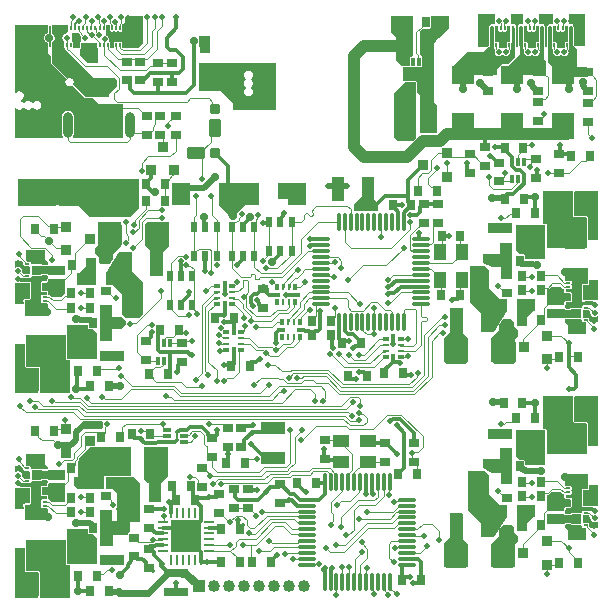
<source format=gbl>
G04*
G04 #@! TF.GenerationSoftware,Altium Limited,Altium Designer,24.9.1 (31)*
G04*
G04 Layer_Physical_Order=6*
G04 Layer_Color=16711680*
%FSLAX44Y44*%
%MOMM*%
G71*
G04*
G04 #@! TF.SameCoordinates,22428939-7FEC-4B67-BCAF-D19850B6772B*
G04*
G04*
G04 #@! TF.FilePolarity,Positive*
G04*
G01*
G75*
%ADD11C,0.2000*%
%ADD12C,0.2500*%
%ADD14C,0.1000*%
G04:AMPARAMS|DCode=15|XSize=0.7mm|YSize=0.9mm|CornerRadius=0.035mm|HoleSize=0mm|Usage=FLASHONLY|Rotation=180.000|XOffset=0mm|YOffset=0mm|HoleType=Round|Shape=RoundedRectangle|*
%AMROUNDEDRECTD15*
21,1,0.7000,0.8300,0,0,180.0*
21,1,0.6300,0.9000,0,0,180.0*
1,1,0.0700,-0.3150,0.4150*
1,1,0.0700,0.3150,0.4150*
1,1,0.0700,0.3150,-0.4150*
1,1,0.0700,-0.3150,-0.4150*
%
%ADD15ROUNDEDRECTD15*%
G04:AMPARAMS|DCode=17|XSize=0.3mm|YSize=0.67mm|CornerRadius=0.0375mm|HoleSize=0mm|Usage=FLASHONLY|Rotation=270.000|XOffset=0mm|YOffset=0mm|HoleType=Round|Shape=RoundedRectangle|*
%AMROUNDEDRECTD17*
21,1,0.3000,0.5950,0,0,270.0*
21,1,0.2250,0.6700,0,0,270.0*
1,1,0.0750,-0.2975,-0.1125*
1,1,0.0750,-0.2975,0.1125*
1,1,0.0750,0.2975,0.1125*
1,1,0.0750,0.2975,-0.1125*
%
%ADD17ROUNDEDRECTD17*%
G04:AMPARAMS|DCode=22|XSize=1.3mm|YSize=1.1mm|CornerRadius=0.055mm|HoleSize=0mm|Usage=FLASHONLY|Rotation=180.000|XOffset=0mm|YOffset=0mm|HoleType=Round|Shape=RoundedRectangle|*
%AMROUNDEDRECTD22*
21,1,1.3000,0.9900,0,0,180.0*
21,1,1.1900,1.1000,0,0,180.0*
1,1,0.1100,-0.5950,0.4950*
1,1,0.1100,0.5950,0.4950*
1,1,0.1100,0.5950,-0.4950*
1,1,0.1100,-0.5950,-0.4950*
%
%ADD22ROUNDEDRECTD22*%
G04:AMPARAMS|DCode=30|XSize=0.7mm|YSize=0.9mm|CornerRadius=0.035mm|HoleSize=0mm|Usage=FLASHONLY|Rotation=90.000|XOffset=0mm|YOffset=0mm|HoleType=Round|Shape=RoundedRectangle|*
%AMROUNDEDRECTD30*
21,1,0.7000,0.8300,0,0,90.0*
21,1,0.6300,0.9000,0,0,90.0*
1,1,0.0700,0.4150,0.3150*
1,1,0.0700,0.4150,-0.3150*
1,1,0.0700,-0.4150,-0.3150*
1,1,0.0700,-0.4150,0.3150*
%
%ADD30ROUNDEDRECTD30*%
G04:AMPARAMS|DCode=35|XSize=0.8mm|YSize=0.9mm|CornerRadius=0.04mm|HoleSize=0mm|Usage=FLASHONLY|Rotation=90.000|XOffset=0mm|YOffset=0mm|HoleType=Round|Shape=RoundedRectangle|*
%AMROUNDEDRECTD35*
21,1,0.8000,0.8200,0,0,90.0*
21,1,0.7200,0.9000,0,0,90.0*
1,1,0.0800,0.4100,0.3600*
1,1,0.0800,0.4100,-0.3600*
1,1,0.0800,-0.4100,-0.3600*
1,1,0.0800,-0.4100,0.3600*
%
%ADD35ROUNDEDRECTD35*%
G04:AMPARAMS|DCode=36|XSize=1.6mm|YSize=1.9mm|CornerRadius=0.2mm|HoleSize=0mm|Usage=FLASHONLY|Rotation=90.000|XOffset=0mm|YOffset=0mm|HoleType=Round|Shape=RoundedRectangle|*
%AMROUNDEDRECTD36*
21,1,1.6000,1.5000,0,0,90.0*
21,1,1.2000,1.9000,0,0,90.0*
1,1,0.4000,0.7500,0.6000*
1,1,0.4000,0.7500,-0.6000*
1,1,0.4000,-0.7500,-0.6000*
1,1,0.4000,-0.7500,0.6000*
%
%ADD36ROUNDEDRECTD36*%
G04:AMPARAMS|DCode=37|XSize=1.1mm|YSize=2mm|CornerRadius=0.055mm|HoleSize=0mm|Usage=FLASHONLY|Rotation=0.000|XOffset=0mm|YOffset=0mm|HoleType=Round|Shape=RoundedRectangle|*
%AMROUNDEDRECTD37*
21,1,1.1000,1.8900,0,0,0.0*
21,1,0.9900,2.0000,0,0,0.0*
1,1,0.1100,0.4950,-0.9450*
1,1,0.1100,-0.4950,-0.9450*
1,1,0.1100,-0.4950,0.9450*
1,1,0.1100,0.4950,0.9450*
%
%ADD37ROUNDEDRECTD37*%
G04:AMPARAMS|DCode=38|XSize=1.1mm|YSize=2mm|CornerRadius=0.055mm|HoleSize=0mm|Usage=FLASHONLY|Rotation=270.000|XOffset=0mm|YOffset=0mm|HoleType=Round|Shape=RoundedRectangle|*
%AMROUNDEDRECTD38*
21,1,1.1000,1.8900,0,0,270.0*
21,1,0.9900,2.0000,0,0,270.0*
1,1,0.1100,-0.9450,-0.4950*
1,1,0.1100,-0.9450,0.4950*
1,1,0.1100,0.9450,0.4950*
1,1,0.1100,0.9450,-0.4950*
%
%ADD38ROUNDEDRECTD38*%
%ADD68C,0.3000*%
%ADD69C,0.1200*%
%ADD70C,0.1100*%
%ADD71C,0.7000*%
%ADD72C,0.6000*%
%ADD73C,0.5000*%
%ADD75C,1.0000*%
%ADD76C,1.0100*%
%ADD77R,1.0100X1.0100*%
%ADD78C,0.5000*%
%ADD79C,0.7000*%
G04:AMPARAMS|DCode=80|XSize=0.53mm|YSize=0.3mm|CornerRadius=0.015mm|HoleSize=0mm|Usage=FLASHONLY|Rotation=90.000|XOffset=0mm|YOffset=0mm|HoleType=Round|Shape=RoundedRectangle|*
%AMROUNDEDRECTD80*
21,1,0.5300,0.2700,0,0,90.0*
21,1,0.5000,0.3000,0,0,90.0*
1,1,0.0300,0.1350,0.2500*
1,1,0.0300,0.1350,-0.2500*
1,1,0.0300,-0.1350,-0.2500*
1,1,0.0300,-0.1350,0.2500*
%
%ADD80ROUNDEDRECTD80*%
G04:AMPARAMS|DCode=81|XSize=0.63mm|YSize=0.35mm|CornerRadius=0.0175mm|HoleSize=0mm|Usage=FLASHONLY|Rotation=0.000|XOffset=0mm|YOffset=0mm|HoleType=Round|Shape=RoundedRectangle|*
%AMROUNDEDRECTD81*
21,1,0.6300,0.3150,0,0,0.0*
21,1,0.5950,0.3500,0,0,0.0*
1,1,0.0350,0.2975,-0.1575*
1,1,0.0350,-0.2975,-0.1575*
1,1,0.0350,-0.2975,0.1575*
1,1,0.0350,0.2975,0.1575*
%
%ADD81ROUNDEDRECTD81*%
G04:AMPARAMS|DCode=82|XSize=0.53mm|YSize=0.25mm|CornerRadius=0.0125mm|HoleSize=0mm|Usage=FLASHONLY|Rotation=90.000|XOffset=0mm|YOffset=0mm|HoleType=Round|Shape=RoundedRectangle|*
%AMROUNDEDRECTD82*
21,1,0.5300,0.2250,0,0,90.0*
21,1,0.5050,0.2500,0,0,90.0*
1,1,0.0250,0.1125,0.2525*
1,1,0.0250,0.1125,-0.2525*
1,1,0.0250,-0.1125,-0.2525*
1,1,0.0250,-0.1125,0.2525*
%
%ADD82ROUNDEDRECTD82*%
G04:AMPARAMS|DCode=83|XSize=1.6mm|YSize=1.9mm|CornerRadius=0.2mm|HoleSize=0mm|Usage=FLASHONLY|Rotation=180.000|XOffset=0mm|YOffset=0mm|HoleType=Round|Shape=RoundedRectangle|*
%AMROUNDEDRECTD83*
21,1,1.6000,1.5000,0,0,180.0*
21,1,1.2000,1.9000,0,0,180.0*
1,1,0.4000,-0.6000,0.7500*
1,1,0.4000,0.6000,0.7500*
1,1,0.4000,0.6000,-0.7500*
1,1,0.4000,-0.6000,-0.7500*
%
%ADD83ROUNDEDRECTD83*%
G04:AMPARAMS|DCode=84|XSize=0.3mm|YSize=0.67mm|CornerRadius=0.0375mm|HoleSize=0mm|Usage=FLASHONLY|Rotation=0.000|XOffset=0mm|YOffset=0mm|HoleType=Round|Shape=RoundedRectangle|*
%AMROUNDEDRECTD84*
21,1,0.3000,0.5950,0,0,0.0*
21,1,0.2250,0.6700,0,0,0.0*
1,1,0.0750,0.1125,-0.2975*
1,1,0.0750,-0.1125,-0.2975*
1,1,0.0750,-0.1125,0.2975*
1,1,0.0750,0.1125,0.2975*
%
%ADD84ROUNDEDRECTD84*%
G04:AMPARAMS|DCode=85|XSize=0.8mm|YSize=0.2mm|CornerRadius=0.025mm|HoleSize=0mm|Usage=FLASHONLY|Rotation=270.000|XOffset=0mm|YOffset=0mm|HoleType=Round|Shape=RoundedRectangle|*
%AMROUNDEDRECTD85*
21,1,0.8000,0.1500,0,0,270.0*
21,1,0.7500,0.2000,0,0,270.0*
1,1,0.0500,-0.0750,-0.3750*
1,1,0.0500,-0.0750,0.3750*
1,1,0.0500,0.0750,0.3750*
1,1,0.0500,0.0750,-0.3750*
%
%ADD85ROUNDEDRECTD85*%
G04:AMPARAMS|DCode=86|XSize=0.85mm|YSize=0.2mm|CornerRadius=0.025mm|HoleSize=0mm|Usage=FLASHONLY|Rotation=0.000|XOffset=0mm|YOffset=0mm|HoleType=Round|Shape=RoundedRectangle|*
%AMROUNDEDRECTD86*
21,1,0.8500,0.1500,0,0,0.0*
21,1,0.8000,0.2000,0,0,0.0*
1,1,0.0500,0.4000,-0.0750*
1,1,0.0500,-0.4000,-0.0750*
1,1,0.0500,-0.4000,0.0750*
1,1,0.0500,0.4000,0.0750*
%
%ADD86ROUNDEDRECTD86*%
%ADD87R,2.6000X2.7000*%
G04:AMPARAMS|DCode=88|XSize=1.3mm|YSize=1.1mm|CornerRadius=0.055mm|HoleSize=0mm|Usage=FLASHONLY|Rotation=270.000|XOffset=0mm|YOffset=0mm|HoleType=Round|Shape=RoundedRectangle|*
%AMROUNDEDRECTD88*
21,1,1.3000,0.9900,0,0,270.0*
21,1,1.1900,1.1000,0,0,270.0*
1,1,0.1100,-0.4950,-0.5950*
1,1,0.1100,-0.4950,0.5950*
1,1,0.1100,0.4950,0.5950*
1,1,0.1100,0.4950,-0.5950*
%
%ADD88ROUNDEDRECTD88*%
G04:AMPARAMS|DCode=89|XSize=0.53mm|YSize=0.3mm|CornerRadius=0.015mm|HoleSize=0mm|Usage=FLASHONLY|Rotation=0.000|XOffset=0mm|YOffset=0mm|HoleType=Round|Shape=RoundedRectangle|*
%AMROUNDEDRECTD89*
21,1,0.5300,0.2700,0,0,0.0*
21,1,0.5000,0.3000,0,0,0.0*
1,1,0.0300,0.2500,-0.1350*
1,1,0.0300,-0.2500,-0.1350*
1,1,0.0300,-0.2500,0.1350*
1,1,0.0300,0.2500,0.1350*
%
%ADD89ROUNDEDRECTD89*%
G04:AMPARAMS|DCode=90|XSize=0.53mm|YSize=0.25mm|CornerRadius=0.0125mm|HoleSize=0mm|Usage=FLASHONLY|Rotation=0.000|XOffset=0mm|YOffset=0mm|HoleType=Round|Shape=RoundedRectangle|*
%AMROUNDEDRECTD90*
21,1,0.5300,0.2250,0,0,0.0*
21,1,0.5050,0.2500,0,0,0.0*
1,1,0.0250,0.2525,-0.1125*
1,1,0.0250,-0.2525,-0.1125*
1,1,0.0250,-0.2525,0.1125*
1,1,0.0250,0.2525,0.1125*
%
%ADD90ROUNDEDRECTD90*%
G04:AMPARAMS|DCode=91|XSize=0.63mm|YSize=0.35mm|CornerRadius=0.0175mm|HoleSize=0mm|Usage=FLASHONLY|Rotation=270.000|XOffset=0mm|YOffset=0mm|HoleType=Round|Shape=RoundedRectangle|*
%AMROUNDEDRECTD91*
21,1,0.6300,0.3150,0,0,270.0*
21,1,0.5950,0.3500,0,0,270.0*
1,1,0.0350,-0.1575,-0.2975*
1,1,0.0350,-0.1575,0.2975*
1,1,0.0350,0.1575,0.2975*
1,1,0.0350,0.1575,-0.2975*
%
%ADD91ROUNDEDRECTD91*%
G04:AMPARAMS|DCode=92|XSize=0.9mm|YSize=0.5mm|CornerRadius=0.0625mm|HoleSize=0mm|Usage=FLASHONLY|Rotation=270.000|XOffset=0mm|YOffset=0mm|HoleType=Round|Shape=RoundedRectangle|*
%AMROUNDEDRECTD92*
21,1,0.9000,0.3750,0,0,270.0*
21,1,0.7750,0.5000,0,0,270.0*
1,1,0.1250,-0.1875,-0.3875*
1,1,0.1250,-0.1875,0.3875*
1,1,0.1250,0.1875,0.3875*
1,1,0.1250,0.1875,-0.3875*
%
%ADD92ROUNDEDRECTD92*%
G04:AMPARAMS|DCode=93|XSize=0.3mm|YSize=1.45mm|CornerRadius=0.0375mm|HoleSize=0mm|Usage=FLASHONLY|Rotation=90.000|XOffset=0mm|YOffset=0mm|HoleType=Round|Shape=RoundedRectangle|*
%AMROUNDEDRECTD93*
21,1,0.3000,1.3750,0,0,90.0*
21,1,0.2250,1.4500,0,0,90.0*
1,1,0.0750,0.6875,0.1125*
1,1,0.0750,0.6875,-0.1125*
1,1,0.0750,-0.6875,-0.1125*
1,1,0.0750,-0.6875,0.1125*
%
%ADD93ROUNDEDRECTD93*%
G04:AMPARAMS|DCode=94|XSize=0.3mm|YSize=1.45mm|CornerRadius=0.0375mm|HoleSize=0mm|Usage=FLASHONLY|Rotation=180.000|XOffset=0mm|YOffset=0mm|HoleType=Round|Shape=RoundedRectangle|*
%AMROUNDEDRECTD94*
21,1,0.3000,1.3750,0,0,180.0*
21,1,0.2250,1.4500,0,0,180.0*
1,1,0.0750,-0.1125,0.6875*
1,1,0.0750,0.1125,0.6875*
1,1,0.0750,0.1125,-0.6875*
1,1,0.0750,-0.1125,-0.6875*
%
%ADD94ROUNDEDRECTD94*%
%ADD95R,0.3000X0.6500*%
%ADD96R,1.5500X1.0200*%
G04:AMPARAMS|DCode=97|XSize=0.8mm|YSize=0.9mm|CornerRadius=0.04mm|HoleSize=0mm|Usage=FLASHONLY|Rotation=0.000|XOffset=0mm|YOffset=0mm|HoleType=Round|Shape=RoundedRectangle|*
%AMROUNDEDRECTD97*
21,1,0.8000,0.8200,0,0,0.0*
21,1,0.7200,0.9000,0,0,0.0*
1,1,0.0800,0.3600,-0.4100*
1,1,0.0800,-0.3600,-0.4100*
1,1,0.0800,-0.3600,0.4100*
1,1,0.0800,0.3600,0.4100*
%
%ADD97ROUNDEDRECTD97*%
%ADD98O,0.8000X2.2000*%
G04:AMPARAMS|DCode=99|XSize=0.45mm|YSize=0.29mm|CornerRadius=0.0145mm|HoleSize=0mm|Usage=FLASHONLY|Rotation=180.000|XOffset=0mm|YOffset=0mm|HoleType=Round|Shape=RoundedRectangle|*
%AMROUNDEDRECTD99*
21,1,0.4500,0.2610,0,0,180.0*
21,1,0.4210,0.2900,0,0,180.0*
1,1,0.0290,-0.2105,0.1305*
1,1,0.0290,0.2105,0.1305*
1,1,0.0290,0.2105,-0.1305*
1,1,0.0290,-0.2105,-0.1305*
%
%ADD99ROUNDEDRECTD99*%
G04:AMPARAMS|DCode=100|XSize=0.28mm|YSize=0.25mm|CornerRadius=0.0125mm|HoleSize=0mm|Usage=FLASHONLY|Rotation=180.000|XOffset=0mm|YOffset=0mm|HoleType=Round|Shape=RoundedRectangle|*
%AMROUNDEDRECTD100*
21,1,0.2800,0.2250,0,0,180.0*
21,1,0.2550,0.2500,0,0,180.0*
1,1,0.0250,-0.1275,0.1125*
1,1,0.0250,0.1275,0.1125*
1,1,0.0250,0.1275,-0.1125*
1,1,0.0250,-0.1275,-0.1125*
%
%ADD100ROUNDEDRECTD100*%
G04:AMPARAMS|DCode=101|XSize=0.42mm|YSize=0.17mm|CornerRadius=0.0085mm|HoleSize=0mm|Usage=FLASHONLY|Rotation=180.000|XOffset=0mm|YOffset=0mm|HoleType=Round|Shape=RoundedRectangle|*
%AMROUNDEDRECTD101*
21,1,0.4200,0.1530,0,0,180.0*
21,1,0.4030,0.1700,0,0,180.0*
1,1,0.0170,-0.2015,0.0765*
1,1,0.0170,0.2015,0.0765*
1,1,0.0170,0.2015,-0.0765*
1,1,0.0170,-0.2015,-0.0765*
%
%ADD101ROUNDEDRECTD101*%
G04:AMPARAMS|DCode=102|XSize=0.42mm|YSize=0.17mm|CornerRadius=0.0085mm|HoleSize=0mm|Usage=FLASHONLY|Rotation=270.000|XOffset=0mm|YOffset=0mm|HoleType=Round|Shape=RoundedRectangle|*
%AMROUNDEDRECTD102*
21,1,0.4200,0.1530,0,0,270.0*
21,1,0.4030,0.1700,0,0,270.0*
1,1,0.0170,-0.0765,-0.2015*
1,1,0.0170,-0.0765,0.2015*
1,1,0.0170,0.0765,0.2015*
1,1,0.0170,0.0765,-0.2015*
%
%ADD102ROUNDEDRECTD102*%
G04:AMPARAMS|DCode=103|XSize=0.28mm|YSize=0.25mm|CornerRadius=0.0125mm|HoleSize=0mm|Usage=FLASHONLY|Rotation=270.000|XOffset=0mm|YOffset=0mm|HoleType=Round|Shape=RoundedRectangle|*
%AMROUNDEDRECTD103*
21,1,0.2800,0.2250,0,0,270.0*
21,1,0.2550,0.2500,0,0,270.0*
1,1,0.0250,-0.1125,-0.1275*
1,1,0.0250,-0.1125,0.1275*
1,1,0.0250,0.1125,0.1275*
1,1,0.0250,0.1125,-0.1275*
%
%ADD103ROUNDEDRECTD103*%
G04:AMPARAMS|DCode=104|XSize=0.45mm|YSize=0.29mm|CornerRadius=0.0145mm|HoleSize=0mm|Usage=FLASHONLY|Rotation=270.000|XOffset=0mm|YOffset=0mm|HoleType=Round|Shape=RoundedRectangle|*
%AMROUNDEDRECTD104*
21,1,0.4500,0.2610,0,0,270.0*
21,1,0.4210,0.2900,0,0,270.0*
1,1,0.0290,-0.1305,-0.2105*
1,1,0.0290,-0.1305,0.2105*
1,1,0.0290,0.1305,0.2105*
1,1,0.0290,0.1305,-0.2105*
%
%ADD104ROUNDEDRECTD104*%
G04:AMPARAMS|DCode=105|XSize=2mm|YSize=2mm|CornerRadius=0.25mm|HoleSize=0mm|Usage=FLASHONLY|Rotation=0.000|XOffset=0mm|YOffset=0mm|HoleType=Round|Shape=RoundedRectangle|*
%AMROUNDEDRECTD105*
21,1,2.0000,1.5000,0,0,0.0*
21,1,1.5000,2.0000,0,0,0.0*
1,1,0.5000,0.7500,-0.7500*
1,1,0.5000,-0.7500,-0.7500*
1,1,0.5000,-0.7500,0.7500*
1,1,0.5000,0.7500,0.7500*
%
%ADD105ROUNDEDRECTD105*%
G04:AMPARAMS|DCode=106|XSize=1.5mm|YSize=1mm|CornerRadius=0.05mm|HoleSize=0mm|Usage=FLASHONLY|Rotation=0.000|XOffset=0mm|YOffset=0mm|HoleType=Round|Shape=RoundedRectangle|*
%AMROUNDEDRECTD106*
21,1,1.5000,0.9000,0,0,0.0*
21,1,1.4000,1.0000,0,0,0.0*
1,1,0.1000,0.7000,-0.4500*
1,1,0.1000,-0.7000,-0.4500*
1,1,0.1000,-0.7000,0.4500*
1,1,0.1000,0.7000,0.4500*
%
%ADD106ROUNDEDRECTD106*%
G04:AMPARAMS|DCode=107|XSize=0.8mm|YSize=0.8mm|CornerRadius=0.04mm|HoleSize=0mm|Usage=FLASHONLY|Rotation=0.000|XOffset=0mm|YOffset=0mm|HoleType=Round|Shape=RoundedRectangle|*
%AMROUNDEDRECTD107*
21,1,0.8000,0.7200,0,0,0.0*
21,1,0.7200,0.8000,0,0,0.0*
1,1,0.0800,0.3600,-0.3600*
1,1,0.0800,-0.3600,-0.3600*
1,1,0.0800,-0.3600,0.3600*
1,1,0.0800,0.3600,0.3600*
%
%ADD107ROUNDEDRECTD107*%
G04:AMPARAMS|DCode=108|XSize=1.5mm|YSize=1mm|CornerRadius=0.05mm|HoleSize=0mm|Usage=FLASHONLY|Rotation=90.000|XOffset=0mm|YOffset=0mm|HoleType=Round|Shape=RoundedRectangle|*
%AMROUNDEDRECTD108*
21,1,1.5000,0.9000,0,0,90.0*
21,1,1.4000,1.0000,0,0,90.0*
1,1,0.1000,0.4500,0.7000*
1,1,0.1000,0.4500,-0.7000*
1,1,0.1000,-0.4500,-0.7000*
1,1,0.1000,-0.4500,0.7000*
%
%ADD108ROUNDEDRECTD108*%
G04:AMPARAMS|DCode=109|XSize=0.8mm|YSize=0.8mm|CornerRadius=0.04mm|HoleSize=0mm|Usage=FLASHONLY|Rotation=90.000|XOffset=0mm|YOffset=0mm|HoleType=Round|Shape=RoundedRectangle|*
%AMROUNDEDRECTD109*
21,1,0.8000,0.7200,0,0,90.0*
21,1,0.7200,0.8000,0,0,90.0*
1,1,0.0800,0.3600,0.3600*
1,1,0.0800,0.3600,-0.3600*
1,1,0.0800,-0.3600,-0.3600*
1,1,0.0800,-0.3600,0.3600*
%
%ADD109ROUNDEDRECTD109*%
G36*
X1458500Y989079D02*
X1458432Y989028D01*
X1458307Y988948D01*
X1457753Y988658D01*
X1457518Y988601D01*
X1457435Y988617D01*
X1457350Y988627D01*
X1457265Y988631D01*
X1455735D01*
X1455650Y988627D01*
X1455565Y988617D01*
X1455482Y988601D01*
X1455399Y988578D01*
X1455320Y988548D01*
X1455242Y988512D01*
X1455168Y988471D01*
X1455097Y988423D01*
X1455030Y988371D01*
X1454967Y988313D01*
X1454909Y988250D01*
X1454857Y988183D01*
X1454809Y988112D01*
X1454767Y988038D01*
X1454732Y987961D01*
X1454702Y987880D01*
X1454679Y987798D01*
X1454662Y987715D01*
X1454655Y987655D01*
X1454000Y987000D01*
Y985564D01*
X1453999Y985530D01*
Y983500D01*
X1452001D01*
Y985530D01*
X1452000Y985565D01*
Y987000D01*
X1451344Y987655D01*
X1451337Y987715D01*
X1451321Y987798D01*
X1451298Y987880D01*
X1451268Y987961D01*
X1451232Y988038D01*
X1451191Y988112D01*
X1451143Y988183D01*
X1451091Y988250D01*
X1451033Y988313D01*
X1450970Y988371D01*
X1450903Y988423D01*
X1450832Y988471D01*
X1450758Y988512D01*
X1450681Y988548D01*
X1450600Y988578D01*
X1450518Y988601D01*
X1450435Y988617D01*
X1450350Y988627D01*
X1450265Y988631D01*
X1448735D01*
X1448650Y988627D01*
X1448565Y988617D01*
X1448481Y988601D01*
X1448400Y988578D01*
X1448320Y988548D01*
X1448242Y988512D01*
X1448220Y988500D01*
X1447000D01*
Y996999D01*
X1458500D01*
Y989079D01*
D02*
G37*
G36*
X1433500Y989496D02*
X1433398Y989261D01*
X1433378Y989226D01*
X1432765Y988631D01*
X1431235D01*
X1431150Y988627D01*
X1431065Y988617D01*
X1430981Y988601D01*
X1430900Y988578D01*
X1430820Y988548D01*
X1430742Y988512D01*
X1430720Y988500D01*
X1430000D01*
X1429500Y988000D01*
Y985565D01*
X1429499Y985530D01*
Y982500D01*
X1427500D01*
Y987500D01*
X1426500Y988500D01*
X1426280D01*
X1426258Y988512D01*
X1426181Y988548D01*
X1426100Y988578D01*
X1426019Y988601D01*
X1425935Y988617D01*
X1425850Y988627D01*
X1425765Y988631D01*
X1424235D01*
X1424150Y988627D01*
X1424065Y988617D01*
X1423981Y988601D01*
X1423747Y988658D01*
X1423193Y988948D01*
X1423067Y989028D01*
X1423000Y989079D01*
Y996999D01*
X1433500D01*
Y989496D01*
D02*
G37*
G36*
X1471500Y985565D02*
X1471499Y985530D01*
Y974817D01*
X1471483Y974713D01*
X1471265Y973831D01*
X1469735D01*
X1469650Y973828D01*
X1469565Y973818D01*
X1469482Y973801D01*
X1469400Y973778D01*
X1469319Y973748D01*
X1469242Y973712D01*
X1469168Y973671D01*
X1469097Y973624D01*
X1469030Y973571D01*
X1468967Y973513D01*
X1468909Y973450D01*
X1468857Y973383D01*
X1468809Y973312D01*
X1468768Y973238D01*
X1468732Y973160D01*
X1468702Y973081D01*
X1468679Y972999D01*
X1468663Y972915D01*
X1468652Y972830D01*
X1468649Y972745D01*
Y968879D01*
X1468270Y968500D01*
X1462000D01*
Y968730D01*
X1461851Y968879D01*
Y972745D01*
X1461848Y972830D01*
X1461837Y972915D01*
X1461821Y972999D01*
X1461798Y973081D01*
X1461768Y973160D01*
X1461732Y973238D01*
X1461691Y973312D01*
X1461644Y973383D01*
X1461591Y973450D01*
X1461533Y973513D01*
X1461470Y973571D01*
X1461403Y973624D01*
X1461332Y973671D01*
X1461258Y973712D01*
X1461181Y973748D01*
X1461100Y973778D01*
X1461019Y973801D01*
X1460935Y973818D01*
X1460850Y973828D01*
X1460765Y973831D01*
X1459235D01*
X1459017Y974713D01*
X1459001Y974817D01*
Y985530D01*
X1459000Y985565D01*
Y987500D01*
X1461649D01*
Y983515D01*
X1461653Y983430D01*
X1461662Y983345D01*
X1461679Y983261D01*
X1461702Y983179D01*
X1461732Y983100D01*
X1461767Y983022D01*
X1461809Y982948D01*
X1461857Y982877D01*
X1461909Y982810D01*
X1461967Y982747D01*
X1462030Y982689D01*
X1462097Y982636D01*
X1462168Y982589D01*
X1462242Y982548D01*
X1462319Y982512D01*
X1462399Y982482D01*
X1462482Y982459D01*
X1462565Y982442D01*
X1462650Y982432D01*
X1462735Y982429D01*
X1464265D01*
X1464350Y982432D01*
X1464435Y982442D01*
X1464518Y982459D01*
X1464601Y982482D01*
X1464680Y982512D01*
X1464758Y982548D01*
X1464832Y982589D01*
X1464903Y982636D01*
X1465038Y982708D01*
X1465181Y982747D01*
X1465319D01*
X1465462Y982708D01*
X1465597Y982636D01*
X1465668Y982589D01*
X1465742Y982548D01*
X1465820Y982512D01*
X1465900Y982482D01*
X1465981Y982459D01*
X1466065Y982442D01*
X1466150Y982432D01*
X1466235Y982429D01*
X1467765D01*
X1467850Y982432D01*
X1467935Y982442D01*
X1468018Y982459D01*
X1468100Y982482D01*
X1468181Y982512D01*
X1468258Y982548D01*
X1468332Y982589D01*
X1468403Y982636D01*
X1468470Y982689D01*
X1468533Y982747D01*
X1468591Y982810D01*
X1468643Y982877D01*
X1468691Y982948D01*
X1468732Y983022D01*
X1468768Y983100D01*
X1468798Y983179D01*
X1468821Y983261D01*
X1468837Y983345D01*
X1468848Y983430D01*
X1468851Y983515D01*
Y987500D01*
X1471500D01*
Y985565D01*
D02*
G37*
G36*
X1447000D02*
X1446999Y985530D01*
Y974817D01*
X1446983Y974713D01*
X1446765Y973831D01*
X1445235D01*
X1445150Y973828D01*
X1445065Y973818D01*
X1444982Y973801D01*
X1444899Y973778D01*
X1444819Y973748D01*
X1444742Y973712D01*
X1444668Y973671D01*
X1444597Y973624D01*
X1444530Y973571D01*
X1444467Y973513D01*
X1444409Y973450D01*
X1444357Y973383D01*
X1444309Y973312D01*
X1444267Y973238D01*
X1444232Y973160D01*
X1444202Y973081D01*
X1444179Y972999D01*
X1444162Y972915D01*
X1444153Y972830D01*
X1444149Y972745D01*
Y968715D01*
X1443242Y968511D01*
X1443161Y968500D01*
X1438493D01*
X1438363Y968518D01*
X1438338Y968520D01*
X1437951Y968563D01*
X1437848Y968589D01*
X1437430Y969256D01*
X1437371Y969405D01*
X1437351Y969499D01*
Y972745D01*
X1437348Y972830D01*
X1437337Y972915D01*
X1437321Y972999D01*
X1437298Y973081D01*
X1437268Y973160D01*
X1437233Y973238D01*
X1437191Y973312D01*
X1437144Y973383D01*
X1437091Y973450D01*
X1437033Y973513D01*
X1436970Y973571D01*
X1436903Y973624D01*
X1436832Y973671D01*
X1436758Y973712D01*
X1436680Y973748D01*
X1436600Y973778D01*
X1436519Y973801D01*
X1436435Y973818D01*
X1436350Y973828D01*
X1436265Y973831D01*
X1434735D01*
X1434517Y974713D01*
X1434501Y974817D01*
Y985530D01*
X1434500Y985565D01*
Y987500D01*
X1437149D01*
Y983515D01*
X1437153Y983430D01*
X1437162Y983345D01*
X1437179Y983261D01*
X1437202Y983179D01*
X1437232Y983100D01*
X1437267Y983022D01*
X1437309Y982948D01*
X1437357Y982877D01*
X1437409Y982810D01*
X1437467Y982747D01*
X1437530Y982689D01*
X1437597Y982636D01*
X1437668Y982589D01*
X1437742Y982548D01*
X1437820Y982512D01*
X1437899Y982482D01*
X1437982Y982459D01*
X1438065Y982442D01*
X1438150Y982432D01*
X1438235Y982429D01*
X1439765D01*
X1439850Y982432D01*
X1439935Y982442D01*
X1440018Y982459D01*
X1440101Y982482D01*
X1440181Y982512D01*
X1440258Y982548D01*
X1440332Y982589D01*
X1440403Y982636D01*
X1440538Y982708D01*
X1440681Y982747D01*
X1440819D01*
X1440962Y982708D01*
X1441097Y982636D01*
X1441168Y982589D01*
X1441242Y982548D01*
X1441319Y982512D01*
X1441400Y982482D01*
X1441481Y982459D01*
X1441565Y982442D01*
X1441650Y982432D01*
X1441735Y982429D01*
X1443265D01*
X1443350Y982432D01*
X1443435Y982442D01*
X1443519Y982459D01*
X1443600Y982482D01*
X1443681Y982512D01*
X1443758Y982548D01*
X1443832Y982589D01*
X1443903Y982636D01*
X1443970Y982689D01*
X1444033Y982747D01*
X1444091Y982810D01*
X1444144Y982877D01*
X1444191Y982948D01*
X1444232Y983022D01*
X1444268Y983100D01*
X1444298Y983179D01*
X1444321Y983261D01*
X1444337Y983345D01*
X1444348Y983430D01*
X1444351Y983515D01*
Y987500D01*
X1447000D01*
Y985565D01*
D02*
G37*
G36*
X1422500Y974817D02*
X1422484Y974712D01*
X1422265Y973831D01*
X1420735D01*
X1420650Y973828D01*
X1420565Y973818D01*
X1420482Y973801D01*
X1420399Y973778D01*
X1420320Y973748D01*
X1420242Y973712D01*
X1420168Y973671D01*
X1420097Y973624D01*
X1420030Y973571D01*
X1419967Y973513D01*
X1419909Y973450D01*
X1419857Y973383D01*
X1419809Y973312D01*
X1419767Y973238D01*
X1419732Y973160D01*
X1419702Y973081D01*
X1419679Y972999D01*
X1419662Y972915D01*
X1419653Y972830D01*
X1419649Y972745D01*
Y968715D01*
X1418742Y968511D01*
X1418661Y968500D01*
X1413839D01*
X1413758Y968511D01*
X1412851Y968715D01*
Y972745D01*
X1412847Y972830D01*
X1412838Y972915D01*
X1412821Y972999D01*
X1412798Y973081D01*
X1412768Y973160D01*
X1412733Y973238D01*
X1412691Y973312D01*
X1412643Y973383D01*
X1412591Y973450D01*
X1412533Y973513D01*
X1412470Y973571D01*
X1412403Y973624D01*
X1412332Y973671D01*
X1412258Y973712D01*
X1412180Y973748D01*
X1412101Y973778D01*
X1412018Y973801D01*
X1411935Y973818D01*
X1411850Y973828D01*
X1411765Y973831D01*
X1410235D01*
X1410017Y974713D01*
X1410001Y974817D01*
Y985530D01*
X1410000Y985565D01*
Y987500D01*
X1412649D01*
Y983515D01*
X1412652Y983430D01*
X1412663Y983345D01*
X1412679Y983261D01*
X1412702Y983179D01*
X1412732Y983100D01*
X1412767Y983022D01*
X1412809Y982948D01*
X1412856Y982877D01*
X1412909Y982810D01*
X1412967Y982747D01*
X1413030Y982689D01*
X1413097Y982636D01*
X1413168Y982589D01*
X1413242Y982548D01*
X1413320Y982512D01*
X1413400Y982482D01*
X1413481Y982459D01*
X1413565Y982442D01*
X1413650Y982432D01*
X1413735Y982429D01*
X1415265D01*
X1415350Y982432D01*
X1415435Y982442D01*
X1415518Y982459D01*
X1415600Y982482D01*
X1415681Y982512D01*
X1415758Y982548D01*
X1415832Y982589D01*
X1415903Y982636D01*
X1416038Y982708D01*
X1416181Y982747D01*
X1416319D01*
X1416462Y982708D01*
X1416597Y982636D01*
X1416668Y982589D01*
X1416742Y982548D01*
X1416819Y982512D01*
X1416900Y982482D01*
X1416982Y982459D01*
X1417065Y982442D01*
X1417150Y982432D01*
X1417235Y982429D01*
X1418765D01*
X1418850Y982432D01*
X1418935Y982442D01*
X1419019Y982459D01*
X1419100Y982482D01*
X1419180Y982512D01*
X1419258Y982548D01*
X1419332Y982589D01*
X1419403Y982636D01*
X1419470Y982689D01*
X1419533Y982747D01*
X1419591Y982810D01*
X1419644Y982877D01*
X1419691Y982948D01*
X1419733Y983022D01*
X1419768Y983100D01*
X1419798Y983179D01*
X1419821Y983261D01*
X1419837Y983345D01*
X1419848Y983430D01*
X1419851Y983515D01*
Y987500D01*
X1422500D01*
Y974817D01*
D02*
G37*
G36*
X1112000Y972500D02*
X1108000Y968500D01*
X1094764D01*
X1094351Y968913D01*
Y972745D01*
X1094348Y972830D01*
X1094337Y972915D01*
X1094321Y972999D01*
X1094298Y973081D01*
X1094268Y973160D01*
X1094232Y973238D01*
X1094191Y973312D01*
X1094144Y973383D01*
X1094091Y973450D01*
X1094033Y973513D01*
X1093970Y973571D01*
X1093903Y973624D01*
X1093832Y973671D01*
X1093758Y973712D01*
X1093680Y973748D01*
X1093600Y973778D01*
X1093519Y973801D01*
X1093435Y973818D01*
X1093350Y973828D01*
X1093265Y973831D01*
X1091735D01*
X1091650Y973828D01*
X1091565Y973818D01*
X1091481Y973801D01*
X1091400Y973778D01*
X1091320Y973748D01*
X1091242Y973712D01*
X1091168Y973671D01*
X1091097Y973624D01*
X1090962Y973552D01*
X1090819Y973513D01*
X1090681D01*
X1090538Y973552D01*
X1090403Y973624D01*
X1090332Y973671D01*
X1090258Y973712D01*
X1090181Y973748D01*
X1090100Y973778D01*
X1090018Y973801D01*
X1089935Y973818D01*
X1089850Y973828D01*
X1089765Y973831D01*
X1088235D01*
X1088150Y973828D01*
X1088065Y973818D01*
X1087981Y973801D01*
X1087899Y973778D01*
X1087820Y973748D01*
X1087742Y973712D01*
X1087668Y973671D01*
X1087597Y973624D01*
X1087530Y973571D01*
X1087467Y973513D01*
X1087409Y973450D01*
X1087357Y973383D01*
X1087309Y973312D01*
X1087268Y973238D01*
X1087232Y973160D01*
X1087202Y973081D01*
X1087179Y972999D01*
X1087162Y972915D01*
X1087152Y972830D01*
X1087149Y972745D01*
Y968715D01*
X1086242Y968511D01*
X1086161Y968500D01*
X1084839D01*
X1084758Y968511D01*
X1083851Y968715D01*
Y972745D01*
X1083848Y972830D01*
X1083838Y972915D01*
X1083821Y972999D01*
X1083798Y973081D01*
X1083768Y973160D01*
X1083733Y973238D01*
X1083691Y973312D01*
X1083643Y973383D01*
X1083591Y973450D01*
X1083533Y973513D01*
X1083470Y973571D01*
X1083403Y973624D01*
X1083332Y973671D01*
X1083258Y973712D01*
X1083116Y973817D01*
X1083081Y973855D01*
X1082981Y973997D01*
X1082690Y974540D01*
X1082677Y974581D01*
X1082671Y974604D01*
X1082660Y974831D01*
X1082682Y974908D01*
X1082719Y975065D01*
X1082748Y975224D01*
X1082771Y975385D01*
X1082786Y975546D01*
X1082793Y975707D01*
Y975869D01*
X1082786Y976030D01*
X1082771Y976191D01*
X1082748Y976351D01*
X1082719Y976510D01*
X1082682Y976668D01*
X1082637Y976824D01*
X1082586Y976977D01*
X1082528Y977128D01*
X1082462Y977276D01*
X1082390Y977420D01*
X1082311Y977562D01*
X1082226Y977699D01*
X1082135Y977833D01*
X1082037Y977962D01*
X1081934Y978086D01*
X1081825Y978206D01*
X1081711Y978320D01*
X1081591Y978429D01*
X1081467Y978532D01*
X1081338Y978630D01*
X1081204Y978721D01*
X1081067Y978806D01*
X1080926Y978885D01*
X1080781Y978957D01*
X1080633Y979022D01*
X1080500Y979074D01*
Y988000D01*
X1083183D01*
X1083407Y987776D01*
X1083413Y987713D01*
X1083430Y987610D01*
X1083454Y987508D01*
X1083484Y987408D01*
X1083521Y987310D01*
X1083564Y987214D01*
X1083599Y987149D01*
Y985830D01*
X1083603Y985725D01*
X1083613Y985621D01*
X1083630Y985518D01*
X1083649Y985435D01*
Y983515D01*
X1083652Y983430D01*
X1083663Y983345D01*
X1083679Y983261D01*
X1083702Y983179D01*
X1083732Y983100D01*
X1083767Y983022D01*
X1083809Y982948D01*
X1083857Y982877D01*
X1083909Y982810D01*
X1083967Y982747D01*
X1084030Y982689D01*
X1084097Y982636D01*
X1084168Y982589D01*
X1084242Y982548D01*
X1084320Y982512D01*
X1084399Y982482D01*
X1084482Y982459D01*
X1084565Y982442D01*
X1084650Y982432D01*
X1084735Y982429D01*
X1086265D01*
X1086350Y982432D01*
X1086435Y982442D01*
X1086518Y982459D01*
X1086600Y982482D01*
X1086681Y982512D01*
X1086758Y982548D01*
X1086832Y982589D01*
X1086903Y982636D01*
X1087038Y982708D01*
X1087181Y982747D01*
X1087319D01*
X1087462Y982708D01*
X1087597Y982636D01*
X1087668Y982589D01*
X1087742Y982548D01*
X1087820Y982512D01*
X1087899Y982482D01*
X1087981Y982459D01*
X1088065Y982442D01*
X1088150Y982432D01*
X1088235Y982429D01*
X1089765D01*
X1089850Y982432D01*
X1089935Y982442D01*
X1090018Y982459D01*
X1090100Y982482D01*
X1090181Y982512D01*
X1090258Y982548D01*
X1090332Y982589D01*
X1090403Y982636D01*
X1090538Y982708D01*
X1090681Y982747D01*
X1090819D01*
X1090962Y982708D01*
X1091097Y982636D01*
X1091168Y982589D01*
X1091242Y982548D01*
X1091320Y982512D01*
X1091400Y982482D01*
X1091481Y982459D01*
X1091565Y982442D01*
X1091650Y982432D01*
X1091735Y982429D01*
X1093265D01*
X1093350Y982432D01*
X1093435Y982442D01*
X1093519Y982459D01*
X1093600Y982482D01*
X1093680Y982512D01*
X1093758Y982548D01*
X1093832Y982589D01*
X1093903Y982636D01*
X1093970Y982689D01*
X1094033Y982747D01*
X1094091Y982810D01*
X1094144Y982877D01*
X1094191Y982948D01*
X1094232Y983022D01*
X1094268Y983100D01*
X1094298Y983179D01*
X1094321Y983261D01*
X1094337Y983345D01*
X1094348Y983430D01*
X1094351Y983515D01*
Y987545D01*
X1094348Y987630D01*
X1094337Y987715D01*
X1094321Y987798D01*
X1094298Y987880D01*
X1094268Y987961D01*
X1094232Y988038D01*
X1094201Y988094D01*
Y988248D01*
X1094269Y988321D01*
X1094336Y988402D01*
X1094397Y988487D01*
X1094452Y988576D01*
X1094491Y988650D01*
X1096500Y989800D01*
Y993763D01*
X1096503Y993777D01*
X1096533Y993936D01*
X1096555Y994097D01*
X1096570Y994258D01*
X1096578Y994419D01*
Y994581D01*
X1096570Y994742D01*
X1096555Y994903D01*
X1096542Y995000D01*
X1096547Y995087D01*
X1097100Y996000D01*
X1112000D01*
Y972500D01*
D02*
G37*
G36*
X1486000Y970000D02*
X1477916D01*
X1477573Y970343D01*
X1477551Y970362D01*
X1477531Y970382D01*
X1477520Y970392D01*
X1477508Y970402D01*
X1477485Y970419D01*
X1477464Y970437D01*
X1477451Y970446D01*
X1477439Y970455D01*
X1477415Y970470D01*
X1477392Y970486D01*
X1477378Y970494D01*
X1477365Y970502D01*
X1477340Y970515D01*
X1477315Y970529D01*
X1477301Y970535D01*
X1477288Y970542D01*
X1477262Y970553D01*
X1477236Y970565D01*
X1477222Y970570D01*
X1477207Y970576D01*
X1477180Y970584D01*
X1477153Y970594D01*
X1477138Y970598D01*
X1477124Y970602D01*
X1477096Y970608D01*
X1477069Y970615D01*
X1477054Y970618D01*
X1477039Y970621D01*
X1477010Y970625D01*
X1476982Y970629D01*
X1476956Y970632D01*
X1476946Y970634D01*
X1476937Y970637D01*
X1476928Y970640D01*
X1476918Y970645D01*
X1476910Y970649D01*
X1476902Y970655D01*
X1476894Y970661D01*
X1476887Y970667D01*
X1476881Y970674D01*
X1476875Y970682D01*
X1476869Y970690D01*
X1476864Y970699D01*
X1476860Y970708D01*
X1476857Y970716D01*
X1476854Y970726D01*
X1476852Y970736D01*
X1476849Y970762D01*
X1476845Y970790D01*
X1476841Y970819D01*
X1476838Y970834D01*
X1476835Y970849D01*
X1476828Y970876D01*
X1476822Y970904D01*
X1476817Y970918D01*
X1476814Y970933D01*
X1476804Y970960D01*
X1476796Y970987D01*
X1476790Y971002D01*
X1476785Y971016D01*
X1476773Y971041D01*
X1476762Y971068D01*
X1476755Y971081D01*
X1476749Y971095D01*
X1476735Y971120D01*
X1476722Y971145D01*
X1476714Y971158D01*
X1476706Y971171D01*
X1476690Y971195D01*
X1476675Y971219D01*
X1476666Y971231D01*
X1476657Y971244D01*
X1476640Y971265D01*
X1476622Y971288D01*
X1476612Y971300D01*
X1476602Y971311D01*
X1476582Y971331D01*
X1476563Y971353D01*
X1476501Y971415D01*
Y985530D01*
X1476497Y985670D01*
X1476485Y985810D01*
X1476466Y985949D01*
X1476438Y986087D01*
X1476403Y986222D01*
X1476361Y986356D01*
X1476311Y986487D01*
X1476253Y986615D01*
X1476189Y986740D01*
X1476118Y986861D01*
X1476040Y986977D01*
X1476000Y987030D01*
Y987500D01*
X1475851D01*
Y987545D01*
X1475847Y987630D01*
X1475838Y987715D01*
X1475821Y987798D01*
X1475798Y987880D01*
X1475768Y987961D01*
X1475733Y988038D01*
X1475691Y988112D01*
X1475643Y988183D01*
X1475591Y988250D01*
X1475533Y988313D01*
X1475470Y988371D01*
X1475403Y988423D01*
X1475332Y988471D01*
X1475258Y988512D01*
X1475181Y988548D01*
X1475101Y988578D01*
X1475018Y988601D01*
X1474935Y988617D01*
X1474850Y988627D01*
X1474765Y988631D01*
X1473235D01*
X1473150Y988627D01*
X1473065Y988617D01*
X1472982Y988601D01*
X1472747Y988658D01*
X1472259Y988913D01*
X1472089Y989097D01*
X1472000Y989215D01*
Y996999D01*
X1486000D01*
Y970000D01*
D02*
G37*
G36*
X1409500Y989000D02*
X1406500D01*
X1405000Y987500D01*
Y985565D01*
X1404999Y985530D01*
Y971415D01*
X1404937Y971353D01*
X1404918Y971331D01*
X1404898Y971311D01*
X1404888Y971300D01*
X1404878Y971288D01*
X1404861Y971265D01*
X1404843Y971244D01*
X1404834Y971231D01*
X1404825Y971219D01*
X1404810Y971195D01*
X1404794Y971171D01*
X1404786Y971158D01*
X1404778Y971145D01*
X1404765Y971120D01*
X1404751Y971095D01*
X1404745Y971081D01*
X1404738Y971068D01*
X1404727Y971041D01*
X1404715Y971016D01*
X1404710Y971002D01*
X1404704Y970987D01*
X1404696Y970960D01*
X1404686Y970933D01*
X1404682Y970918D01*
X1404678Y970904D01*
X1404672Y970876D01*
X1404665Y970849D01*
X1404662Y970834D01*
X1404659Y970819D01*
X1404655Y970790D01*
X1404651Y970762D01*
X1404648Y970736D01*
X1404646Y970726D01*
X1404643Y970717D01*
X1404640Y970708D01*
X1404635Y970698D01*
X1404631Y970690D01*
X1404626Y970682D01*
X1404619Y970674D01*
X1404613Y970667D01*
X1404606Y970661D01*
X1404598Y970655D01*
X1404590Y970649D01*
X1404581Y970644D01*
X1404572Y970640D01*
X1404564Y970637D01*
X1404554Y970634D01*
X1404544Y970632D01*
X1404518Y970629D01*
X1404489Y970625D01*
X1404461Y970621D01*
X1404447Y970618D01*
X1404431Y970615D01*
X1404404Y970608D01*
X1404376Y970602D01*
X1404362Y970598D01*
X1404347Y970594D01*
X1404320Y970584D01*
X1404293Y970576D01*
X1404279Y970570D01*
X1404264Y970565D01*
X1404239Y970553D01*
X1404212Y970542D01*
X1404199Y970535D01*
X1404185Y970529D01*
X1404160Y970515D01*
X1404135Y970502D01*
X1404122Y970494D01*
X1404108Y970486D01*
X1404085Y970470D01*
X1404061Y970455D01*
X1404049Y970446D01*
X1404036Y970437D01*
X1404014Y970419D01*
X1403992Y970402D01*
X1403981Y970392D01*
X1403969Y970382D01*
X1403949Y970362D01*
X1403927Y970343D01*
X1403084Y969500D01*
X1395000D01*
Y996999D01*
X1409500D01*
Y989000D01*
D02*
G37*
G36*
X1168500Y977000D02*
Y969000D01*
X1159500Y969000D01*
Y978500D01*
X1168500D01*
Y977000D01*
D02*
G37*
G36*
X1057897Y980339D02*
X1057901Y980298D01*
X1057918Y980195D01*
X1057942Y980093D01*
X1057972Y979993D01*
X1058009Y979895D01*
X1058052Y979799D01*
X1058102Y979707D01*
X1058157Y979618D01*
X1058218Y979533D01*
X1058285Y979452D01*
X1058356Y979375D01*
X1059500Y978231D01*
Y973873D01*
X1058994Y973680D01*
X1058960Y973666D01*
X1058928Y973652D01*
X1058921Y973649D01*
X1058914Y973645D01*
X1058882Y973628D01*
X1058850Y973612D01*
X1058844Y973608D01*
X1058837Y973604D01*
X1058807Y973584D01*
X1058777Y973565D01*
X1058770Y973560D01*
X1058764Y973556D01*
X1058736Y973534D01*
X1058707Y973512D01*
X1058701Y973506D01*
X1058695Y973502D01*
X1058670Y973477D01*
X1058643Y973453D01*
X1058638Y973447D01*
X1058632Y973441D01*
X1058608Y973415D01*
X1058584Y973388D01*
X1058579Y973382D01*
X1058574Y973376D01*
X1058553Y973348D01*
X1058531Y973319D01*
X1058527Y973312D01*
X1058522Y973306D01*
X1058503Y973276D01*
X1058484Y973245D01*
X1058480Y973238D01*
X1058476Y973232D01*
X1058460Y973200D01*
X1058444Y973168D01*
X1058441Y973161D01*
X1058437Y973154D01*
X1058424Y973120D01*
X1058410Y973087D01*
X1058408Y973080D01*
X1058405Y973073D01*
X1058395Y973038D01*
X1058384Y973004D01*
X1058382Y972996D01*
X1058380Y972989D01*
X1058373Y972954D01*
X1058365Y972919D01*
X1058364Y972911D01*
X1058363Y972903D01*
X1058358Y972867D01*
X1058354Y972832D01*
X1058353Y972825D01*
X1058352Y972816D01*
X1058351Y972780D01*
X1058350Y972745D01*
Y968735D01*
X1058349Y968708D01*
X1058348Y968702D01*
X1058347Y968695D01*
X1058345Y968689D01*
X1058343Y968683D01*
X1058340Y968677D01*
X1058337Y968671D01*
X1058333Y968665D01*
X1058329Y968661D01*
X1058325Y968655D01*
X1058319Y968651D01*
X1058314Y968647D01*
X1058309Y968643D01*
X1058303Y968640D01*
X1058297Y968637D01*
X1058291Y968635D01*
X1058285Y968633D01*
X1058278Y968632D01*
X1058272Y968631D01*
X1058245Y968630D01*
X1058000D01*
X1057913Y968626D01*
X1057826Y968615D01*
X1057741Y968596D01*
X1057658Y968570D01*
X1057577Y968536D01*
X1057507Y968500D01*
X1053339D01*
X1053258Y968511D01*
X1052351Y968715D01*
Y972745D01*
X1052347Y972830D01*
X1052337Y972915D01*
X1052321Y972999D01*
X1052298Y973081D01*
X1052268Y973160D01*
X1052233Y973238D01*
X1052191Y973312D01*
X1052143Y973383D01*
X1052091Y973450D01*
X1052033Y973513D01*
X1051970Y973571D01*
X1051903Y973624D01*
X1051832Y973671D01*
X1051758Y973712D01*
X1051681Y973748D01*
X1051600Y973778D01*
X1051518Y973801D01*
X1051500Y973804D01*
Y981000D01*
X1057236D01*
X1057897Y980339D01*
D02*
G37*
G36*
X1475855Y970645D02*
X1475863Y970579D01*
X1475880Y970492D01*
X1475904Y970407D01*
X1475935Y970324D01*
X1475972Y970244D01*
X1476015Y970167D01*
X1476064Y970093D01*
X1476119Y970024D01*
X1476179Y969959D01*
X1476244Y969899D01*
X1476313Y969844D01*
X1476387Y969795D01*
X1476464Y969752D01*
X1476544Y969715D01*
X1476627Y969684D01*
X1476712Y969660D01*
X1476799Y969643D01*
X1476865Y969635D01*
X1479000Y967500D01*
Y952000D01*
X1487500D01*
X1487819Y949448D01*
X1487792Y949436D01*
X1487700Y949386D01*
X1487611Y949331D01*
X1487525Y949270D01*
X1487444Y949204D01*
X1487368Y949132D01*
X1487296Y949055D01*
X1487230Y948975D01*
X1487169Y948889D01*
X1487114Y948800D01*
X1487064Y948708D01*
X1487021Y948613D01*
X1486984Y948515D01*
X1486954Y948414D01*
X1486930Y948312D01*
X1486913Y948209D01*
X1486903Y948105D01*
X1486899Y948000D01*
X1486903Y947895D01*
X1486913Y947791D01*
X1486930Y947688D01*
X1486954Y947586D01*
X1486984Y947485D01*
X1487021Y947387D01*
X1487064Y947292D01*
X1487114Y947200D01*
X1487169Y947111D01*
X1487230Y947026D01*
X1487296Y946945D01*
X1487368Y946868D01*
X1487444Y946796D01*
X1487525Y946730D01*
X1487611Y946669D01*
X1487700Y946614D01*
X1487792Y946564D01*
X1487887Y946521D01*
X1487985Y946484D01*
X1488086Y946454D01*
X1488188Y946430D01*
X1488196Y946429D01*
X1488406Y944750D01*
X1487744Y944000D01*
X1476000D01*
Y951500D01*
X1459500Y951500D01*
X1455000Y956000D01*
Y970701D01*
X1455001Y970730D01*
Y971000D01*
X1458149D01*
Y968715D01*
X1458152Y968630D01*
X1458163Y968545D01*
X1458179Y968462D01*
X1458202Y968379D01*
X1458232Y968299D01*
X1458268Y968222D01*
X1458309Y968148D01*
X1458356Y968077D01*
X1458409Y968010D01*
X1458449Y967967D01*
Y967446D01*
X1458453Y967335D01*
X1458465Y967225D01*
X1458484Y967116D01*
X1458512Y967009D01*
X1458547Y966904D01*
X1458589Y966802D01*
X1458639Y966703D01*
X1458695Y966607D01*
X1458758Y966516D01*
X1458828Y966430D01*
X1458903Y966349D01*
X1459171Y966081D01*
X1459156Y966036D01*
X1459111Y965880D01*
X1459075Y965723D01*
X1459045Y965564D01*
X1459022Y965404D01*
X1459008Y965242D01*
X1459000Y965081D01*
Y964919D01*
X1459008Y964758D01*
X1459022Y964596D01*
X1459045Y964436D01*
X1459075Y964277D01*
X1459111Y964120D01*
X1459156Y963964D01*
X1459207Y963811D01*
X1459266Y963660D01*
X1459331Y963512D01*
X1459403Y963367D01*
X1459482Y963226D01*
X1459567Y963089D01*
X1459658Y962955D01*
X1459756Y962826D01*
X1459859Y962702D01*
X1459968Y962582D01*
X1460082Y962468D01*
X1460202Y962359D01*
X1460326Y962256D01*
X1460455Y962158D01*
X1460589Y962067D01*
X1460726Y961982D01*
X1460868Y961903D01*
X1461012Y961831D01*
X1461160Y961766D01*
X1461311Y961707D01*
X1461464Y961656D01*
X1461620Y961611D01*
X1461777Y961574D01*
X1461936Y961545D01*
X1462097Y961522D01*
X1462258Y961507D01*
X1462419Y961500D01*
X1462581D01*
X1462742Y961507D01*
X1462903Y961522D01*
X1463064Y961545D01*
X1463223Y961574D01*
X1463380Y961611D01*
X1463536Y961656D01*
X1463689Y961707D01*
X1463840Y961766D01*
X1463988Y961831D01*
X1464133Y961903D01*
X1464274Y961982D01*
X1464411Y962067D01*
X1464545Y962158D01*
X1464674Y962256D01*
X1464798Y962359D01*
X1464833Y962391D01*
X1464862Y962410D01*
X1465063Y962504D01*
X1465093Y962512D01*
X1465500Y962544D01*
X1465907Y962512D01*
X1465937Y962504D01*
X1466138Y962410D01*
X1466167Y962391D01*
X1466202Y962359D01*
X1466326Y962256D01*
X1466455Y962158D01*
X1466589Y962067D01*
X1466726Y961982D01*
X1466868Y961903D01*
X1467012Y961831D01*
X1467160Y961766D01*
X1467311Y961707D01*
X1467464Y961656D01*
X1467620Y961611D01*
X1467777Y961574D01*
X1467936Y961545D01*
X1468097Y961522D01*
X1468258Y961507D01*
X1468419Y961500D01*
X1468581D01*
X1468742Y961507D01*
X1468904Y961522D01*
X1469064Y961545D01*
X1469223Y961574D01*
X1469380Y961611D01*
X1469536Y961656D01*
X1469689Y961707D01*
X1469840Y961766D01*
X1469988Y961831D01*
X1470132Y961903D01*
X1470274Y961982D01*
X1470411Y962067D01*
X1470545Y962158D01*
X1470674Y962256D01*
X1470798Y962359D01*
X1470918Y962468D01*
X1471032Y962582D01*
X1471141Y962702D01*
X1471244Y962826D01*
X1471342Y962955D01*
X1471433Y963089D01*
X1471518Y963226D01*
X1471597Y963367D01*
X1471669Y963512D01*
X1471734Y963660D01*
X1471793Y963811D01*
X1471844Y963964D01*
X1471888Y964120D01*
X1471926Y964277D01*
X1471955Y964436D01*
X1471978Y964596D01*
X1471992Y964758D01*
X1472000Y964919D01*
Y965081D01*
X1471992Y965242D01*
X1471978Y965404D01*
X1471955Y965564D01*
X1471926Y965723D01*
X1471888Y965880D01*
X1471844Y966036D01*
X1471793Y966189D01*
X1471734Y966340D01*
X1471687Y966448D01*
X1471742Y966516D01*
X1471805Y966607D01*
X1471861Y966703D01*
X1471911Y966802D01*
X1471953Y966904D01*
X1471988Y967009D01*
X1472016Y967116D01*
X1472035Y967225D01*
X1472047Y967335D01*
X1472049Y967392D01*
X1472051Y967446D01*
Y967967D01*
X1472091Y968010D01*
X1472144Y968077D01*
X1472191Y968148D01*
X1472233Y968222D01*
X1472268Y968299D01*
X1472298Y968379D01*
X1472321Y968462D01*
X1472337Y968545D01*
X1472348Y968630D01*
X1472351Y968715D01*
Y971000D01*
X1475500D01*
X1475855Y970645D01*
D02*
G37*
G36*
X1450999Y970730D02*
X1451000Y970700D01*
Y959000D01*
X1453000Y957000D01*
Y945500D01*
X1417000D01*
Y953500D01*
X1421000D01*
X1430500Y963000D01*
Y970700D01*
X1430501Y970730D01*
Y972500D01*
X1433649D01*
Y968715D01*
X1433652Y968630D01*
X1433663Y968545D01*
X1433679Y968462D01*
X1433702Y968379D01*
X1433732Y968299D01*
X1433768Y968222D01*
X1433809Y968148D01*
X1433857Y968077D01*
X1433909Y968010D01*
X1433949Y967967D01*
Y967500D01*
X1433953Y967389D01*
X1433965Y967279D01*
X1433985Y967170D01*
X1434012Y967063D01*
X1434047Y966958D01*
X1434089Y966856D01*
X1434139Y966757D01*
X1434195Y966662D01*
X1434258Y966571D01*
X1434328Y966484D01*
X1434403Y966403D01*
X1434644Y966162D01*
X1434615Y966076D01*
X1434571Y965921D01*
X1434534Y965763D01*
X1434504Y965604D01*
X1434482Y965444D01*
X1434467Y965283D01*
X1434460Y965121D01*
Y964960D01*
X1434467Y964798D01*
X1434482Y964637D01*
X1434504Y964477D01*
X1434534Y964318D01*
X1434571Y964161D01*
X1434615Y964005D01*
X1434667Y963852D01*
X1434725Y963701D01*
X1434790Y963553D01*
X1434862Y963408D01*
X1434941Y963267D01*
X1435026Y963129D01*
X1435118Y962996D01*
X1435215Y962867D01*
X1435318Y962742D01*
X1435427Y962623D01*
X1435542Y962508D01*
X1435661Y962400D01*
X1435786Y962296D01*
X1435915Y962199D01*
X1436048Y962107D01*
X1436186Y962022D01*
X1436327Y961944D01*
X1436472Y961871D01*
X1436620Y961806D01*
X1436770Y961748D01*
X1436924Y961696D01*
X1437079Y961652D01*
X1437237Y961615D01*
X1437396Y961585D01*
X1437556Y961563D01*
X1437717Y961548D01*
X1437879Y961541D01*
X1438040D01*
X1438202Y961548D01*
X1438363Y961563D01*
X1438523Y961585D01*
X1438682Y961615D01*
X1438840Y961652D01*
X1438995Y961696D01*
X1439148Y961748D01*
X1439299Y961806D01*
X1439447Y961871D01*
X1439592Y961944D01*
X1439733Y962022D01*
X1439871Y962107D01*
X1440004Y962199D01*
X1440133Y962296D01*
X1440258Y962400D01*
X1440300Y962438D01*
X1440385Y962490D01*
X1440496Y962537D01*
X1440637Y962564D01*
X1441094Y962574D01*
X1441319Y962556D01*
X1441481Y962514D01*
X1441538Y962488D01*
X1441557Y962476D01*
X1441624Y962430D01*
X1441702Y962359D01*
X1441826Y962256D01*
X1441955Y962158D01*
X1442089Y962067D01*
X1442226Y961982D01*
X1442368Y961903D01*
X1442512Y961831D01*
X1442660Y961766D01*
X1442811Y961707D01*
X1442964Y961656D01*
X1443120Y961611D01*
X1443277Y961574D01*
X1443436Y961545D01*
X1443597Y961522D01*
X1443758Y961507D01*
X1443919Y961500D01*
X1444081D01*
X1444242Y961507D01*
X1444404Y961522D01*
X1444564Y961545D01*
X1444723Y961574D01*
X1444880Y961611D01*
X1445036Y961656D01*
X1445189Y961707D01*
X1445340Y961766D01*
X1445488Y961831D01*
X1445632Y961903D01*
X1445774Y961982D01*
X1445911Y962067D01*
X1446045Y962158D01*
X1446174Y962256D01*
X1446298Y962359D01*
X1446418Y962468D01*
X1446532Y962582D01*
X1446641Y962702D01*
X1446744Y962826D01*
X1446842Y962955D01*
X1446933Y963089D01*
X1447018Y963226D01*
X1447097Y963367D01*
X1447169Y963512D01*
X1447234Y963660D01*
X1447293Y963811D01*
X1447344Y963964D01*
X1447388Y964120D01*
X1447426Y964277D01*
X1447455Y964436D01*
X1447478Y964596D01*
X1447493Y964758D01*
X1447500Y964919D01*
Y965081D01*
X1447493Y965242D01*
X1447478Y965404D01*
X1447455Y965564D01*
X1447426Y965723D01*
X1447388Y965880D01*
X1447344Y966036D01*
X1447293Y966189D01*
X1447234Y966340D01*
X1447187Y966448D01*
X1447242Y966516D01*
X1447305Y966607D01*
X1447361Y966703D01*
X1447411Y966802D01*
X1447453Y966904D01*
X1447488Y967009D01*
X1447516Y967116D01*
X1447535Y967225D01*
X1447547Y967335D01*
X1447549Y967392D01*
X1447551Y967446D01*
Y967967D01*
X1447591Y968010D01*
X1447643Y968077D01*
X1447691Y968148D01*
X1447733Y968222D01*
X1447768Y968299D01*
X1447798Y968379D01*
X1447821Y968462D01*
X1447838Y968545D01*
X1447847Y968630D01*
X1447851Y968715D01*
Y972500D01*
X1450999D01*
Y970730D01*
D02*
G37*
G36*
X1426499D02*
X1426500Y970701D01*
Y960416D01*
X1421085Y955001D01*
X1417000D01*
X1416853Y954997D01*
X1416706Y954986D01*
X1416560Y954968D01*
X1416415Y954943D01*
X1416271Y954911D01*
X1416129Y954872D01*
X1415989Y954826D01*
X1415852Y954772D01*
X1415717Y954713D01*
X1415585Y954647D01*
X1415457Y954574D01*
X1415333Y954495D01*
X1415212Y954410D01*
X1415182Y954387D01*
X1414881Y954381D01*
X1411500Y951000D01*
Y945500D01*
X1374000D01*
Y953000D01*
X1386000Y965000D01*
X1400000D01*
X1404635Y969635D01*
X1404701Y969643D01*
X1404788Y969660D01*
X1404873Y969684D01*
X1404956Y969715D01*
X1405036Y969752D01*
X1405113Y969795D01*
X1405187Y969844D01*
X1405256Y969899D01*
X1405321Y969959D01*
X1405381Y970024D01*
X1405436Y970093D01*
X1405485Y970167D01*
X1405528Y970244D01*
X1405565Y970324D01*
X1405596Y970407D01*
X1405620Y970492D01*
X1405637Y970579D01*
X1405645Y970645D01*
X1406000Y971000D01*
Y973000D01*
X1408166D01*
X1408295Y972978D01*
X1409149Y972745D01*
Y968715D01*
X1409153Y968630D01*
X1409162Y968545D01*
X1409179Y968462D01*
X1409202Y968379D01*
X1409232Y968299D01*
X1409267Y968222D01*
X1409309Y968148D01*
X1409357Y968077D01*
X1409409Y968010D01*
X1409449Y967967D01*
Y967446D01*
X1409453Y967335D01*
X1409465Y967225D01*
X1409485Y967116D01*
X1409512Y967009D01*
X1409547Y966904D01*
X1409589Y966802D01*
X1409639Y966703D01*
X1409695Y966607D01*
X1409758Y966516D01*
X1409799Y966466D01*
X1409790Y966447D01*
X1409725Y966299D01*
X1409667Y966148D01*
X1409615Y965995D01*
X1409571Y965839D01*
X1409534Y965682D01*
X1409504Y965523D01*
X1409482Y965363D01*
X1409467Y965202D01*
X1409460Y965040D01*
Y964879D01*
X1409467Y964717D01*
X1409482Y964556D01*
X1409504Y964396D01*
X1409534Y964237D01*
X1409571Y964079D01*
X1409615Y963924D01*
X1409667Y963771D01*
X1409725Y963620D01*
X1409790Y963472D01*
X1409862Y963327D01*
X1409941Y963186D01*
X1410026Y963048D01*
X1410118Y962915D01*
X1410215Y962786D01*
X1410318Y962661D01*
X1410427Y962542D01*
X1410542Y962427D01*
X1410661Y962318D01*
X1410786Y962215D01*
X1410915Y962118D01*
X1411048Y962026D01*
X1411186Y961941D01*
X1411327Y961862D01*
X1411472Y961790D01*
X1411620Y961725D01*
X1411770Y961667D01*
X1411924Y961615D01*
X1412079Y961571D01*
X1412237Y961534D01*
X1412396Y961504D01*
X1412556Y961482D01*
X1412717Y961467D01*
X1412879Y961460D01*
X1413040D01*
X1413202Y961467D01*
X1413363Y961482D01*
X1413523Y961504D01*
X1413682Y961534D01*
X1413840Y961571D01*
X1413995Y961615D01*
X1414148Y961667D01*
X1414299Y961725D01*
X1414447Y961790D01*
X1414592Y961862D01*
X1414733Y961941D01*
X1414871Y962026D01*
X1415004Y962118D01*
X1415133Y962215D01*
X1415258Y962318D01*
X1415335Y962389D01*
X1415402Y962435D01*
X1415422Y962448D01*
X1415479Y962473D01*
X1415640Y962515D01*
X1415865Y962533D01*
X1416323Y962523D01*
X1416463Y962497D01*
X1416574Y962449D01*
X1416659Y962398D01*
X1416702Y962359D01*
X1416826Y962256D01*
X1416955Y962158D01*
X1417089Y962067D01*
X1417226Y961982D01*
X1417368Y961903D01*
X1417512Y961831D01*
X1417660Y961766D01*
X1417811Y961707D01*
X1417964Y961656D01*
X1418120Y961611D01*
X1418277Y961574D01*
X1418436Y961545D01*
X1418597Y961522D01*
X1418758Y961507D01*
X1418919Y961500D01*
X1419081D01*
X1419242Y961507D01*
X1419404Y961522D01*
X1419564Y961545D01*
X1419723Y961574D01*
X1419880Y961611D01*
X1420036Y961656D01*
X1420189Y961707D01*
X1420340Y961766D01*
X1420488Y961831D01*
X1420632Y961903D01*
X1420774Y961982D01*
X1420911Y962067D01*
X1421045Y962158D01*
X1421174Y962256D01*
X1421298Y962359D01*
X1421418Y962468D01*
X1421532Y962582D01*
X1421641Y962702D01*
X1421744Y962826D01*
X1421842Y962955D01*
X1421933Y963089D01*
X1422018Y963226D01*
X1422097Y963367D01*
X1422169Y963512D01*
X1422234Y963660D01*
X1422293Y963811D01*
X1422344Y963964D01*
X1422388Y964120D01*
X1422426Y964277D01*
X1422455Y964436D01*
X1422478Y964596D01*
X1422493Y964758D01*
X1422500Y964919D01*
Y965081D01*
X1422493Y965242D01*
X1422478Y965404D01*
X1422455Y965564D01*
X1422426Y965723D01*
X1422388Y965880D01*
X1422344Y966036D01*
X1422315Y966122D01*
X1422597Y966403D01*
X1422672Y966484D01*
X1422742Y966571D01*
X1422805Y966662D01*
X1422861Y966757D01*
X1422911Y966856D01*
X1422953Y966958D01*
X1422988Y967063D01*
X1423015Y967170D01*
X1423035Y967279D01*
X1423047Y967389D01*
X1423051Y967500D01*
Y967967D01*
X1423091Y968010D01*
X1423143Y968077D01*
X1423191Y968148D01*
X1423233Y968222D01*
X1423268Y968299D01*
X1423298Y968379D01*
X1423321Y968462D01*
X1423338Y968545D01*
X1423347Y968630D01*
X1423351Y968715D01*
Y972745D01*
X1424205Y972978D01*
X1424334Y973000D01*
X1426499D01*
Y970730D01*
D02*
G37*
G36*
X1073113Y972850D02*
Y971016D01*
X1073117Y970911D01*
X1073127Y970807D01*
X1073144Y970703D01*
X1073149Y970682D01*
Y968715D01*
X1073152Y968630D01*
X1073163Y968545D01*
X1073179Y968462D01*
X1073202Y968379D01*
X1073232Y968299D01*
X1073268Y968222D01*
X1073309Y968148D01*
X1073357Y968077D01*
X1073409Y968010D01*
X1073467Y967947D01*
X1073530Y967889D01*
X1073597Y967837D01*
X1073668Y967789D01*
X1073742Y967747D01*
X1073750Y967744D01*
Y955500D01*
X1065500D01*
X1058000Y963000D01*
Y967629D01*
X1058265D01*
X1058350Y967633D01*
X1058435Y967643D01*
X1058519Y967659D01*
X1058600Y967682D01*
X1058680Y967712D01*
X1058758Y967747D01*
X1058832Y967789D01*
X1058903Y967837D01*
X1058970Y967889D01*
X1059033Y967947D01*
X1059091Y968010D01*
X1059143Y968077D01*
X1059191Y968148D01*
X1059232Y968222D01*
X1059268Y968299D01*
X1059298Y968379D01*
X1059321Y968462D01*
X1059337Y968545D01*
X1059348Y968630D01*
X1059351Y968715D01*
Y972745D01*
X1060118Y973038D01*
X1060274Y973080D01*
X1060314Y973087D01*
X1072876D01*
X1073113Y972850D01*
D02*
G37*
G36*
X1340000Y962500D02*
X1338750Y961250D01*
X1338000D01*
Y960500D01*
Y953000D01*
X1331000D01*
X1326000Y958000D01*
Y978000D01*
X1322000Y982000D01*
Y996000D01*
X1340000D01*
Y962500D01*
D02*
G37*
G36*
X1048500Y982500D02*
X1046458Y980458D01*
X1046436Y980455D01*
X1046277Y980425D01*
X1046120Y980388D01*
X1045964Y980344D01*
X1045811Y980293D01*
X1045660Y980234D01*
X1045512Y980169D01*
X1045368Y980097D01*
X1045226Y980018D01*
X1045089Y979933D01*
X1044955Y979842D01*
X1044826Y979744D01*
X1044702Y979641D01*
X1044582Y979532D01*
X1044468Y979418D01*
X1044359Y979298D01*
X1044256Y979174D01*
X1044158Y979045D01*
X1044067Y978911D01*
X1043982Y978774D01*
X1043903Y978633D01*
X1043831Y978488D01*
X1043766Y978340D01*
X1043707Y978189D01*
X1043656Y978036D01*
X1043612Y977880D01*
X1043574Y977723D01*
X1043545Y977564D01*
X1043522Y977403D01*
X1043508Y977242D01*
X1043500Y977081D01*
Y976919D01*
X1043508Y976758D01*
X1043522Y976597D01*
X1043545Y976436D01*
X1043574Y976277D01*
X1043612Y976120D01*
X1043656Y975964D01*
X1043707Y975811D01*
X1043766Y975660D01*
X1043831Y975512D01*
X1043903Y975368D01*
X1043982Y975226D01*
X1044067Y975089D01*
X1044158Y974955D01*
X1044256Y974826D01*
X1044359Y974702D01*
X1044468Y974582D01*
X1044582Y974468D01*
X1044702Y974359D01*
X1044826Y974256D01*
X1044955Y974158D01*
X1045000Y974128D01*
Y968500D01*
X1045259Y968241D01*
X1045267Y968222D01*
X1045309Y968148D01*
X1045357Y968077D01*
X1045409Y968010D01*
X1045467Y967947D01*
X1045530Y967889D01*
X1045597Y967837D01*
X1045647Y967803D01*
X1045649Y967747D01*
X1045654Y967694D01*
X1045660Y967641D01*
X1045679Y967535D01*
X1045700Y967452D01*
X1045706Y967431D01*
X1045740Y967330D01*
X1045780Y967231D01*
X1045828Y967135D01*
X1045883Y967043D01*
X1045944Y966955D01*
X1045968Y966925D01*
X1046011Y966871D01*
X1046084Y966793D01*
X1047309Y965569D01*
X1047387Y965496D01*
X1047424Y965466D01*
X1047470Y965428D01*
X1047559Y965367D01*
X1047605Y965340D01*
X1047651Y965313D01*
X1047747Y965265D01*
X1047846Y965224D01*
X1047947Y965190D01*
X1048051Y965163D01*
X1048156Y965144D01*
X1048212Y965138D01*
X1048263Y965133D01*
X1048370Y965129D01*
X1048371D01*
X1070500Y943000D01*
X1087500D01*
X1089499Y941001D01*
Y935999D01*
X1083000Y929500D01*
Y927000D01*
X1063500D01*
X1052609Y937891D01*
X1052669Y938012D01*
X1052734Y938160D01*
X1052793Y938311D01*
X1052844Y938464D01*
X1052888Y938620D01*
X1052926Y938777D01*
X1052955Y938936D01*
X1052978Y939097D01*
X1052992Y939258D01*
X1053000Y939419D01*
Y939581D01*
X1052992Y939742D01*
X1052978Y939903D01*
X1052955Y940064D01*
X1052926Y940223D01*
X1052888Y940380D01*
X1052844Y940536D01*
X1052793Y940689D01*
X1052734Y940840D01*
X1052669Y940988D01*
X1052597Y941133D01*
X1052518Y941274D01*
X1052433Y941411D01*
X1052342Y941545D01*
X1052244Y941674D01*
X1052141Y941798D01*
X1052032Y941918D01*
X1051918Y942032D01*
X1051798Y942141D01*
X1051674Y942244D01*
X1051545Y942342D01*
X1051411Y942433D01*
X1051274Y942518D01*
X1051133Y942597D01*
X1050988Y942669D01*
X1050840Y942734D01*
X1050689Y942793D01*
X1050536Y942844D01*
X1050380Y942888D01*
X1050223Y942925D01*
X1050064Y942955D01*
X1049903Y942978D01*
X1049742Y942992D01*
X1049581Y943000D01*
X1049419D01*
X1049258Y942992D01*
X1049097Y942978D01*
X1048936Y942955D01*
X1048777Y942925D01*
X1048620Y942888D01*
X1048464Y942844D01*
X1048311Y942793D01*
X1048160Y942734D01*
X1048012Y942669D01*
X1047891Y942609D01*
X1035000Y955500D01*
Y970700D01*
X1035001Y970730D01*
X1035000Y970760D01*
Y973258D01*
X1035039Y973284D01*
X1035191Y973392D01*
X1035337Y973506D01*
X1035479Y973626D01*
X1035616Y973752D01*
X1035748Y973884D01*
X1035874Y974021D01*
X1035994Y974163D01*
X1036108Y974309D01*
X1036216Y974461D01*
X1036318Y974617D01*
X1036413Y974776D01*
X1036502Y974940D01*
X1036584Y975107D01*
X1036658Y975278D01*
X1036726Y975451D01*
X1036786Y975627D01*
X1036840Y975805D01*
X1036885Y975985D01*
X1036923Y976168D01*
X1036954Y976351D01*
X1036977Y976536D01*
X1036992Y976721D01*
X1037000Y976907D01*
Y977093D01*
X1036992Y977279D01*
X1036977Y977464D01*
X1036954Y977649D01*
X1036923Y977832D01*
X1036885Y978015D01*
X1036840Y978195D01*
X1036786Y978373D01*
X1036726Y978549D01*
X1036658Y978723D01*
X1036584Y978893D01*
X1036502Y979060D01*
X1036413Y979224D01*
X1036318Y979383D01*
X1036216Y979539D01*
X1036108Y979690D01*
X1035994Y979837D01*
X1035874Y979979D01*
X1035748Y980116D01*
X1035616Y980248D01*
X1035479Y980374D01*
X1035337Y980494D01*
X1035191Y980608D01*
X1035039Y980716D01*
X1035000Y980742D01*
Y985500D01*
X1035001Y985530D01*
X1035000Y985560D01*
Y988000D01*
X1048500D01*
Y982500D01*
D02*
G37*
G36*
X1031000Y986055D02*
X1030990Y986025D01*
X1030957Y985909D01*
X1030932Y985791D01*
X1030914Y985671D01*
X1030903Y985551D01*
X1030899Y985430D01*
Y981206D01*
X1030778Y981158D01*
X1030607Y981084D01*
X1030440Y981002D01*
X1030276Y980913D01*
X1030117Y980818D01*
X1029961Y980716D01*
X1029809Y980608D01*
X1029663Y980494D01*
X1029521Y980374D01*
X1029384Y980248D01*
X1029252Y980116D01*
X1029126Y979979D01*
X1029006Y979837D01*
X1028892Y979690D01*
X1028784Y979539D01*
X1028682Y979383D01*
X1028587Y979224D01*
X1028498Y979060D01*
X1028416Y978893D01*
X1028342Y978723D01*
X1028274Y978549D01*
X1028214Y978373D01*
X1028160Y978195D01*
X1028115Y978015D01*
X1028077Y977832D01*
X1028046Y977649D01*
X1028023Y977464D01*
X1028008Y977279D01*
X1028000Y977093D01*
Y976907D01*
X1028008Y976721D01*
X1028023Y976536D01*
X1028046Y976351D01*
X1028077Y976168D01*
X1028115Y975985D01*
X1028160Y975805D01*
X1028214Y975627D01*
X1028274Y975451D01*
X1028342Y975278D01*
X1028416Y975107D01*
X1028498Y974940D01*
X1028587Y974776D01*
X1028682Y974617D01*
X1028784Y974461D01*
X1028892Y974309D01*
X1029006Y974163D01*
X1029126Y974021D01*
X1029252Y973884D01*
X1029384Y973752D01*
X1029521Y973626D01*
X1029663Y973506D01*
X1029809Y973392D01*
X1029961Y973284D01*
X1030117Y973182D01*
X1030276Y973087D01*
X1030440Y972998D01*
X1030607Y972916D01*
X1030778Y972842D01*
X1030899Y972794D01*
Y970830D01*
X1030903Y970709D01*
X1030914Y970589D01*
X1030932Y970469D01*
X1030957Y970351D01*
X1030990Y970235D01*
X1031000Y970205D01*
Y964000D01*
X1033999Y961001D01*
Y955500D01*
X1034003Y955413D01*
X1034014Y955326D01*
X1034033Y955241D01*
X1034059Y955158D01*
X1034073Y955124D01*
X1034093Y955077D01*
X1034117Y955030D01*
X1034133Y954999D01*
X1034180Y954926D01*
X1034233Y954857D01*
X1034292Y954792D01*
X1047067Y942017D01*
X1046968Y941918D01*
X1046859Y941798D01*
X1046756Y941674D01*
X1046658Y941545D01*
X1046567Y941411D01*
X1046482Y941274D01*
X1046403Y941133D01*
X1046331Y940988D01*
X1046266Y940840D01*
X1046207Y940689D01*
X1046156Y940536D01*
X1046112Y940380D01*
X1046075Y940223D01*
X1046045Y940064D01*
X1046022Y939903D01*
X1046008Y939742D01*
X1046000Y939581D01*
Y939419D01*
X1046008Y939258D01*
X1046022Y939097D01*
X1046045Y938936D01*
X1046075Y938777D01*
X1046112Y938620D01*
X1046156Y938464D01*
X1046207Y938311D01*
X1046266Y938160D01*
X1046331Y938012D01*
X1046403Y937868D01*
X1046482Y937726D01*
X1046567Y937589D01*
X1046658Y937455D01*
X1046756Y937326D01*
X1046859Y937202D01*
X1046968Y937082D01*
X1047082Y936968D01*
X1047202Y936859D01*
X1047326Y936756D01*
X1047455Y936658D01*
X1047589Y936567D01*
X1047726Y936482D01*
X1047868Y936403D01*
X1048012Y936331D01*
X1048160Y936266D01*
X1048311Y936207D01*
X1048464Y936156D01*
X1048620Y936112D01*
X1048777Y936075D01*
X1048936Y936045D01*
X1049097Y936022D01*
X1049258Y936008D01*
X1049419Y936000D01*
X1049581D01*
X1049742Y936008D01*
X1049903Y936022D01*
X1050064Y936045D01*
X1050223Y936075D01*
X1050380Y936112D01*
X1050536Y936156D01*
X1050689Y936207D01*
X1050840Y936266D01*
X1050988Y936331D01*
X1051133Y936403D01*
X1051274Y936482D01*
X1051411Y936567D01*
X1051545Y936658D01*
X1051674Y936756D01*
X1051798Y936859D01*
X1051918Y936968D01*
X1052017Y937067D01*
X1062792Y926292D01*
X1062857Y926233D01*
X1062926Y926180D01*
X1062999Y926133D01*
X1063030Y926117D01*
X1063077Y926093D01*
X1063124Y926073D01*
X1063158Y926059D01*
X1063241Y926033D01*
X1063326Y926014D01*
X1063413Y926003D01*
X1063500Y925999D01*
X1069001D01*
X1073500Y921500D01*
X1089473D01*
X1089500Y921499D01*
X1094500D01*
Y901500D01*
Y893000D01*
X1094000Y892500D01*
X1052509D01*
X1052203Y892907D01*
X1052082Y893279D01*
X1052048Y893500D01*
X1052140Y893622D01*
X1052252Y893783D01*
X1052358Y893948D01*
X1052457Y894118D01*
X1052550Y894291D01*
X1052636Y894467D01*
X1052714Y894647D01*
X1052786Y894830D01*
X1052850Y895016D01*
X1052907Y895204D01*
X1052957Y895394D01*
X1052999Y895585D01*
X1053033Y895779D01*
X1053060Y895973D01*
X1053080Y896169D01*
X1053091Y896365D01*
X1053095Y896561D01*
Y910561D01*
X1053091Y910758D01*
X1053080Y910954D01*
X1053060Y911149D01*
X1053033Y911343D01*
X1052999Y911537D01*
X1052957Y911729D01*
X1052907Y911919D01*
X1052850Y912106D01*
X1052786Y912292D01*
X1052714Y912475D01*
X1052636Y912655D01*
X1052550Y912831D01*
X1052457Y913005D01*
X1052358Y913174D01*
X1052252Y913339D01*
X1052140Y913501D01*
X1052021Y913657D01*
X1051897Y913809D01*
X1051766Y913956D01*
X1051630Y914097D01*
X1051489Y914233D01*
X1051342Y914364D01*
X1051190Y914488D01*
X1051033Y914607D01*
X1050872Y914719D01*
X1050707Y914825D01*
X1050538Y914924D01*
X1050364Y915017D01*
X1050188Y915103D01*
X1050008Y915181D01*
X1049825Y915253D01*
X1049639Y915317D01*
X1049452Y915374D01*
X1049261Y915424D01*
X1049070Y915466D01*
X1048876Y915500D01*
X1048682Y915527D01*
X1048486Y915547D01*
X1048290Y915558D01*
X1048094Y915562D01*
X1047898Y915558D01*
X1047702Y915547D01*
X1047506Y915527D01*
X1047312Y915500D01*
X1047118Y915466D01*
X1046927Y915424D01*
X1046737Y915374D01*
X1046549Y915317D01*
X1046363Y915253D01*
X1046180Y915181D01*
X1046000Y915103D01*
X1045824Y915017D01*
X1045650Y914924D01*
X1045481Y914825D01*
X1045316Y914719D01*
X1045155Y914607D01*
X1044998Y914488D01*
X1044846Y914364D01*
X1044699Y914233D01*
X1044558Y914097D01*
X1044422Y913956D01*
X1044291Y913809D01*
X1044167Y913657D01*
X1044048Y913501D01*
X1043936Y913339D01*
X1043830Y913174D01*
X1043731Y913005D01*
X1043638Y912831D01*
X1043552Y912655D01*
X1043474Y912475D01*
X1043402Y912292D01*
X1043338Y912106D01*
X1043281Y911919D01*
X1043231Y911729D01*
X1043189Y911537D01*
X1043155Y911343D01*
X1043128Y911149D01*
X1043109Y910954D01*
X1043097Y910758D01*
X1043093Y910561D01*
Y896561D01*
X1043097Y896365D01*
X1043109Y896169D01*
X1043128Y895973D01*
X1043155Y895779D01*
X1043189Y895585D01*
X1043231Y895394D01*
X1043281Y895204D01*
X1043338Y895016D01*
X1043402Y894830D01*
X1043474Y894647D01*
X1043552Y894467D01*
X1043638Y894291D01*
X1043731Y894118D01*
X1043830Y893948D01*
X1043936Y893783D01*
X1044048Y893622D01*
X1044140Y893500D01*
X1044106Y893279D01*
X1043985Y892907D01*
X1043679Y892500D01*
X1003001D01*
Y917409D01*
X1003866Y917762D01*
X1004001Y917748D01*
X1004075Y917652D01*
X1004180Y917527D01*
X1004290Y917406D01*
X1004406Y917290D01*
X1004527Y917180D01*
X1004652Y917075D01*
X1004782Y916975D01*
X1004916Y916881D01*
X1005054Y916793D01*
X1005196Y916712D01*
X1005341Y916636D01*
X1005489Y916567D01*
X1005640Y916504D01*
X1005794Y916448D01*
X1005950Y916399D01*
X1006108Y916357D01*
X1006268Y916321D01*
X1006429Y916293D01*
X1006592Y916271D01*
X1006755Y916257D01*
X1006918Y916250D01*
X1007082D01*
X1007245Y916257D01*
X1007408Y916271D01*
X1007571Y916293D01*
X1007732Y916321D01*
X1007891Y916357D01*
X1008050Y916399D01*
X1008206Y916448D01*
X1008360Y916504D01*
X1008511Y916567D01*
X1008659Y916636D01*
X1008804Y916712D01*
X1008946Y916793D01*
X1009084Y916881D01*
X1009218Y916975D01*
X1009348Y917075D01*
X1009473Y917180D01*
X1009594Y917290D01*
X1009709Y917406D01*
X1009820Y917527D01*
X1009925Y917652D01*
X1010025Y917782D01*
X1010119Y917916D01*
X1010207Y918054D01*
X1010392Y918111D01*
X1010750Y918148D01*
X1011108Y918111D01*
X1011293Y918054D01*
X1011381Y917916D01*
X1011475Y917782D01*
X1011575Y917652D01*
X1011680Y917527D01*
X1011790Y917406D01*
X1011906Y917290D01*
X1012027Y917180D01*
X1012152Y917075D01*
X1012282Y916975D01*
X1012416Y916881D01*
X1012554Y916793D01*
X1012696Y916712D01*
X1012841Y916636D01*
X1012989Y916567D01*
X1013140Y916504D01*
X1013294Y916448D01*
X1013450Y916399D01*
X1013608Y916357D01*
X1013768Y916321D01*
X1013929Y916293D01*
X1014092Y916271D01*
X1014255Y916257D01*
X1014418Y916250D01*
X1014582D01*
X1014745Y916257D01*
X1014908Y916271D01*
X1015071Y916293D01*
X1015232Y916321D01*
X1015391Y916357D01*
X1015550Y916399D01*
X1015706Y916448D01*
X1015860Y916504D01*
X1016011Y916567D01*
X1016159Y916636D01*
X1016304Y916712D01*
X1016446Y916793D01*
X1016584Y916881D01*
X1016718Y916975D01*
X1016848Y917075D01*
X1016973Y917180D01*
X1017094Y917290D01*
X1017209Y917406D01*
X1017320Y917527D01*
X1017425Y917652D01*
X1017525Y917782D01*
X1017619Y917916D01*
X1017707Y918054D01*
X1017892Y918111D01*
X1018250Y918148D01*
X1018608Y918111D01*
X1018793Y918054D01*
X1018881Y917916D01*
X1018975Y917782D01*
X1019075Y917652D01*
X1019180Y917527D01*
X1019290Y917406D01*
X1019406Y917290D01*
X1019527Y917180D01*
X1019652Y917075D01*
X1019782Y916975D01*
X1019916Y916881D01*
X1020054Y916793D01*
X1020196Y916712D01*
X1020341Y916636D01*
X1020489Y916567D01*
X1020640Y916504D01*
X1020794Y916448D01*
X1020950Y916399D01*
X1021108Y916357D01*
X1021268Y916321D01*
X1021429Y916293D01*
X1021592Y916271D01*
X1021755Y916257D01*
X1021918Y916250D01*
X1022082D01*
X1022245Y916257D01*
X1022408Y916271D01*
X1022571Y916293D01*
X1022732Y916321D01*
X1022891Y916357D01*
X1023050Y916399D01*
X1023206Y916448D01*
X1023359Y916504D01*
X1023511Y916567D01*
X1023659Y916636D01*
X1023804Y916712D01*
X1023946Y916793D01*
X1024084Y916881D01*
X1024218Y916975D01*
X1024348Y917075D01*
X1024473Y917180D01*
X1024594Y917290D01*
X1024709Y917406D01*
X1024820Y917527D01*
X1024925Y917652D01*
X1025025Y917782D01*
X1025119Y917916D01*
X1025207Y918054D01*
X1025288Y918196D01*
X1025364Y918341D01*
X1025433Y918489D01*
X1025496Y918641D01*
X1025552Y918794D01*
X1025601Y918950D01*
X1025643Y919108D01*
X1025679Y919268D01*
X1025707Y919429D01*
X1025729Y919592D01*
X1025743Y919755D01*
X1025750Y919918D01*
Y920082D01*
X1025743Y920245D01*
X1025729Y920408D01*
X1025707Y920571D01*
X1025679Y920732D01*
X1025643Y920891D01*
X1025601Y921050D01*
X1025552Y921206D01*
X1025496Y921359D01*
X1025433Y921511D01*
X1025364Y921659D01*
X1025288Y921804D01*
X1025207Y921946D01*
X1025119Y922084D01*
X1025025Y922218D01*
X1024925Y922348D01*
X1024820Y922473D01*
X1024709Y922594D01*
X1024594Y922710D01*
X1024473Y922820D01*
X1024348Y922925D01*
X1024218Y923025D01*
X1024084Y923119D01*
X1023946Y923207D01*
X1023804Y923288D01*
X1023659Y923364D01*
X1023511Y923433D01*
X1023359Y923496D01*
X1023206Y923552D01*
X1023050Y923601D01*
X1022891Y923643D01*
X1022732Y923679D01*
X1022571Y923707D01*
X1022408Y923729D01*
X1022245Y923743D01*
X1022082Y923750D01*
X1021918D01*
X1021755Y923743D01*
X1021592Y923729D01*
X1021429Y923707D01*
X1021268Y923679D01*
X1021108Y923643D01*
X1020950Y923601D01*
X1020794Y923552D01*
X1020640Y923496D01*
X1020489Y923433D01*
X1020341Y923364D01*
X1020196Y923288D01*
X1020054Y923207D01*
X1019916Y923119D01*
X1019782Y923025D01*
X1019652Y922925D01*
X1019527Y922820D01*
X1019406Y922710D01*
X1019290Y922594D01*
X1019180Y922473D01*
X1019075Y922348D01*
X1018975Y922218D01*
X1018881Y922084D01*
X1018793Y921946D01*
X1018608Y921889D01*
X1018250Y921852D01*
X1017892Y921889D01*
X1017707Y921946D01*
X1017619Y922084D01*
X1017525Y922218D01*
X1017425Y922348D01*
X1017320Y922473D01*
X1017209Y922594D01*
X1017094Y922710D01*
X1016973Y922820D01*
X1016848Y922925D01*
X1016718Y923025D01*
X1016584Y923119D01*
X1016446Y923207D01*
X1016304Y923288D01*
X1016159Y923364D01*
X1016011Y923433D01*
X1015860Y923496D01*
X1015706Y923552D01*
X1015550Y923601D01*
X1015391Y923643D01*
X1015232Y923679D01*
X1015071Y923707D01*
X1014908Y923729D01*
X1014745Y923743D01*
X1014582Y923750D01*
X1014418D01*
X1014255Y923743D01*
X1014092Y923729D01*
X1013929Y923707D01*
X1013768Y923679D01*
X1013608Y923643D01*
X1013450Y923601D01*
X1013294Y923552D01*
X1013140Y923496D01*
X1012989Y923433D01*
X1012841Y923364D01*
X1012696Y923288D01*
X1012554Y923207D01*
X1012416Y923119D01*
X1012282Y923025D01*
X1012152Y922925D01*
X1012027Y922820D01*
X1011906Y922710D01*
X1011790Y922594D01*
X1011680Y922473D01*
X1011575Y922348D01*
X1011475Y922218D01*
X1011381Y922084D01*
X1011293Y921946D01*
X1011108Y921889D01*
X1010750Y921852D01*
X1010392Y921889D01*
X1010207Y921946D01*
X1010119Y922084D01*
X1010025Y922218D01*
X1009925Y922348D01*
X1009820Y922473D01*
X1009709Y922594D01*
X1009594Y922710D01*
X1009473Y922820D01*
X1009348Y922925D01*
X1009218Y923025D01*
X1009084Y923119D01*
X1008946Y923207D01*
X1008804Y923288D01*
X1008659Y923364D01*
X1008511Y923433D01*
X1008425Y923469D01*
X1008304Y923840D01*
X1008294Y923900D01*
Y924100D01*
X1008304Y924160D01*
X1008425Y924531D01*
X1008511Y924567D01*
X1008659Y924636D01*
X1008804Y924712D01*
X1008946Y924793D01*
X1009084Y924881D01*
X1009218Y924975D01*
X1009348Y925075D01*
X1009473Y925180D01*
X1009594Y925291D01*
X1009709Y925406D01*
X1009820Y925527D01*
X1009925Y925652D01*
X1010025Y925782D01*
X1010119Y925916D01*
X1010207Y926054D01*
X1010288Y926196D01*
X1010364Y926341D01*
X1010433Y926489D01*
X1010496Y926640D01*
X1010552Y926794D01*
X1010601Y926950D01*
X1010643Y927109D01*
X1010679Y927268D01*
X1010707Y927429D01*
X1010729Y927592D01*
X1010743Y927755D01*
X1010750Y927918D01*
Y928082D01*
X1010743Y928245D01*
X1010729Y928408D01*
X1010707Y928571D01*
X1010679Y928732D01*
X1010643Y928892D01*
X1010601Y929050D01*
X1010552Y929206D01*
X1010496Y929360D01*
X1010433Y929511D01*
X1010364Y929659D01*
X1010288Y929804D01*
X1010207Y929946D01*
X1010119Y930084D01*
X1010025Y930218D01*
X1009925Y930348D01*
X1009820Y930473D01*
X1009709Y930594D01*
X1009594Y930710D01*
X1009473Y930820D01*
X1009348Y930925D01*
X1009218Y931025D01*
X1009084Y931119D01*
X1008946Y931207D01*
X1008804Y931289D01*
X1008659Y931364D01*
X1008511Y931433D01*
X1008360Y931496D01*
X1008206Y931552D01*
X1008050Y931601D01*
X1007891Y931643D01*
X1007732Y931679D01*
X1007571Y931707D01*
X1007408Y931729D01*
X1007245Y931743D01*
X1007082Y931750D01*
X1006918D01*
X1006755Y931743D01*
X1006592Y931729D01*
X1006429Y931707D01*
X1006268Y931679D01*
X1006108Y931643D01*
X1005950Y931601D01*
X1005794Y931552D01*
X1005640Y931496D01*
X1005489Y931433D01*
X1005341Y931364D01*
X1005196Y931289D01*
X1005054Y931207D01*
X1004916Y931119D01*
X1004782Y931025D01*
X1004652Y930925D01*
X1004527Y930820D01*
X1004406Y930710D01*
X1004290Y930594D01*
X1004180Y930473D01*
X1004075Y930348D01*
X1004001Y930251D01*
X1003866Y930238D01*
X1003001Y930591D01*
Y988000D01*
X1031000D01*
Y986055D01*
D02*
G37*
G36*
X1224000Y916000D02*
X1187750D01*
Y921750D01*
X1177000Y932500D01*
X1158750D01*
X1158750Y955500D01*
X1224000D01*
Y916000D01*
D02*
G37*
G36*
X1371000Y985500D02*
X1362958Y977458D01*
X1362936Y977455D01*
X1362777Y977426D01*
X1362620Y977389D01*
X1362464Y977344D01*
X1362311Y977293D01*
X1362160Y977234D01*
X1362012Y977169D01*
X1361868Y977097D01*
X1361726Y977018D01*
X1361589Y976933D01*
X1361455Y976842D01*
X1361326Y976744D01*
X1361202Y976641D01*
X1361082Y976532D01*
X1360968Y976418D01*
X1360859Y976298D01*
X1360756Y976174D01*
X1360658Y976045D01*
X1360567Y975911D01*
X1360482Y975774D01*
X1360403Y975632D01*
X1360331Y975488D01*
X1360266Y975340D01*
X1360207Y975189D01*
X1360156Y975036D01*
X1360112Y974880D01*
X1360074Y974723D01*
X1360045Y974564D01*
X1360042Y974542D01*
X1358000Y972500D01*
X1358000Y945000D01*
X1358000Y945000D01*
Y923000D01*
X1361000Y920000D01*
Y896500D01*
X1346000Y896500D01*
Y919500D01*
Y929000D01*
X1343501Y931499D01*
Y939499D01*
X1343497Y939586D01*
X1343486Y939673D01*
X1343467Y939758D01*
X1343441Y939841D01*
X1343407Y939922D01*
X1343367Y939999D01*
X1343320Y940073D01*
X1343267Y940142D01*
X1343208Y940207D01*
X1343143Y940266D01*
X1343074Y940319D01*
X1343000Y940366D01*
X1342923Y940406D01*
X1342842Y940440D01*
X1342759Y940466D01*
X1342674Y940485D01*
X1342587Y940496D01*
X1342500Y940500D01*
X1332000D01*
Y951999D01*
X1338000D01*
X1338022Y952000D01*
X1347000D01*
X1347750Y952750D01*
X1348000D01*
Y953000D01*
X1348000Y953000D01*
Y961500D01*
X1346000Y963500D01*
Y982501D01*
X1348498Y984999D01*
X1354150D01*
X1354246Y985003D01*
X1354342Y985013D01*
X1354437Y985030D01*
X1354531Y985054D01*
X1354622Y985084D01*
X1354711Y985121D01*
X1354797Y985164D01*
X1354880Y985214D01*
X1354960Y985269D01*
X1355035Y985329D01*
X1355105Y985395D01*
X1355171Y985465D01*
X1355231Y985540D01*
X1355286Y985620D01*
X1355336Y985703D01*
X1355379Y985789D01*
X1355416Y985878D01*
X1355446Y985969D01*
X1355470Y986063D01*
X1355487Y986158D01*
X1355497Y986254D01*
X1355501Y986350D01*
Y994650D01*
X1355497Y994746D01*
X1355487Y994842D01*
X1355470Y994937D01*
X1355446Y995031D01*
X1355416Y995122D01*
X1355401Y995158D01*
X1355700Y995666D01*
X1355745Y995731D01*
X1355826Y995815D01*
X1356055Y996000D01*
X1371000D01*
Y985500D01*
D02*
G37*
G36*
X1477000Y891500D02*
X1464500D01*
X1458376Y905161D01*
X1458920Y906000D01*
X1477000D01*
Y891500D01*
D02*
G37*
G36*
X1342500Y919000D02*
Y891987D01*
X1340013Y889500D01*
X1327500D01*
X1324000Y893000D01*
Y930000D01*
X1333499Y939499D01*
X1342500D01*
Y919000D01*
D02*
G37*
G36*
X1238000Y841000D02*
X1226000D01*
Y854000D01*
X1238000D01*
Y841000D01*
D02*
G37*
G36*
X1304500Y843500D02*
X1311000Y837000D01*
Y830500D01*
X1290000D01*
Y836000D01*
X1297500Y843500D01*
X1304500Y843500D01*
D02*
G37*
G36*
X1201500Y839000D02*
X1191000Y828500D01*
Y826013D01*
X1184000D01*
Y827500D01*
X1176000Y835500D01*
Y854000D01*
X1201500D01*
Y839000D01*
D02*
G37*
G36*
X1108500Y832500D02*
X1101000Y825000D01*
X1067000D01*
X1057000Y835000D01*
X1041303D01*
X1041274Y835018D01*
X1041133Y835097D01*
X1040988Y835169D01*
X1040840Y835234D01*
X1040689Y835293D01*
X1040536Y835344D01*
X1040380Y835388D01*
X1040223Y835426D01*
X1040064Y835455D01*
X1039903Y835478D01*
X1039742Y835492D01*
X1039581Y835500D01*
X1039419D01*
X1039258Y835492D01*
X1039097Y835478D01*
X1038936Y835455D01*
X1038777Y835426D01*
X1038620Y835388D01*
X1038464Y835344D01*
X1038311Y835293D01*
X1038160Y835234D01*
X1038012Y835169D01*
X1037868Y835097D01*
X1037726Y835018D01*
X1037697Y835000D01*
X1006000D01*
Y857500D01*
X1108500D01*
Y832500D01*
D02*
G37*
G36*
X1424500Y811750D02*
X1404000D01*
Y820250D01*
X1424500D01*
Y811750D01*
D02*
G37*
G36*
X1496999Y805750D02*
X1488501D01*
Y816250D01*
Y824319D01*
X1488500Y824344D01*
X1488500Y824369D01*
X1488498Y824388D01*
X1488497Y824407D01*
X1488494Y824431D01*
X1488492Y824456D01*
X1488488Y824475D01*
X1488486Y824493D01*
X1488480Y824517D01*
X1488476Y824542D01*
X1488470Y824566D01*
X1488467Y824579D01*
X1488464Y824592D01*
X1488455Y824621D01*
X1488447Y824650D01*
X1488443Y824663D01*
X1488439Y824676D01*
X1488372Y824866D01*
X1488363Y824887D01*
X1488356Y824909D01*
X1488347Y824928D01*
X1488339Y824947D01*
X1488329Y824967D01*
X1488319Y824989D01*
X1488297Y825033D01*
X1488288Y825049D01*
X1488279Y825065D01*
X1488266Y825087D01*
X1488254Y825109D01*
X1488243Y825124D01*
X1488233Y825140D01*
X1487778Y825811D01*
X1487774Y825817D01*
X1487770Y825823D01*
X1487748Y825852D01*
X1487726Y825881D01*
X1487721Y825887D01*
X1487717Y825892D01*
X1487692Y825920D01*
X1487668Y825946D01*
X1487663Y825951D01*
X1487658Y825957D01*
X1487630Y825982D01*
X1487605Y826006D01*
X1487599Y826011D01*
X1487593Y826016D01*
X1487565Y826038D01*
X1487536Y826060D01*
X1487530Y826064D01*
X1487524Y826069D01*
X1487494Y826088D01*
X1487463Y826108D01*
X1487457Y826112D01*
X1487450Y826116D01*
X1487419Y826133D01*
X1487386Y826150D01*
X1487380Y826153D01*
X1487373Y826156D01*
X1487339Y826170D01*
X1487306Y826184D01*
X1487299Y826187D01*
X1487292Y826190D01*
X1487258Y826200D01*
X1487223Y826212D01*
X1487216Y826214D01*
X1487209Y826216D01*
X1487175Y826224D01*
X1487139Y826232D01*
X1487131Y826233D01*
X1487124Y826235D01*
X1487088Y826239D01*
X1487052Y826245D01*
X1487045Y826245D01*
X1487037Y826246D01*
X1487001Y826248D01*
X1486965Y826250D01*
X1486957Y826250D01*
X1486950Y826250D01*
X1477068D01*
X1477011Y826252D01*
X1476972Y826256D01*
X1476933Y826263D01*
X1476895Y826273D01*
X1476858Y826285D01*
X1476822Y826300D01*
X1476787Y826318D01*
X1476753Y826338D01*
X1476721Y826360D01*
X1476690Y826385D01*
X1476662Y826411D01*
X1476635Y826440D01*
X1476610Y826471D01*
X1476588Y826503D01*
X1476568Y826537D01*
X1476550Y826572D01*
X1476535Y826608D01*
X1476523Y826645D01*
X1476513Y826683D01*
X1476506Y826722D01*
X1476502Y826761D01*
X1476500Y826818D01*
Y845682D01*
X1476502Y845739D01*
X1476506Y845778D01*
X1476513Y845816D01*
X1476523Y845855D01*
X1476535Y845892D01*
X1476550Y845928D01*
X1476568Y845963D01*
X1476588Y845997D01*
X1476610Y846029D01*
X1476635Y846060D01*
X1476643Y846068D01*
X1476661Y846090D01*
X1476680Y846111D01*
X1476689Y846123D01*
X1476699Y846135D01*
X1476716Y846158D01*
X1476733Y846180D01*
X1476741Y846193D01*
X1476750Y846206D01*
X1476764Y846230D01*
X1476779Y846254D01*
X1476786Y846268D01*
X1476794Y846281D01*
X1476806Y846307D01*
X1476819Y846332D01*
X1476825Y846346D01*
X1476832Y846360D01*
X1476841Y846386D01*
X1476852Y846413D01*
X1476857Y846428D01*
X1476862Y846442D01*
X1476870Y846469D01*
X1476878Y846496D01*
X1476881Y846511D01*
X1476885Y846526D01*
X1476891Y846554D01*
X1476897Y846582D01*
X1476898Y846596D01*
X1476901Y846612D01*
X1476904Y846641D01*
X1476907Y846668D01*
X1476908Y846683D01*
X1476909Y846699D01*
X1476910Y846728D01*
X1476911Y846756D01*
X1476911Y846793D01*
X1476918Y846857D01*
X1477611Y847694D01*
X1477698Y847723D01*
X1477789Y847750D01*
X1496999D01*
Y805750D01*
D02*
G37*
G36*
X1475717Y847505D02*
X1475861Y847218D01*
X1475870Y847176D01*
X1475910Y846750D01*
X1475878Y846716D01*
X1475808Y846629D01*
X1475745Y846538D01*
X1475689Y846443D01*
X1475639Y846344D01*
X1475597Y846242D01*
X1475562Y846137D01*
X1475534Y846030D01*
X1475515Y845921D01*
X1475503Y845811D01*
X1475499Y845700D01*
Y826800D01*
X1475503Y826689D01*
X1475515Y826579D01*
X1475534Y826470D01*
X1475562Y826363D01*
X1475597Y826258D01*
X1475639Y826156D01*
X1475689Y826057D01*
X1475745Y825961D01*
X1475808Y825871D01*
X1475878Y825784D01*
X1475953Y825703D01*
X1476034Y825628D01*
X1476120Y825558D01*
X1476212Y825495D01*
X1476307Y825439D01*
X1476406Y825389D01*
X1476508Y825347D01*
X1476613Y825312D01*
X1476720Y825284D01*
X1476829Y825265D01*
X1476939Y825253D01*
X1477050Y825249D01*
X1486950D01*
X1487405Y824578D01*
X1487428Y824534D01*
X1487494Y824344D01*
X1487500Y824319D01*
Y798750D01*
X1453501D01*
Y818750D01*
X1453497Y818837D01*
X1453486Y818924D01*
X1453467Y819009D01*
X1453441Y819092D01*
X1453407Y819173D01*
X1453367Y819250D01*
X1453320Y819324D01*
X1453267Y819393D01*
X1453208Y819458D01*
X1453143Y819517D01*
X1453074Y819570D01*
X1453000Y819617D01*
X1452923Y819657D01*
X1452842Y819691D01*
X1452759Y819717D01*
X1452674Y819736D01*
X1452587Y819747D01*
X1452500Y819751D01*
X1450000D01*
Y847750D01*
X1475542D01*
X1475717Y847505D01*
D02*
G37*
G36*
X1452500Y789750D02*
X1435001D01*
Y792400D01*
X1434997Y792496D01*
X1434987Y792592D01*
X1434970Y792687D01*
X1434946Y792781D01*
X1434916Y792872D01*
X1434879Y792961D01*
X1434836Y793047D01*
X1434786Y793130D01*
X1434731Y793210D01*
X1434671Y793285D01*
X1434605Y793355D01*
X1434535Y793421D01*
X1434460Y793481D01*
X1434380Y793536D01*
X1434297Y793586D01*
X1434211Y793629D01*
X1434122Y793666D01*
X1434031Y793696D01*
X1433937Y793720D01*
X1433842Y793737D01*
X1433746Y793747D01*
X1433650Y793751D01*
X1430499D01*
X1427500Y796750D01*
Y818750D01*
X1452500D01*
Y789750D01*
D02*
G37*
G36*
X1093500Y801250D02*
X1086500Y794250D01*
Y789964D01*
X1083402Y785250D01*
X1076500D01*
X1074473Y787277D01*
X1074580Y791183D01*
X1071000Y794250D01*
Y799250D01*
X1073500Y801750D01*
Y821250D01*
X1093500D01*
Y801250D01*
D02*
G37*
G36*
X1028500Y797236D02*
Y789767D01*
X1031000Y787267D01*
Y785228D01*
X1030977Y785222D01*
X1030954Y785217D01*
X1030935Y785211D01*
X1030917Y785206D01*
X1030894Y785198D01*
X1030871Y785191D01*
X1030853Y785183D01*
X1030834Y785177D01*
X1030812Y785166D01*
X1030790Y785157D01*
X1030772Y785148D01*
X1030755Y785140D01*
X1030734Y785128D01*
X1030713Y785117D01*
X1030696Y785106D01*
X1030679Y785097D01*
X1030659Y785083D01*
X1030639Y785070D01*
X1030623Y785058D01*
X1030607Y785047D01*
X1030589Y785032D01*
X1030570Y785017D01*
X1030555Y785004D01*
X1030540Y784991D01*
X1030523Y784974D01*
X1030505Y784958D01*
X1030492Y784943D01*
X1030478Y784930D01*
X1030475Y784926D01*
X1030470Y784921D01*
X1030464Y784917D01*
X1030459Y784913D01*
X1030453Y784910D01*
X1030447Y784907D01*
X1030441Y784905D01*
X1030435Y784903D01*
X1030428Y784902D01*
X1030422Y784901D01*
X1030395Y784900D01*
X1026405D01*
X1026378Y784901D01*
X1026372Y784902D01*
X1026365Y784903D01*
X1026359Y784905D01*
X1026353Y784907D01*
X1026347Y784910D01*
X1026341Y784913D01*
X1026336Y784917D01*
X1026330Y784921D01*
X1026325Y784926D01*
X1026322Y784930D01*
X1026308Y784943D01*
X1026295Y784958D01*
X1026277Y784974D01*
X1026260Y784991D01*
X1026245Y785004D01*
X1026230Y785017D01*
X1026211Y785032D01*
X1026192Y785047D01*
X1026177Y785058D01*
X1026161Y785070D01*
X1026141Y785083D01*
X1026121Y785097D01*
X1026104Y785106D01*
X1026087Y785117D01*
X1026066Y785128D01*
X1026045Y785140D01*
X1026028Y785148D01*
X1026010Y785157D01*
X1025987Y785166D01*
X1025966Y785177D01*
X1025947Y785183D01*
X1025929Y785191D01*
X1025906Y785198D01*
X1025883Y785206D01*
X1025865Y785211D01*
X1025846Y785217D01*
X1025822Y785222D01*
X1025799Y785228D01*
X1025780Y785232D01*
X1025761Y785236D01*
X1025737Y785239D01*
X1025713Y785243D01*
X1025694Y785245D01*
X1025674Y785247D01*
X1025650Y785248D01*
X1025626Y785250D01*
X1025606Y785250D01*
X1025587Y785251D01*
X1017500D01*
X1016836Y785818D01*
X1016701Y786084D01*
Y786515D01*
X1016697Y786600D01*
X1016687Y786685D01*
X1016671Y786768D01*
X1016648Y786851D01*
X1016618Y786930D01*
X1016582Y787008D01*
X1016541Y787082D01*
X1016493Y787153D01*
X1016441Y787220D01*
X1016383Y787283D01*
X1016320Y787341D01*
X1016253Y787393D01*
X1016182Y787441D01*
X1016108Y787483D01*
X1016031Y787518D01*
X1015950Y787548D01*
X1015869Y787571D01*
X1015785Y787588D01*
X1015700Y787598D01*
X1015615Y787601D01*
X1013483D01*
X1013479Y787613D01*
X1013436Y787708D01*
X1013386Y787801D01*
X1013331Y787889D01*
X1013270Y787974D01*
X1013204Y788055D01*
X1013132Y788132D01*
X1013000Y788264D01*
Y797750D01*
X1027986D01*
X1028500Y797236D01*
D02*
G37*
G36*
X1046000Y776250D02*
X1031475D01*
X1031471Y776268D01*
X1031448Y776350D01*
X1031418Y776431D01*
X1031383Y776508D01*
X1031341Y776582D01*
X1031293Y776653D01*
X1031241Y776720D01*
X1031183Y776783D01*
X1031120Y776841D01*
X1031053Y776893D01*
X1030982Y776941D01*
X1030908Y776982D01*
X1030831Y777018D01*
X1030751Y777048D01*
X1030668Y777071D01*
X1030585Y777087D01*
X1030500Y777097D01*
X1030415Y777101D01*
X1026385D01*
X1026300Y777097D01*
X1026215Y777087D01*
X1026132Y777071D01*
X1026049Y777048D01*
X1025969Y777018D01*
X1025892Y776982D01*
X1025818Y776941D01*
X1025747Y776893D01*
X1025680Y776841D01*
X1025617Y776783D01*
X1025559Y776720D01*
X1025507Y776653D01*
X1025459Y776582D01*
X1025417Y776508D01*
X1025382Y776431D01*
X1025352Y776350D01*
X1025329Y776268D01*
X1025325Y776250D01*
X1017500D01*
Y784250D01*
X1025587D01*
X1025617Y784217D01*
X1025680Y784159D01*
X1025747Y784107D01*
X1025818Y784059D01*
X1025892Y784017D01*
X1025969Y783982D01*
X1026049Y783952D01*
X1026132Y783929D01*
X1026215Y783913D01*
X1026300Y783903D01*
X1026385Y783899D01*
X1030415D01*
X1030500Y783903D01*
X1030585Y783913D01*
X1030668Y783929D01*
X1030751Y783952D01*
X1030831Y783982D01*
X1030908Y784017D01*
X1030982Y784059D01*
X1031053Y784107D01*
X1031120Y784159D01*
X1031183Y784217D01*
X1031213Y784250D01*
X1046000D01*
Y776250D01*
D02*
G37*
G36*
X1010399Y786337D02*
Y786150D01*
X1010403Y786045D01*
X1010413Y785941D01*
X1010430Y785838D01*
X1010454Y785736D01*
X1010484Y785635D01*
X1010499Y785595D01*
Y784985D01*
X1010502Y784900D01*
X1010512Y784815D01*
X1010529Y784732D01*
X1010552Y784650D01*
X1010582Y784569D01*
X1010618Y784492D01*
X1010659Y784418D01*
X1010706Y784347D01*
X1010759Y784280D01*
X1010817Y784217D01*
X1010880Y784159D01*
X1010947Y784107D01*
X1011018Y784059D01*
X1011092Y784017D01*
X1011170Y783982D01*
X1011249Y783952D01*
X1011331Y783929D01*
X1011415Y783913D01*
X1011500Y783903D01*
X1011585Y783899D01*
X1015615D01*
X1015940Y783160D01*
X1015973Y783057D01*
X1016000Y782936D01*
Y777250D01*
X1011000D01*
X1009443Y779119D01*
X1009455Y779186D01*
X1009478Y779347D01*
X1009492Y779508D01*
X1009500Y779669D01*
Y779831D01*
X1009492Y779992D01*
X1009478Y780154D01*
X1009455Y780314D01*
X1009426Y780473D01*
X1009389Y780630D01*
X1009344Y780786D01*
X1009293Y780939D01*
X1009234Y781090D01*
X1009169Y781238D01*
X1009097Y781383D01*
X1009018Y781524D01*
X1008933Y781661D01*
X1008842Y781795D01*
X1008744Y781924D01*
X1008641Y782048D01*
X1008532Y782168D01*
X1008418Y782282D01*
X1008298Y782391D01*
X1008174Y782494D01*
X1008045Y782592D01*
X1007911Y782683D01*
X1007774Y782768D01*
X1007633Y782847D01*
X1007488Y782919D01*
X1007340Y782984D01*
X1007189Y783043D01*
X1007036Y783094D01*
X1006880Y783139D01*
X1006723Y783176D01*
X1006564Y783205D01*
X1006403Y783228D01*
X1006242Y783243D01*
X1006081Y783250D01*
X1005919D01*
X1005758Y783243D01*
X1005596Y783228D01*
X1005436Y783205D01*
X1005277Y783176D01*
X1005120Y783139D01*
X1004964Y783094D01*
X1004811Y783043D01*
X1004660Y782984D01*
X1004512Y782919D01*
X1004368Y782847D01*
X1004226Y782768D01*
X1004089Y782683D01*
X1004001Y782623D01*
X1003669Y782688D01*
X1003396Y782780D01*
X1003177Y782925D01*
X1003001Y783105D01*
Y787750D01*
X1008986D01*
X1010399Y786337D01*
D02*
G37*
G36*
X1133500Y800750D02*
X1128500Y795750D01*
Y775750D01*
X1117500D01*
Y797250D01*
X1113500Y801250D01*
Y819000D01*
X1115500Y821000D01*
X1133500Y821000D01*
Y800750D01*
D02*
G37*
G36*
X1424500Y782750D02*
Y773250D01*
X1414500D01*
Y782750D01*
X1407000D01*
X1399500Y786750D01*
Y794250D01*
X1414000D01*
Y803750D01*
X1424500D01*
Y782750D01*
D02*
G37*
G36*
X1030508Y775991D02*
X1030511Y775981D01*
X1030514Y775970D01*
X1030524Y775938D01*
X1030534Y775908D01*
X1030538Y775898D01*
X1030542Y775887D01*
X1030555Y775857D01*
X1030567Y775827D01*
X1030573Y775817D01*
X1030577Y775807D01*
X1030592Y775779D01*
X1030608Y775750D01*
X1030614Y775740D01*
X1030619Y775731D01*
X1030637Y775703D01*
X1030655Y775676D01*
X1030661Y775667D01*
X1030667Y775658D01*
X1030688Y775632D01*
X1030708Y775607D01*
X1030715Y775599D01*
X1030722Y775590D01*
X1030745Y775566D01*
X1030767Y775542D01*
X1030775Y775535D01*
X1030782Y775527D01*
X1030807Y775505D01*
X1030831Y775483D01*
X1030840Y775477D01*
X1030848Y775469D01*
X1030874Y775450D01*
X1030900Y775430D01*
X1030910Y775424D01*
X1030919Y775418D01*
X1030947Y775400D01*
X1030974Y775383D01*
X1030984Y775378D01*
X1030993Y775372D01*
X1031000Y775369D01*
Y773436D01*
X1030783Y773213D01*
X1030759Y773186D01*
X1030734Y773158D01*
X1030730Y773153D01*
X1030725Y773147D01*
X1030703Y773118D01*
X1030681Y773089D01*
X1030677Y773083D01*
X1030673Y773077D01*
X1030654Y773047D01*
X1030634Y773016D01*
X1030631Y773009D01*
X1030627Y773003D01*
X1030611Y772971D01*
X1030594Y772938D01*
X1030591Y772931D01*
X1030588Y772925D01*
X1030574Y772890D01*
X1030560Y772857D01*
X1030558Y772851D01*
X1030555Y772844D01*
X1030545Y772808D01*
X1030534Y772774D01*
X1030532Y772767D01*
X1030530Y772760D01*
X1030523Y772724D01*
X1030515Y772689D01*
X1030514Y772682D01*
X1030513Y772675D01*
X1030508Y772638D01*
X1030504Y772602D01*
X1030503Y772595D01*
X1030502Y772588D01*
X1030501Y772551D01*
X1030500Y772515D01*
Y771005D01*
X1030499Y770978D01*
X1030498Y770972D01*
X1030497Y770965D01*
X1030495Y770959D01*
X1030493Y770953D01*
X1030490Y770947D01*
X1030487Y770941D01*
X1030483Y770936D01*
X1030479Y770930D01*
X1030474Y770926D01*
X1030470Y770921D01*
X1030464Y770917D01*
X1030459Y770913D01*
X1030453Y770910D01*
X1030447Y770907D01*
X1030441Y770905D01*
X1030435Y770903D01*
X1030428Y770902D01*
X1030422Y770901D01*
X1030395Y770900D01*
X1026385D01*
X1026374Y770900D01*
X1026363Y770900D01*
X1026330Y770898D01*
X1026298Y770896D01*
X1026287Y770895D01*
X1026276Y770894D01*
X1026244Y770889D01*
X1026211Y770885D01*
X1026200Y770883D01*
X1026189Y770881D01*
X1026158Y770873D01*
X1026126Y770866D01*
X1026115Y770863D01*
X1026105Y770860D01*
X1026073Y770850D01*
X1026043Y770840D01*
X1026033Y770836D01*
X1026022Y770832D01*
X1025992Y770819D01*
X1025962Y770806D01*
X1025952Y770801D01*
X1025942Y770797D01*
X1025913Y770781D01*
X1025884Y770766D01*
X1025875Y770760D01*
X1025865Y770755D01*
X1025838Y770737D01*
X1025811Y770719D01*
X1025802Y770712D01*
X1025793Y770706D01*
X1025768Y770686D01*
X1025742Y770666D01*
X1025733Y770658D01*
X1025725Y770651D01*
X1025702Y770629D01*
X1025677Y770607D01*
X1025669Y770599D01*
X1025662Y770591D01*
X1025640Y770567D01*
X1025618Y770543D01*
X1025611Y770534D01*
X1025604Y770526D01*
X1025585Y770499D01*
X1025565Y770473D01*
X1025559Y770464D01*
X1025553Y770455D01*
X1025536Y770427D01*
X1025518Y770400D01*
X1025513Y770390D01*
X1025507Y770380D01*
X1025493Y770351D01*
X1025478Y770322D01*
X1025473Y770312D01*
X1025469Y770302D01*
X1025144Y769563D01*
X1025141Y769556D01*
X1025138Y769549D01*
X1025125Y769516D01*
X1025112Y769481D01*
X1025110Y769474D01*
X1025107Y769467D01*
X1025074Y769364D01*
X1025073Y769360D01*
X1025072Y769356D01*
X1025061Y769318D01*
X1025051Y769280D01*
X1025050Y769276D01*
X1025049Y769272D01*
X1025023Y769151D01*
X1025019Y769130D01*
X1025014Y769110D01*
X1025011Y769087D01*
X1025007Y769065D01*
X1025006Y769044D01*
X1025003Y769023D01*
X1025002Y769000D01*
X1025000Y768978D01*
X1025000Y768957D01*
X1024999Y768936D01*
Y764064D01*
X1025000Y764043D01*
X1025000Y764022D01*
X1025002Y763999D01*
X1025003Y763977D01*
X1025006Y763956D01*
X1025007Y763935D01*
X1025011Y763913D01*
X1025014Y763891D01*
X1025019Y763870D01*
X1025023Y763849D01*
X1025049Y763728D01*
X1025050Y763724D01*
X1025051Y763720D01*
X1025061Y763682D01*
X1025072Y763644D01*
X1025073Y763640D01*
X1025074Y763636D01*
X1025107Y763533D01*
X1025110Y763526D01*
X1025112Y763519D01*
X1025125Y763485D01*
X1025138Y763451D01*
X1025141Y763444D01*
X1025144Y763438D01*
X1025469Y762698D01*
X1025474Y762688D01*
X1025478Y762678D01*
X1025493Y762649D01*
X1025507Y762620D01*
X1025513Y762610D01*
X1025518Y762600D01*
X1025536Y762573D01*
X1025553Y762545D01*
X1025559Y762536D01*
X1025565Y762527D01*
X1025585Y762501D01*
X1025604Y762475D01*
X1025611Y762466D01*
X1025618Y762457D01*
X1025640Y762433D01*
X1025662Y762409D01*
X1025669Y762401D01*
X1025677Y762393D01*
X1025702Y762371D01*
X1025725Y762348D01*
X1025733Y762342D01*
X1025742Y762334D01*
X1025767Y762314D01*
X1025793Y762294D01*
X1025802Y762288D01*
X1025811Y762281D01*
X1025838Y762264D01*
X1025865Y762245D01*
X1025875Y762240D01*
X1025884Y762234D01*
X1025913Y762219D01*
X1025942Y762203D01*
X1025952Y762199D01*
X1025962Y762194D01*
X1025992Y762181D01*
X1026022Y762168D01*
X1026033Y762164D01*
X1026043Y762160D01*
X1026073Y762151D01*
X1026105Y762140D01*
X1026115Y762137D01*
X1026126Y762134D01*
X1026158Y762127D01*
X1026189Y762119D01*
X1026200Y762117D01*
X1026211Y762115D01*
X1026244Y762111D01*
X1026276Y762106D01*
X1026287Y762105D01*
X1026298Y762104D01*
X1026330Y762102D01*
X1026363Y762100D01*
X1026374Y762100D01*
X1026385Y762100D01*
X1030395D01*
X1030422Y762099D01*
X1030428Y762098D01*
X1030435Y762097D01*
X1030441Y762095D01*
X1030447Y762093D01*
X1030453Y762090D01*
X1030459Y762087D01*
X1030464Y762083D01*
X1030470Y762079D01*
X1030474Y762075D01*
X1030479Y762069D01*
X1030483Y762065D01*
X1030487Y762059D01*
X1030490Y762053D01*
X1030493Y762047D01*
X1030495Y762041D01*
X1030497Y762035D01*
X1030498Y762028D01*
X1030499Y762022D01*
X1030500Y761995D01*
Y760598D01*
X1030480Y760366D01*
X1030345Y760174D01*
X1029961Y759779D01*
X1029914Y759736D01*
X1029613Y759601D01*
X1026385D01*
X1026300Y759597D01*
X1026215Y759587D01*
X1026132Y759571D01*
X1026049Y759548D01*
X1025969Y759518D01*
X1025892Y759482D01*
X1025818Y759441D01*
X1025747Y759393D01*
X1025680Y759341D01*
X1025617Y759283D01*
X1025559Y759220D01*
X1025507Y759153D01*
X1025459Y759082D01*
X1025417Y759008D01*
X1025382Y758931D01*
X1025352Y758851D01*
X1025329Y758768D01*
X1025312Y758685D01*
X1025303Y758600D01*
X1025299Y758515D01*
Y756985D01*
X1025303Y756900D01*
X1025312Y756815D01*
X1025329Y756731D01*
X1025352Y756649D01*
X1025382Y756570D01*
X1025417Y756492D01*
X1025459Y756418D01*
X1025507Y756347D01*
X1025578Y756212D01*
X1025617Y756069D01*
Y755931D01*
X1025578Y755788D01*
X1025507Y755653D01*
X1025459Y755582D01*
X1025417Y755508D01*
X1025382Y755431D01*
X1025352Y755350D01*
X1025329Y755268D01*
X1025312Y755185D01*
X1025303Y755100D01*
X1025299Y755015D01*
Y753485D01*
X1025303Y753400D01*
X1025312Y753315D01*
X1025329Y753232D01*
X1025352Y753149D01*
X1025382Y753070D01*
X1025417Y752992D01*
X1025459Y752918D01*
X1025507Y752847D01*
X1025559Y752780D01*
X1025617Y752717D01*
X1025680Y752659D01*
X1025747Y752607D01*
X1025818Y752559D01*
X1025892Y752517D01*
X1025969Y752482D01*
X1026049Y752452D01*
X1026132Y752429D01*
X1026215Y752412D01*
X1026300Y752402D01*
X1026385Y752399D01*
X1030415D01*
X1030900Y751750D01*
X1030901Y751748D01*
X1030925Y751696D01*
X1031000Y751484D01*
Y742000D01*
X1011500D01*
Y751587D01*
X1011607Y751763D01*
X1011613Y751776D01*
X1011621Y751789D01*
X1011635Y751815D01*
X1011648Y751840D01*
X1011655Y751854D01*
X1011661Y751867D01*
X1011672Y751893D01*
X1011684Y751920D01*
X1011688Y751934D01*
X1011694Y751948D01*
X1011702Y751975D01*
X1011712Y752003D01*
X1011715Y752017D01*
X1011719Y752031D01*
X1011725Y752060D01*
X1011732Y752088D01*
X1011734Y752102D01*
X1011737Y752117D01*
X1011741Y752145D01*
X1011745Y752174D01*
X1011746Y752189D01*
X1011748Y752203D01*
X1011785Y752672D01*
X1011785Y752691D01*
X1011787Y752711D01*
X1011787Y752735D01*
X1011788Y752759D01*
X1011787Y752778D01*
X1011787Y752798D01*
X1011784Y752822D01*
X1011783Y752846D01*
X1011780Y752865D01*
X1011779Y752885D01*
X1011774Y752909D01*
X1011771Y752933D01*
X1011767Y752952D01*
X1011763Y752971D01*
X1011757Y752994D01*
X1011751Y753018D01*
X1011745Y753036D01*
X1011740Y753055D01*
X1011732Y753078D01*
X1011724Y753101D01*
X1011717Y753119D01*
X1011710Y753137D01*
X1011700Y753159D01*
X1011690Y753181D01*
X1011681Y753198D01*
X1011673Y753216D01*
X1011661Y753237D01*
X1011649Y753258D01*
X1011638Y753275D01*
X1011629Y753291D01*
X1011615Y753311D01*
X1011601Y753332D01*
X1011590Y753347D01*
X1011578Y753363D01*
X1011563Y753381D01*
X1011548Y753400D01*
X1011535Y753415D01*
X1011522Y753429D01*
X1011521Y753430D01*
X1011517Y753436D01*
X1011513Y753441D01*
X1011510Y753447D01*
X1011507Y753453D01*
X1011505Y753459D01*
X1011503Y753465D01*
X1011502Y753472D01*
X1011501Y753478D01*
X1011500Y753505D01*
Y754995D01*
X1011501Y755022D01*
X1011502Y755028D01*
X1011503Y755035D01*
X1011505Y755041D01*
X1011507Y755047D01*
X1011510Y755053D01*
X1011513Y755059D01*
X1011517Y755064D01*
X1011521Y755070D01*
X1011525Y755074D01*
X1011531Y755079D01*
X1011535Y755083D01*
X1011541Y755087D01*
X1011547Y755090D01*
X1011553Y755093D01*
X1011559Y755095D01*
X1011565Y755097D01*
X1011572Y755098D01*
X1011578Y755099D01*
X1011605Y755100D01*
X1015615D01*
X1015626Y755100D01*
X1015637Y755100D01*
X1015670Y755102D01*
X1015702Y755104D01*
X1015713Y755105D01*
X1015724Y755106D01*
X1015757Y755111D01*
X1015789Y755115D01*
X1015799Y755117D01*
X1015810Y755119D01*
X1015843Y755127D01*
X1015874Y755134D01*
X1015885Y755137D01*
X1015895Y755140D01*
X1015927Y755151D01*
X1015957Y755160D01*
X1015967Y755164D01*
X1015978Y755168D01*
X1016008Y755181D01*
X1016038Y755194D01*
X1016048Y755199D01*
X1016058Y755203D01*
X1016087Y755219D01*
X1016115Y755234D01*
X1016125Y755240D01*
X1016134Y755245D01*
X1016162Y755263D01*
X1016189Y755281D01*
X1016198Y755288D01*
X1016207Y755294D01*
X1016233Y755314D01*
X1016258Y755334D01*
X1016266Y755341D01*
X1016275Y755348D01*
X1016299Y755371D01*
X1016323Y755393D01*
X1016330Y755401D01*
X1016338Y755409D01*
X1016360Y755434D01*
X1016382Y755457D01*
X1016388Y755466D01*
X1016396Y755474D01*
X1016415Y755501D01*
X1016435Y755527D01*
X1016441Y755536D01*
X1016447Y755545D01*
X1016464Y755573D01*
X1016482Y755600D01*
X1016487Y755610D01*
X1016493Y755620D01*
X1016507Y755648D01*
X1016522Y755678D01*
X1016526Y755688D01*
X1016531Y755698D01*
X1016856Y756438D01*
X1016859Y756444D01*
X1016862Y756451D01*
X1016875Y756485D01*
X1016888Y756519D01*
X1016890Y756526D01*
X1016893Y756533D01*
X1016926Y756636D01*
X1016927Y756640D01*
X1016928Y756644D01*
X1016939Y756684D01*
X1016949Y756720D01*
X1016950Y756724D01*
X1016951Y756728D01*
X1016977Y756849D01*
X1016981Y756870D01*
X1016986Y756890D01*
X1016989Y756913D01*
X1016993Y756935D01*
X1016994Y756956D01*
X1016997Y756977D01*
X1016998Y757000D01*
X1017000Y757022D01*
X1017000Y757043D01*
X1017001Y757064D01*
Y769250D01*
X1016997Y769337D01*
X1016986Y769424D01*
X1016967Y769509D01*
X1016941Y769592D01*
X1016907Y769673D01*
X1016867Y769751D01*
X1016820Y769824D01*
X1016767Y769893D01*
X1016708Y769958D01*
X1016643Y770017D01*
X1016574Y770070D01*
X1016500Y770117D01*
X1016423Y770157D01*
X1016342Y770191D01*
X1016259Y770217D01*
X1016174Y770236D01*
X1016087Y770247D01*
X1016000Y770251D01*
X1013635D01*
X1013621Y770250D01*
X1013607Y770251D01*
X1013586Y770250D01*
X1011500D01*
Y773317D01*
X1011585Y773399D01*
X1015615D01*
X1015700Y773402D01*
X1015785Y773413D01*
X1015869Y773429D01*
X1015950Y773452D01*
X1016031Y773482D01*
X1016108Y773518D01*
X1016182Y773559D01*
X1016253Y773607D01*
X1016320Y773659D01*
X1016383Y773717D01*
X1016441Y773780D01*
X1016493Y773847D01*
X1016541Y773918D01*
X1016582Y773992D01*
X1016618Y774070D01*
X1016648Y774149D01*
X1016671Y774231D01*
X1016687Y774315D01*
X1016697Y774400D01*
X1016701Y774485D01*
X1016706Y774494D01*
X1016828Y774674D01*
X1017500Y775249D01*
X1025325D01*
X1025358Y775250D01*
X1025391Y775251D01*
X1025402Y775252D01*
X1025413Y775253D01*
X1025446Y775257D01*
X1025478Y775261D01*
X1025488Y775263D01*
X1025499Y775264D01*
X1025531Y775271D01*
X1025563Y775278D01*
X1025574Y775281D01*
X1025585Y775283D01*
X1025616Y775293D01*
X1025647Y775302D01*
X1025657Y775306D01*
X1025668Y775309D01*
X1025698Y775322D01*
X1025728Y775334D01*
X1025738Y775339D01*
X1025749Y775343D01*
X1025778Y775358D01*
X1025807Y775372D01*
X1025816Y775378D01*
X1025826Y775383D01*
X1025854Y775401D01*
X1025881Y775418D01*
X1025890Y775424D01*
X1025900Y775430D01*
X1025926Y775450D01*
X1025952Y775469D01*
X1025960Y775477D01*
X1025969Y775483D01*
X1025993Y775505D01*
X1026018Y775527D01*
X1026025Y775535D01*
X1026033Y775542D01*
X1026055Y775566D01*
X1026078Y775590D01*
X1026085Y775599D01*
X1026092Y775607D01*
X1026112Y775632D01*
X1026133Y775658D01*
X1026139Y775667D01*
X1026145Y775676D01*
X1026163Y775703D01*
X1026181Y775731D01*
X1026186Y775740D01*
X1026192Y775750D01*
X1026208Y775779D01*
X1026223Y775807D01*
X1026227Y775817D01*
X1026233Y775827D01*
X1026245Y775857D01*
X1026258Y775887D01*
X1026262Y775898D01*
X1026266Y775908D01*
X1026276Y775938D01*
X1026286Y775970D01*
X1026289Y775981D01*
X1026292Y775991D01*
X1026294Y776000D01*
X1030506D01*
X1030508Y775991D01*
D02*
G37*
G36*
X1016000Y757064D02*
X1015973Y756943D01*
X1015940Y756840D01*
X1015615Y756101D01*
X1011585D01*
X1011500Y756097D01*
X1011415Y756087D01*
X1011331Y756071D01*
X1011249Y756048D01*
X1011170Y756018D01*
X1011092Y755983D01*
X1011018Y755941D01*
X1010947Y755893D01*
X1010880Y755841D01*
X1010817Y755783D01*
X1010759Y755720D01*
X1010706Y755653D01*
X1010659Y755582D01*
X1010618Y755508D01*
X1010582Y755431D01*
X1010552Y755350D01*
X1010529Y755268D01*
X1010512Y755185D01*
X1010502Y755100D01*
X1010499Y755015D01*
Y753485D01*
X1010502Y753400D01*
X1010512Y753315D01*
X1010529Y753232D01*
X1010552Y753149D01*
X1010582Y753070D01*
X1010618Y752992D01*
X1010659Y752918D01*
X1010706Y752847D01*
X1010759Y752780D01*
X1010787Y752750D01*
X1010750Y752281D01*
X1010429Y751750D01*
X1003001D01*
Y769250D01*
X1008006D01*
X1008041Y769249D01*
X1013600D01*
X1013635Y769250D01*
X1016000D01*
Y757064D01*
D02*
G37*
G36*
X1488500Y772413D02*
X1488393Y772237D01*
X1488387Y772224D01*
X1488378Y772211D01*
X1488365Y772185D01*
X1488351Y772160D01*
X1488345Y772146D01*
X1488339Y772133D01*
X1488328Y772107D01*
X1488316Y772080D01*
X1488312Y772066D01*
X1488306Y772052D01*
X1488298Y772025D01*
X1488289Y771997D01*
X1488285Y771983D01*
X1488281Y771969D01*
X1488275Y771940D01*
X1488268Y771912D01*
X1488266Y771898D01*
X1488263Y771883D01*
X1488259Y771855D01*
X1488255Y771826D01*
X1488254Y771811D01*
X1488252Y771797D01*
X1488215Y771328D01*
X1488215Y771309D01*
X1488213Y771289D01*
X1488213Y771265D01*
X1488212Y771241D01*
X1488213Y771222D01*
X1488213Y771202D01*
X1488216Y771178D01*
X1488217Y771154D01*
X1488219Y771135D01*
X1488221Y771115D01*
X1488226Y771091D01*
X1488229Y771067D01*
X1488233Y771048D01*
X1488237Y771029D01*
X1488243Y771006D01*
X1488249Y770982D01*
X1488255Y770964D01*
X1488260Y770945D01*
X1488268Y770922D01*
X1488276Y770899D01*
X1488283Y770881D01*
X1488290Y770863D01*
X1488300Y770841D01*
X1488310Y770819D01*
X1488319Y770802D01*
X1488327Y770784D01*
X1488339Y770763D01*
X1488351Y770742D01*
X1488362Y770725D01*
X1488371Y770709D01*
X1488385Y770689D01*
X1488398Y770668D01*
X1488410Y770653D01*
X1488422Y770637D01*
X1488437Y770619D01*
X1488452Y770600D01*
X1488466Y770585D01*
X1488478Y770571D01*
X1488479Y770570D01*
X1488483Y770564D01*
X1488487Y770559D01*
X1488490Y770553D01*
X1488493Y770547D01*
X1488495Y770541D01*
X1488497Y770535D01*
X1488498Y770528D01*
X1488499Y770522D01*
X1488500Y770495D01*
Y769005D01*
X1488499Y768978D01*
X1488498Y768972D01*
X1488497Y768965D01*
X1488495Y768959D01*
X1488493Y768953D01*
X1488490Y768947D01*
X1488487Y768941D01*
X1488483Y768935D01*
X1488479Y768931D01*
X1488474Y768925D01*
X1488470Y768921D01*
X1488465Y768917D01*
X1488459Y768913D01*
X1488453Y768910D01*
X1488447Y768907D01*
X1488441Y768905D01*
X1488435Y768903D01*
X1488428Y768902D01*
X1488422Y768901D01*
X1488395Y768900D01*
X1484385D01*
X1484374Y768900D01*
X1484363Y768900D01*
X1484330Y768898D01*
X1484298Y768896D01*
X1484287Y768895D01*
X1484276Y768894D01*
X1484243Y768889D01*
X1484211Y768885D01*
X1484201Y768883D01*
X1484189Y768881D01*
X1484157Y768873D01*
X1484126Y768866D01*
X1484115Y768863D01*
X1484105Y768860D01*
X1484073Y768849D01*
X1484043Y768840D01*
X1484033Y768836D01*
X1484022Y768832D01*
X1483992Y768819D01*
X1483962Y768806D01*
X1483952Y768801D01*
X1483942Y768797D01*
X1483913Y768781D01*
X1483884Y768766D01*
X1483875Y768760D01*
X1483866Y768755D01*
X1483838Y768737D01*
X1483811Y768719D01*
X1483802Y768712D01*
X1483793Y768706D01*
X1483767Y768686D01*
X1483742Y768666D01*
X1483734Y768659D01*
X1483725Y768652D01*
X1483701Y768629D01*
X1483677Y768607D01*
X1483670Y768599D01*
X1483662Y768591D01*
X1483640Y768566D01*
X1483618Y768543D01*
X1483612Y768534D01*
X1483604Y768525D01*
X1483585Y768499D01*
X1483565Y768473D01*
X1483559Y768464D01*
X1483553Y768455D01*
X1483536Y768427D01*
X1483518Y768400D01*
X1483513Y768390D01*
X1483507Y768380D01*
X1483493Y768352D01*
X1483478Y768322D01*
X1483474Y768312D01*
X1483469Y768302D01*
X1483144Y767562D01*
X1483141Y767556D01*
X1483138Y767549D01*
X1483125Y767515D01*
X1483112Y767481D01*
X1483110Y767474D01*
X1483107Y767467D01*
X1483074Y767364D01*
X1483073Y767360D01*
X1483072Y767356D01*
X1483061Y767316D01*
X1483051Y767280D01*
X1483050Y767276D01*
X1483049Y767272D01*
X1483022Y767151D01*
X1483019Y767130D01*
X1483014Y767110D01*
X1483011Y767087D01*
X1483007Y767065D01*
X1483006Y767044D01*
X1483003Y767023D01*
X1483002Y767000D01*
X1483000Y766978D01*
X1483000Y766957D01*
X1482999Y766936D01*
Y754750D01*
X1483003Y754663D01*
X1483014Y754576D01*
X1483033Y754491D01*
X1483059Y754408D01*
X1483093Y754327D01*
X1483133Y754249D01*
X1483180Y754176D01*
X1483233Y754107D01*
X1483292Y754042D01*
X1483357Y753983D01*
X1483426Y753930D01*
X1483499Y753883D01*
X1483577Y753843D01*
X1483658Y753809D01*
X1483741Y753783D01*
X1483826Y753764D01*
X1483913Y753753D01*
X1484000Y753749D01*
X1486365D01*
X1486379Y753750D01*
X1486393Y753749D01*
X1486414Y753750D01*
X1488500D01*
Y750683D01*
X1488415Y750601D01*
X1484385D01*
X1484300Y750598D01*
X1484215Y750587D01*
X1484131Y750571D01*
X1484050Y750548D01*
X1483970Y750518D01*
X1483892Y750482D01*
X1483818Y750441D01*
X1483747Y750393D01*
X1483680Y750341D01*
X1483617Y750283D01*
X1483559Y750220D01*
X1483506Y750153D01*
X1483459Y750082D01*
X1483418Y750008D01*
X1483382Y749930D01*
X1483352Y749850D01*
X1483329Y749769D01*
X1483313Y749685D01*
X1483302Y749600D01*
X1483299Y749515D01*
X1483294Y749506D01*
X1483172Y749326D01*
X1482500Y748751D01*
X1474675D01*
X1474642Y748749D01*
X1474609Y748749D01*
X1474598Y748748D01*
X1474587Y748747D01*
X1474554Y748743D01*
X1474523Y748739D01*
X1474512Y748737D01*
X1474501Y748736D01*
X1474469Y748729D01*
X1474437Y748722D01*
X1474426Y748719D01*
X1474415Y748717D01*
X1474384Y748707D01*
X1474353Y748698D01*
X1474343Y748694D01*
X1474332Y748691D01*
X1474302Y748678D01*
X1474272Y748666D01*
X1474262Y748661D01*
X1474252Y748657D01*
X1474222Y748642D01*
X1474193Y748628D01*
X1474184Y748622D01*
X1474174Y748617D01*
X1474146Y748599D01*
X1474119Y748582D01*
X1474110Y748576D01*
X1474100Y748570D01*
X1474074Y748550D01*
X1474048Y748531D01*
X1474040Y748523D01*
X1474031Y748517D01*
X1474007Y748495D01*
X1473983Y748473D01*
X1473975Y748465D01*
X1473967Y748458D01*
X1473945Y748434D01*
X1473922Y748410D01*
X1473915Y748401D01*
X1473908Y748393D01*
X1473888Y748368D01*
X1473867Y748342D01*
X1473861Y748333D01*
X1473855Y748324D01*
X1473837Y748297D01*
X1473819Y748270D01*
X1473814Y748260D01*
X1473808Y748251D01*
X1473792Y748221D01*
X1473777Y748193D01*
X1473772Y748183D01*
X1473767Y748173D01*
X1473755Y748143D01*
X1473742Y748113D01*
X1473738Y748102D01*
X1473734Y748092D01*
X1473724Y748062D01*
X1473714Y748030D01*
X1473711Y748019D01*
X1473708Y748009D01*
X1473706Y748000D01*
X1469494D01*
X1469492Y748009D01*
X1469489Y748019D01*
X1469486Y748030D01*
X1469476Y748062D01*
X1469466Y748092D01*
X1469462Y748102D01*
X1469458Y748113D01*
X1469445Y748143D01*
X1469433Y748173D01*
X1469427Y748183D01*
X1469423Y748193D01*
X1469408Y748221D01*
X1469392Y748251D01*
X1469386Y748260D01*
X1469381Y748270D01*
X1469363Y748297D01*
X1469345Y748324D01*
X1469339Y748333D01*
X1469332Y748342D01*
X1469312Y748368D01*
X1469292Y748393D01*
X1469285Y748401D01*
X1469278Y748410D01*
X1469255Y748434D01*
X1469233Y748458D01*
X1469225Y748465D01*
X1469218Y748473D01*
X1469193Y748495D01*
X1469169Y748517D01*
X1469160Y748523D01*
X1469152Y748531D01*
X1469126Y748550D01*
X1469100Y748570D01*
X1469090Y748576D01*
X1469081Y748582D01*
X1469053Y748599D01*
X1469026Y748617D01*
X1469016Y748622D01*
X1469007Y748628D01*
X1469000Y748631D01*
Y750564D01*
X1469217Y750787D01*
X1469241Y750814D01*
X1469266Y750842D01*
X1469270Y750847D01*
X1469275Y750853D01*
X1469297Y750882D01*
X1469319Y750911D01*
X1469323Y750917D01*
X1469327Y750923D01*
X1469346Y750953D01*
X1469366Y750984D01*
X1469369Y750991D01*
X1469373Y750997D01*
X1469389Y751029D01*
X1469406Y751062D01*
X1469409Y751069D01*
X1469412Y751075D01*
X1469426Y751109D01*
X1469440Y751143D01*
X1469442Y751149D01*
X1469444Y751156D01*
X1469455Y751192D01*
X1469466Y751226D01*
X1469467Y751233D01*
X1469470Y751240D01*
X1469477Y751276D01*
X1469485Y751311D01*
X1469486Y751318D01*
X1469487Y751325D01*
X1469492Y751362D01*
X1469496Y751398D01*
X1469497Y751405D01*
X1469497Y751412D01*
X1469498Y751449D01*
X1469500Y751485D01*
Y752995D01*
X1469501Y753022D01*
X1469502Y753028D01*
X1469503Y753035D01*
X1469505Y753041D01*
X1469507Y753047D01*
X1469510Y753053D01*
X1469513Y753059D01*
X1469517Y753064D01*
X1469521Y753070D01*
X1469525Y753074D01*
X1469530Y753079D01*
X1469536Y753083D01*
X1469541Y753087D01*
X1469547Y753090D01*
X1469553Y753093D01*
X1469559Y753095D01*
X1469565Y753097D01*
X1469572Y753098D01*
X1469578Y753099D01*
X1469605Y753100D01*
X1473615D01*
X1473626Y753100D01*
X1473637Y753100D01*
X1473670Y753102D01*
X1473702Y753104D01*
X1473713Y753105D01*
X1473724Y753106D01*
X1473756Y753111D01*
X1473789Y753115D01*
X1473800Y753117D01*
X1473811Y753119D01*
X1473842Y753127D01*
X1473874Y753134D01*
X1473885Y753137D01*
X1473895Y753140D01*
X1473927Y753150D01*
X1473957Y753160D01*
X1473967Y753164D01*
X1473978Y753168D01*
X1474008Y753181D01*
X1474038Y753194D01*
X1474048Y753199D01*
X1474058Y753203D01*
X1474086Y753219D01*
X1474115Y753234D01*
X1474125Y753240D01*
X1474135Y753245D01*
X1474162Y753263D01*
X1474189Y753281D01*
X1474198Y753288D01*
X1474207Y753294D01*
X1474232Y753314D01*
X1474258Y753334D01*
X1474267Y753342D01*
X1474275Y753348D01*
X1474298Y753371D01*
X1474323Y753393D01*
X1474330Y753401D01*
X1474338Y753409D01*
X1474359Y753433D01*
X1474382Y753457D01*
X1474388Y753466D01*
X1474396Y753475D01*
X1474415Y753501D01*
X1474435Y753527D01*
X1474441Y753536D01*
X1474447Y753545D01*
X1474464Y753573D01*
X1474482Y753600D01*
X1474487Y753610D01*
X1474493Y753620D01*
X1474507Y753649D01*
X1474522Y753678D01*
X1474526Y753688D01*
X1474531Y753698D01*
X1474856Y754437D01*
X1474859Y754444D01*
X1474862Y754451D01*
X1474875Y754484D01*
X1474888Y754519D01*
X1474890Y754526D01*
X1474892Y754533D01*
X1474926Y754636D01*
X1474927Y754640D01*
X1474928Y754644D01*
X1474939Y754681D01*
X1474949Y754720D01*
X1474950Y754724D01*
X1474951Y754728D01*
X1474978Y754849D01*
X1474981Y754870D01*
X1474986Y754890D01*
X1474989Y754913D01*
X1474993Y754935D01*
X1474994Y754956D01*
X1474997Y754977D01*
X1474998Y754999D01*
X1475000Y755022D01*
X1475000Y755043D01*
X1475001Y755064D01*
Y759936D01*
X1475000Y759957D01*
X1475000Y759978D01*
X1474998Y760001D01*
X1474997Y760023D01*
X1474994Y760044D01*
X1474993Y760065D01*
X1474989Y760087D01*
X1474986Y760109D01*
X1474981Y760130D01*
X1474978Y760151D01*
X1474951Y760272D01*
X1474950Y760276D01*
X1474949Y760280D01*
X1474939Y760318D01*
X1474928Y760356D01*
X1474927Y760360D01*
X1474926Y760364D01*
X1474893Y760467D01*
X1474890Y760474D01*
X1474888Y760481D01*
X1474875Y760515D01*
X1474862Y760549D01*
X1474859Y760556D01*
X1474856Y760563D01*
X1474531Y761302D01*
X1474526Y761312D01*
X1474522Y761322D01*
X1474507Y761351D01*
X1474493Y761380D01*
X1474487Y761390D01*
X1474482Y761400D01*
X1474464Y761427D01*
X1474447Y761455D01*
X1474441Y761464D01*
X1474435Y761473D01*
X1474415Y761499D01*
X1474396Y761525D01*
X1474388Y761534D01*
X1474382Y761543D01*
X1474359Y761567D01*
X1474338Y761591D01*
X1474330Y761599D01*
X1474323Y761607D01*
X1474298Y761629D01*
X1474275Y761652D01*
X1474267Y761658D01*
X1474258Y761666D01*
X1474233Y761686D01*
X1474207Y761706D01*
X1474198Y761712D01*
X1474189Y761719D01*
X1474162Y761736D01*
X1474135Y761755D01*
X1474125Y761760D01*
X1474115Y761766D01*
X1474086Y761781D01*
X1474058Y761797D01*
X1474048Y761801D01*
X1474038Y761806D01*
X1474008Y761819D01*
X1473978Y761832D01*
X1473967Y761836D01*
X1473957Y761840D01*
X1473927Y761849D01*
X1473895Y761860D01*
X1473885Y761863D01*
X1473874Y761866D01*
X1473842Y761873D01*
X1473811Y761881D01*
X1473800Y761882D01*
X1473789Y761885D01*
X1473756Y761889D01*
X1473724Y761894D01*
X1473713Y761895D01*
X1473702Y761896D01*
X1473670Y761898D01*
X1473637Y761900D01*
X1473626Y761900D01*
X1473615Y761900D01*
X1469605D01*
X1469578Y761901D01*
X1469572Y761902D01*
X1469565Y761903D01*
X1469559Y761905D01*
X1469553Y761907D01*
X1469547Y761910D01*
X1469541Y761913D01*
X1469536Y761917D01*
X1469530Y761921D01*
X1469525Y761926D01*
X1469521Y761930D01*
X1469517Y761936D01*
X1469513Y761941D01*
X1469510Y761947D01*
X1469507Y761953D01*
X1469505Y761959D01*
X1469503Y761965D01*
X1469502Y761972D01*
X1469501Y761978D01*
X1469500Y762005D01*
Y763402D01*
X1469520Y763634D01*
X1469655Y763826D01*
X1470039Y764221D01*
X1470086Y764264D01*
X1470387Y764399D01*
X1473615D01*
X1473700Y764402D01*
X1473785Y764413D01*
X1473869Y764429D01*
X1473951Y764452D01*
X1474030Y764482D01*
X1474108Y764518D01*
X1474182Y764559D01*
X1474253Y764606D01*
X1474320Y764659D01*
X1474383Y764717D01*
X1474441Y764780D01*
X1474493Y764847D01*
X1474541Y764918D01*
X1474583Y764992D01*
X1474618Y765070D01*
X1474648Y765149D01*
X1474671Y765231D01*
X1474687Y765315D01*
X1474698Y765400D01*
X1474701Y765485D01*
Y767015D01*
X1474698Y767100D01*
X1474687Y767185D01*
X1474671Y767269D01*
X1474648Y767350D01*
X1474618Y767430D01*
X1474583Y767508D01*
X1474541Y767582D01*
X1474493Y767653D01*
X1474422Y767788D01*
X1474383Y767931D01*
Y768069D01*
X1474422Y768212D01*
X1474493Y768347D01*
X1474541Y768418D01*
X1474583Y768492D01*
X1474618Y768569D01*
X1474648Y768650D01*
X1474671Y768732D01*
X1474687Y768815D01*
X1474698Y768900D01*
X1474701Y768985D01*
Y770515D01*
X1474698Y770600D01*
X1474687Y770685D01*
X1474671Y770769D01*
X1474648Y770851D01*
X1474618Y770930D01*
X1474583Y771008D01*
X1474541Y771082D01*
X1474493Y771153D01*
X1474441Y771220D01*
X1474383Y771283D01*
X1474320Y771341D01*
X1474253Y771394D01*
X1474182Y771441D01*
X1474108Y771482D01*
X1474030Y771518D01*
X1473951Y771548D01*
X1473869Y771571D01*
X1473785Y771588D01*
X1473700Y771598D01*
X1473615Y771601D01*
X1469585D01*
X1469100Y772250D01*
X1469099Y772252D01*
X1469075Y772304D01*
X1469000Y772516D01*
Y782000D01*
X1488500D01*
Y772413D01*
D02*
G37*
G36*
X1072000Y768250D02*
X1056000D01*
Y778250D01*
X1058000D01*
X1063500Y783750D01*
Y790750D01*
X1072000D01*
Y768250D01*
D02*
G37*
G36*
X1046000Y759888D02*
X1045537D01*
X1045433Y759885D01*
X1045328Y759874D01*
X1045225Y759857D01*
X1045123Y759834D01*
X1045023Y759803D01*
X1044925Y759766D01*
X1044829Y759723D01*
X1044737Y759674D01*
X1044648Y759618D01*
X1044563Y759557D01*
X1044482Y759491D01*
X1044405Y759419D01*
X1042736Y757750D01*
X1034514D01*
X1033382Y758882D01*
X1033306Y758954D01*
X1033224Y759020D01*
X1033139Y759081D01*
X1033050Y759136D01*
X1032958Y759186D01*
X1032863Y759229D01*
X1032765Y759266D01*
X1032664Y759296D01*
X1032562Y759320D01*
X1032459Y759337D01*
X1032355Y759348D01*
X1032250Y759351D01*
X1032165D01*
X1031929Y759513D01*
X1031864Y759570D01*
X1031556Y760088D01*
X1031491Y760304D01*
X1031492Y760351D01*
X1031497Y760400D01*
X1031501Y760485D01*
Y762015D01*
X1031497Y762100D01*
X1031488Y762185D01*
X1031471Y762269D01*
X1031448Y762350D01*
X1031418Y762430D01*
X1031383Y762508D01*
X1031341Y762582D01*
X1031293Y762653D01*
X1031241Y762720D01*
X1031183Y762783D01*
X1031120Y762841D01*
X1031053Y762894D01*
X1030982Y762941D01*
X1030908Y762982D01*
X1030831Y763018D01*
X1030751Y763048D01*
X1030668Y763071D01*
X1030585Y763087D01*
X1030500Y763098D01*
X1030415Y763101D01*
X1026385D01*
X1026060Y763840D01*
X1026027Y763943D01*
X1026000Y764064D01*
Y768936D01*
X1026027Y769057D01*
X1026060Y769160D01*
X1026385Y769899D01*
X1030415D01*
X1030500Y769902D01*
X1030585Y769913D01*
X1030668Y769929D01*
X1030751Y769952D01*
X1030831Y769982D01*
X1030908Y770017D01*
X1030982Y770059D01*
X1031053Y770107D01*
X1031120Y770159D01*
X1031183Y770217D01*
X1031241Y770280D01*
X1031293Y770347D01*
X1031341Y770418D01*
X1031383Y770492D01*
X1031418Y770570D01*
X1031448Y770649D01*
X1031471Y770732D01*
X1031488Y770815D01*
X1031497Y770900D01*
X1031501Y770985D01*
Y772515D01*
X1032096Y773128D01*
X1032132Y773148D01*
X1032366Y773250D01*
X1046000D01*
Y759888D01*
D02*
G37*
G36*
X1496999Y754750D02*
X1491995D01*
X1491959Y754751D01*
X1491958Y754751D01*
X1486400D01*
X1486365Y754750D01*
X1484000D01*
Y766936D01*
X1484027Y767057D01*
X1484060Y767160D01*
X1484385Y767899D01*
X1488415D01*
X1488500Y767903D01*
X1488585Y767913D01*
X1488669Y767929D01*
X1488750Y767952D01*
X1488831Y767982D01*
X1488908Y768018D01*
X1488982Y768059D01*
X1489053Y768107D01*
X1489120Y768159D01*
X1489183Y768217D01*
X1489241Y768280D01*
X1489294Y768347D01*
X1489341Y768418D01*
X1489382Y768492D01*
X1489418Y768569D01*
X1489448Y768650D01*
X1489471Y768732D01*
X1489487Y768815D01*
X1489498Y768900D01*
X1489501Y768985D01*
Y770515D01*
X1489498Y770600D01*
X1489487Y770685D01*
X1489471Y770769D01*
X1489448Y770851D01*
X1489418Y770930D01*
X1489382Y771008D01*
X1489341Y771082D01*
X1489294Y771153D01*
X1489241Y771220D01*
X1489213Y771250D01*
X1489250Y771719D01*
X1489571Y772250D01*
X1496999D01*
Y754750D01*
D02*
G37*
G36*
X1466618Y765118D02*
X1466694Y765046D01*
X1466776Y764980D01*
X1466861Y764919D01*
X1466950Y764864D01*
X1467042Y764814D01*
X1467137Y764771D01*
X1467235Y764734D01*
X1467336Y764704D01*
X1467438Y764680D01*
X1467541Y764663D01*
X1467645Y764652D01*
X1467750Y764649D01*
X1467835D01*
X1468071Y764487D01*
X1468136Y764430D01*
X1468444Y763912D01*
X1468509Y763696D01*
X1468508Y763649D01*
X1468503Y763600D01*
X1468499Y763515D01*
Y761985D01*
X1468503Y761900D01*
X1468513Y761815D01*
X1468529Y761731D01*
X1468552Y761649D01*
X1468582Y761570D01*
X1468618Y761492D01*
X1468659Y761418D01*
X1468707Y761347D01*
X1468759Y761280D01*
X1468817Y761217D01*
X1468880Y761159D01*
X1468947Y761106D01*
X1469018Y761059D01*
X1469092Y761018D01*
X1469169Y760982D01*
X1469249Y760952D01*
X1469332Y760929D01*
X1469415Y760912D01*
X1469500Y760902D01*
X1469585Y760899D01*
X1473615D01*
X1473940Y760160D01*
X1473973Y760057D01*
X1474000Y759936D01*
Y755064D01*
X1473973Y754943D01*
X1473940Y754840D01*
X1473615Y754101D01*
X1469585D01*
X1469500Y754098D01*
X1469415Y754087D01*
X1469332Y754071D01*
X1469249Y754048D01*
X1469169Y754018D01*
X1469092Y753982D01*
X1469018Y753941D01*
X1468947Y753893D01*
X1468880Y753841D01*
X1468817Y753783D01*
X1468759Y753720D01*
X1468707Y753653D01*
X1468659Y753582D01*
X1468618Y753508D01*
X1468582Y753430D01*
X1468552Y753351D01*
X1468529Y753269D01*
X1468513Y753185D01*
X1468503Y753100D01*
X1468499Y753015D01*
Y751485D01*
X1467903Y750872D01*
X1467868Y750852D01*
X1467634Y750750D01*
X1454000D01*
Y764112D01*
X1454463D01*
X1454567Y764115D01*
X1454672Y764126D01*
X1454775Y764143D01*
X1454877Y764166D01*
X1454977Y764197D01*
X1455075Y764234D01*
X1455171Y764277D01*
X1455263Y764326D01*
X1455352Y764382D01*
X1455437Y764443D01*
X1455518Y764509D01*
X1455595Y764581D01*
X1457264Y766250D01*
X1465486D01*
X1466618Y765118D01*
D02*
G37*
G36*
X1482500Y739750D02*
X1474413D01*
X1474383Y739783D01*
X1474320Y739841D01*
X1474253Y739893D01*
X1474182Y739941D01*
X1474108Y739983D01*
X1474030Y740018D01*
X1473951Y740048D01*
X1473869Y740071D01*
X1473785Y740087D01*
X1473700Y740098D01*
X1473615Y740101D01*
X1469585D01*
X1469500Y740098D01*
X1469415Y740087D01*
X1469332Y740071D01*
X1469249Y740048D01*
X1469169Y740018D01*
X1469092Y739983D01*
X1469018Y739941D01*
X1468947Y739893D01*
X1468880Y739841D01*
X1468817Y739783D01*
X1468787Y739750D01*
X1454000D01*
Y747750D01*
X1468526D01*
X1468529Y747731D01*
X1468552Y747650D01*
X1468582Y747570D01*
X1468618Y747492D01*
X1468659Y747418D01*
X1468707Y747347D01*
X1468759Y747280D01*
X1468817Y747217D01*
X1468880Y747159D01*
X1468947Y747106D01*
X1469018Y747059D01*
X1469092Y747018D01*
X1469169Y746982D01*
X1469249Y746952D01*
X1469332Y746929D01*
X1469415Y746913D01*
X1469500Y746902D01*
X1469585Y746899D01*
X1473615D01*
X1473700Y746902D01*
X1473785Y746913D01*
X1473869Y746929D01*
X1473951Y746952D01*
X1474030Y746982D01*
X1474108Y747018D01*
X1474182Y747059D01*
X1474253Y747106D01*
X1474320Y747159D01*
X1474383Y747217D01*
X1474441Y747280D01*
X1474493Y747347D01*
X1474541Y747418D01*
X1474583Y747492D01*
X1474618Y747570D01*
X1474648Y747650D01*
X1474671Y747731D01*
X1474675Y747750D01*
X1482500D01*
Y739750D01*
D02*
G37*
G36*
X1102500Y779750D02*
X1111500Y770750D01*
Y743264D01*
X1108486Y740250D01*
X1097250D01*
X1094000Y743500D01*
Y760250D01*
X1086000Y768250D01*
X1080000D01*
Y778250D01*
X1091500Y795750D01*
X1102500D01*
Y779750D01*
D02*
G37*
G36*
X1490557Y744881D02*
X1490545Y744814D01*
X1490522Y744653D01*
X1490508Y744492D01*
X1490500Y744331D01*
Y744169D01*
X1490508Y744008D01*
X1490522Y743847D01*
X1490545Y743686D01*
X1490574Y743527D01*
X1490612Y743370D01*
X1490656Y743214D01*
X1490707Y743061D01*
X1490766Y742910D01*
X1490831Y742762D01*
X1490903Y742617D01*
X1490982Y742476D01*
X1491067Y742339D01*
X1491158Y742205D01*
X1491256Y742076D01*
X1491359Y741952D01*
X1491468Y741832D01*
X1491582Y741718D01*
X1491702Y741609D01*
X1491826Y741506D01*
X1491955Y741408D01*
X1492089Y741317D01*
X1492226Y741232D01*
X1492368Y741153D01*
X1492512Y741081D01*
X1492660Y741015D01*
X1492811Y740957D01*
X1492964Y740906D01*
X1493120Y740862D01*
X1493277Y740824D01*
X1493436Y740795D01*
X1493596Y740772D01*
X1493758Y740757D01*
X1493919Y740750D01*
X1494081D01*
X1494242Y740757D01*
X1494403Y740772D01*
X1494564Y740795D01*
X1494723Y740824D01*
X1494880Y740862D01*
X1495036Y740906D01*
X1495189Y740957D01*
X1495340Y741015D01*
X1495488Y741081D01*
X1495632Y741153D01*
X1495774Y741232D01*
X1495911Y741317D01*
X1495999Y741377D01*
X1496331Y741312D01*
X1496604Y741220D01*
X1496822Y741075D01*
X1496999Y740895D01*
Y736250D01*
X1491014D01*
X1489501Y737763D01*
Y738000D01*
X1489501Y738001D01*
Y739015D01*
X1489498Y739100D01*
X1489487Y739185D01*
X1489471Y739268D01*
X1489448Y739351D01*
X1489418Y739430D01*
X1489382Y739508D01*
X1489341Y739582D01*
X1489294Y739653D01*
X1489241Y739720D01*
X1489183Y739783D01*
X1489120Y739841D01*
X1489053Y739893D01*
X1488982Y739941D01*
X1488908Y739983D01*
X1488831Y740018D01*
X1488750Y740048D01*
X1488669Y740071D01*
X1488585Y740087D01*
X1488500Y740098D01*
X1488415Y740101D01*
X1484385D01*
X1484060Y740840D01*
X1484027Y740943D01*
X1484000Y741064D01*
Y746750D01*
X1489000D01*
X1490557Y744881D01*
D02*
G37*
G36*
X1444000Y745750D02*
X1442000D01*
X1436500Y740250D01*
Y733250D01*
X1428000D01*
Y755750D01*
X1444000D01*
Y745750D01*
D02*
G37*
G36*
X1405000Y780500D02*
Y764750D01*
X1414000Y755750D01*
X1420000D01*
Y745750D01*
X1408500Y728250D01*
X1397500D01*
Y744250D01*
X1389000Y752750D01*
Y784000D01*
X1401500D01*
X1405000Y780500D01*
D02*
G37*
G36*
X1473622Y739099D02*
X1473628Y739098D01*
X1473635Y739097D01*
X1473641Y739095D01*
X1473647Y739093D01*
X1473653Y739090D01*
X1473659Y739087D01*
X1473664Y739083D01*
X1473669Y739079D01*
X1473675Y739074D01*
X1473678Y739070D01*
X1473692Y739057D01*
X1473705Y739042D01*
X1473723Y739026D01*
X1473740Y739009D01*
X1473755Y738996D01*
X1473770Y738983D01*
X1473789Y738969D01*
X1473807Y738953D01*
X1473823Y738942D01*
X1473839Y738930D01*
X1473859Y738917D01*
X1473879Y738903D01*
X1473896Y738894D01*
X1473913Y738883D01*
X1473934Y738872D01*
X1473955Y738860D01*
X1473972Y738852D01*
X1473990Y738843D01*
X1474012Y738833D01*
X1474034Y738823D01*
X1474053Y738817D01*
X1474071Y738809D01*
X1474094Y738802D01*
X1474117Y738794D01*
X1474135Y738789D01*
X1474154Y738783D01*
X1474178Y738778D01*
X1474201Y738772D01*
X1474220Y738768D01*
X1474239Y738764D01*
X1474263Y738761D01*
X1474287Y738757D01*
X1474306Y738755D01*
X1474326Y738753D01*
X1474350Y738752D01*
X1474374Y738750D01*
X1474394Y738750D01*
X1474413Y738749D01*
X1482500D01*
X1483163Y738182D01*
X1483299Y737916D01*
Y737485D01*
X1483302Y737400D01*
X1483313Y737315D01*
X1483329Y737232D01*
X1483352Y737150D01*
X1483382Y737069D01*
X1483418Y736992D01*
X1483459Y736918D01*
X1483506Y736847D01*
X1483559Y736780D01*
X1483617Y736717D01*
X1483680Y736659D01*
X1483747Y736607D01*
X1483818Y736559D01*
X1483892Y736517D01*
X1483970Y736482D01*
X1484050Y736452D01*
X1484131Y736429D01*
X1484215Y736413D01*
X1484300Y736403D01*
X1484385Y736399D01*
X1486461D01*
X1486464Y736392D01*
X1486514Y736300D01*
X1486569Y736211D01*
X1486630Y736125D01*
X1486696Y736044D01*
X1486768Y735968D01*
X1487000Y735736D01*
Y726250D01*
X1471500D01*
Y734233D01*
X1469000Y736733D01*
Y738772D01*
X1469023Y738778D01*
X1469046Y738783D01*
X1469064Y738789D01*
X1469083Y738794D01*
X1469106Y738802D01*
X1469129Y738809D01*
X1469147Y738817D01*
X1469166Y738823D01*
X1469188Y738834D01*
X1469210Y738843D01*
X1469228Y738852D01*
X1469245Y738860D01*
X1469266Y738872D01*
X1469287Y738883D01*
X1469304Y738894D01*
X1469321Y738903D01*
X1469341Y738917D01*
X1469361Y738930D01*
X1469377Y738942D01*
X1469393Y738953D01*
X1469411Y738968D01*
X1469430Y738983D01*
X1469445Y738997D01*
X1469460Y739009D01*
X1469477Y739026D01*
X1469495Y739042D01*
X1469508Y739057D01*
X1469522Y739070D01*
X1469525Y739074D01*
X1469530Y739079D01*
X1469536Y739083D01*
X1469541Y739087D01*
X1469547Y739090D01*
X1469553Y739093D01*
X1469559Y739095D01*
X1469565Y739097D01*
X1469572Y739098D01*
X1469578Y739099D01*
X1469605Y739100D01*
X1473595D01*
X1473622Y739099D01*
D02*
G37*
G36*
X1085500Y741250D02*
Y741000D01*
X1093000D01*
X1097000Y737000D01*
Y734000D01*
X1093500Y730500D01*
X1085500D01*
Y720250D01*
X1075500D01*
Y741250D01*
Y750750D01*
X1085500D01*
Y741250D01*
D02*
G37*
G36*
X1064999Y731600D02*
X1065003Y731504D01*
X1065013Y731408D01*
X1065030Y731313D01*
X1065054Y731219D01*
X1065084Y731128D01*
X1065121Y731039D01*
X1065164Y730953D01*
X1065214Y730870D01*
X1065269Y730790D01*
X1065329Y730715D01*
X1065395Y730645D01*
X1065465Y730579D01*
X1065540Y730519D01*
X1065620Y730464D01*
X1065703Y730414D01*
X1065789Y730371D01*
X1065878Y730334D01*
X1065969Y730304D01*
X1066063Y730280D01*
X1066158Y730263D01*
X1066254Y730253D01*
X1066350Y730249D01*
X1069501D01*
X1072500Y727250D01*
Y705250D01*
X1047500D01*
Y734250D01*
X1064999D01*
Y731600D01*
D02*
G37*
G36*
X1096000Y703750D02*
X1075500D01*
Y712250D01*
X1096000D01*
Y703750D01*
D02*
G37*
G36*
X1425526Y736723D02*
X1425420Y732817D01*
X1429000Y729750D01*
Y724750D01*
X1426500Y722250D01*
Y702750D01*
X1406500D01*
Y722750D01*
X1413500Y729750D01*
Y734036D01*
X1416598Y738750D01*
X1423500D01*
X1425526Y736723D01*
D02*
G37*
G36*
X1382500Y726750D02*
X1386500Y722750D01*
Y702750D01*
X1366500D01*
Y723250D01*
X1371500Y728250D01*
Y748250D01*
X1382500D01*
Y726750D01*
D02*
G37*
G36*
X1046499Y705250D02*
X1046503Y705163D01*
X1046514Y705076D01*
X1046533Y704991D01*
X1046559Y704908D01*
X1046593Y704827D01*
X1046633Y704750D01*
X1046680Y704676D01*
X1046733Y704607D01*
X1046792Y704542D01*
X1046857Y704483D01*
X1046926Y704430D01*
X1047000Y704383D01*
X1047077Y704343D01*
X1047158Y704309D01*
X1047241Y704283D01*
X1047326Y704264D01*
X1047413Y704253D01*
X1047500Y704249D01*
X1050000D01*
Y676390D01*
X1049861Y676343D01*
X1049710Y676285D01*
X1049632Y676250D01*
X1024458D01*
X1024283Y676495D01*
X1024139Y676782D01*
X1024130Y676824D01*
X1024090Y677250D01*
X1024122Y677284D01*
X1024192Y677371D01*
X1024255Y677461D01*
X1024311Y677557D01*
X1024361Y677656D01*
X1024403Y677758D01*
X1024438Y677863D01*
X1024465Y677970D01*
X1024485Y678079D01*
X1024497Y678189D01*
X1024501Y678300D01*
Y697200D01*
X1024497Y697311D01*
X1024485Y697421D01*
X1024465Y697530D01*
X1024438Y697637D01*
X1024403Y697742D01*
X1024361Y697844D01*
X1024311Y697943D01*
X1024255Y698039D01*
X1024192Y698130D01*
X1024122Y698216D01*
X1024047Y698297D01*
X1023966Y698372D01*
X1023879Y698442D01*
X1023789Y698505D01*
X1023693Y698561D01*
X1023594Y698611D01*
X1023492Y698653D01*
X1023387Y698688D01*
X1023280Y698716D01*
X1023171Y698735D01*
X1023061Y698747D01*
X1022950Y698751D01*
X1013050D01*
X1012595Y699422D01*
X1012572Y699466D01*
X1012505Y699656D01*
X1012500Y699681D01*
Y725250D01*
X1046499D01*
Y705250D01*
D02*
G37*
G36*
X1011499Y707750D02*
Y699681D01*
X1011500Y699656D01*
X1011500Y699631D01*
X1011502Y699612D01*
X1011503Y699593D01*
X1011506Y699569D01*
X1011508Y699544D01*
X1011512Y699525D01*
X1011514Y699507D01*
X1011520Y699483D01*
X1011524Y699458D01*
X1011530Y699434D01*
X1011533Y699421D01*
X1011536Y699408D01*
X1011545Y699379D01*
X1011553Y699350D01*
X1011557Y699337D01*
X1011561Y699324D01*
X1011628Y699134D01*
X1011637Y699113D01*
X1011645Y699091D01*
X1011653Y699072D01*
X1011661Y699053D01*
X1011671Y699033D01*
X1011681Y699011D01*
X1011703Y698967D01*
X1011712Y698951D01*
X1011721Y698935D01*
X1011734Y698913D01*
X1011746Y698891D01*
X1011757Y698876D01*
X1011766Y698860D01*
X1012222Y698189D01*
X1012226Y698183D01*
X1012230Y698177D01*
X1012252Y698148D01*
X1012274Y698119D01*
X1012279Y698113D01*
X1012283Y698108D01*
X1012308Y698080D01*
X1012332Y698054D01*
X1012337Y698049D01*
X1012342Y698043D01*
X1012370Y698018D01*
X1012395Y697994D01*
X1012401Y697989D01*
X1012407Y697984D01*
X1012436Y697962D01*
X1012464Y697940D01*
X1012470Y697936D01*
X1012476Y697931D01*
X1012506Y697912D01*
X1012537Y697892D01*
X1012543Y697888D01*
X1012550Y697884D01*
X1012581Y697868D01*
X1012614Y697850D01*
X1012620Y697847D01*
X1012627Y697844D01*
X1012661Y697830D01*
X1012694Y697816D01*
X1012701Y697813D01*
X1012708Y697810D01*
X1012741Y697800D01*
X1012777Y697788D01*
X1012784Y697786D01*
X1012791Y697784D01*
X1012825Y697776D01*
X1012861Y697768D01*
X1012869Y697767D01*
X1012876Y697765D01*
X1012912Y697761D01*
X1012948Y697755D01*
X1012955Y697755D01*
X1012963Y697754D01*
X1012999Y697752D01*
X1013035Y697750D01*
X1013043Y697750D01*
X1013050Y697750D01*
X1022932D01*
X1022989Y697748D01*
X1023028Y697744D01*
X1023067Y697737D01*
X1023105Y697727D01*
X1023142Y697715D01*
X1023178Y697700D01*
X1023213Y697682D01*
X1023247Y697662D01*
X1023279Y697640D01*
X1023310Y697615D01*
X1023338Y697589D01*
X1023365Y697560D01*
X1023390Y697529D01*
X1023412Y697497D01*
X1023432Y697463D01*
X1023450Y697428D01*
X1023465Y697392D01*
X1023477Y697355D01*
X1023487Y697317D01*
X1023494Y697278D01*
X1023498Y697239D01*
X1023500Y697182D01*
Y678318D01*
X1023498Y678261D01*
X1023494Y678222D01*
X1023487Y678184D01*
X1023477Y678145D01*
X1023465Y678108D01*
X1023450Y678072D01*
X1023432Y678037D01*
X1023412Y678003D01*
X1023390Y677971D01*
X1023365Y677940D01*
X1023357Y677932D01*
X1023339Y677910D01*
X1023320Y677889D01*
X1023310Y677877D01*
X1023301Y677865D01*
X1023284Y677842D01*
X1023267Y677820D01*
X1023259Y677807D01*
X1023250Y677794D01*
X1023236Y677770D01*
X1023221Y677746D01*
X1023214Y677732D01*
X1023206Y677719D01*
X1023194Y677693D01*
X1023181Y677668D01*
X1023175Y677654D01*
X1023168Y677640D01*
X1023159Y677614D01*
X1023148Y677587D01*
X1023143Y677572D01*
X1023138Y677558D01*
X1023130Y677531D01*
X1023122Y677504D01*
X1023119Y677489D01*
X1023115Y677474D01*
X1023109Y677446D01*
X1023103Y677418D01*
X1023102Y677404D01*
X1023099Y677388D01*
X1023096Y677359D01*
X1023093Y677332D01*
X1023092Y677317D01*
X1023091Y677301D01*
X1023090Y677272D01*
X1023089Y677244D01*
X1023089Y677207D01*
X1023082Y677143D01*
X1022389Y676306D01*
X1022302Y676276D01*
X1022211Y676250D01*
X1003001D01*
Y718250D01*
X1011499D01*
Y707750D01*
D02*
G37*
G36*
X1077500Y652000D02*
Y647500D01*
X1076000Y646000D01*
X1059100D01*
X1057046Y647467D01*
X1056964Y648464D01*
X1061499Y652999D01*
X1076501D01*
X1077500Y652000D01*
D02*
G37*
G36*
X1424500Y637750D02*
X1404000D01*
Y646250D01*
X1424500D01*
Y637750D01*
D02*
G37*
G36*
X1496999Y631750D02*
X1488501D01*
Y642250D01*
Y650319D01*
X1488500Y650344D01*
X1488500Y650369D01*
X1488498Y650388D01*
X1488497Y650407D01*
X1488494Y650431D01*
X1488492Y650456D01*
X1488488Y650475D01*
X1488486Y650493D01*
X1488480Y650517D01*
X1488476Y650542D01*
X1488470Y650566D01*
X1488467Y650579D01*
X1488464Y650592D01*
X1488455Y650621D01*
X1488447Y650650D01*
X1488443Y650663D01*
X1488439Y650676D01*
X1488372Y650866D01*
X1488363Y650887D01*
X1488356Y650909D01*
X1488347Y650928D01*
X1488339Y650947D01*
X1488329Y650967D01*
X1488319Y650989D01*
X1488297Y651033D01*
X1488288Y651049D01*
X1488279Y651065D01*
X1488266Y651087D01*
X1488254Y651109D01*
X1488243Y651124D01*
X1488233Y651140D01*
X1487778Y651811D01*
X1487774Y651817D01*
X1487770Y651823D01*
X1487748Y651852D01*
X1487726Y651881D01*
X1487721Y651887D01*
X1487717Y651892D01*
X1487692Y651920D01*
X1487668Y651946D01*
X1487663Y651951D01*
X1487658Y651957D01*
X1487630Y651982D01*
X1487605Y652006D01*
X1487599Y652011D01*
X1487593Y652016D01*
X1487565Y652038D01*
X1487536Y652060D01*
X1487530Y652064D01*
X1487524Y652069D01*
X1487494Y652088D01*
X1487463Y652108D01*
X1487457Y652112D01*
X1487450Y652116D01*
X1487419Y652132D01*
X1487386Y652150D01*
X1487380Y652153D01*
X1487373Y652156D01*
X1487339Y652170D01*
X1487306Y652184D01*
X1487299Y652187D01*
X1487292Y652190D01*
X1487258Y652200D01*
X1487223Y652212D01*
X1487216Y652214D01*
X1487209Y652216D01*
X1487175Y652224D01*
X1487139Y652232D01*
X1487131Y652233D01*
X1487124Y652235D01*
X1487088Y652239D01*
X1487052Y652245D01*
X1487045Y652245D01*
X1487037Y652246D01*
X1487001Y652248D01*
X1486965Y652250D01*
X1486957Y652250D01*
X1486950Y652250D01*
X1477068D01*
X1477011Y652252D01*
X1476972Y652256D01*
X1476933Y652263D01*
X1476895Y652273D01*
X1476858Y652285D01*
X1476822Y652300D01*
X1476787Y652318D01*
X1476753Y652338D01*
X1476721Y652360D01*
X1476690Y652385D01*
X1476662Y652411D01*
X1476635Y652440D01*
X1476610Y652471D01*
X1476588Y652503D01*
X1476568Y652537D01*
X1476550Y652572D01*
X1476535Y652608D01*
X1476523Y652645D01*
X1476513Y652683D01*
X1476506Y652722D01*
X1476502Y652761D01*
X1476500Y652818D01*
Y671682D01*
X1476502Y671739D01*
X1476506Y671778D01*
X1476513Y671817D01*
X1476523Y671855D01*
X1476535Y671892D01*
X1476550Y671928D01*
X1476568Y671963D01*
X1476588Y671997D01*
X1476610Y672029D01*
X1476635Y672060D01*
X1476643Y672068D01*
X1476661Y672090D01*
X1476680Y672111D01*
X1476689Y672123D01*
X1476699Y672135D01*
X1476716Y672158D01*
X1476733Y672180D01*
X1476741Y672193D01*
X1476750Y672206D01*
X1476764Y672230D01*
X1476779Y672254D01*
X1476786Y672268D01*
X1476794Y672281D01*
X1476806Y672307D01*
X1476819Y672332D01*
X1476825Y672346D01*
X1476832Y672360D01*
X1476841Y672386D01*
X1476852Y672413D01*
X1476857Y672428D01*
X1476862Y672442D01*
X1476870Y672469D01*
X1476878Y672496D01*
X1476881Y672511D01*
X1476885Y672526D01*
X1476891Y672554D01*
X1476897Y672582D01*
X1476898Y672596D01*
X1476901Y672612D01*
X1476904Y672641D01*
X1476907Y672668D01*
X1476908Y672683D01*
X1476909Y672699D01*
X1476910Y672728D01*
X1476911Y672756D01*
X1476911Y672793D01*
X1476918Y672857D01*
X1477611Y673694D01*
X1477698Y673724D01*
X1477789Y673750D01*
X1496999D01*
Y631750D01*
D02*
G37*
G36*
X1475717Y673505D02*
X1475861Y673218D01*
X1475870Y673176D01*
X1475910Y672750D01*
X1475878Y672716D01*
X1475808Y672629D01*
X1475745Y672539D01*
X1475689Y672443D01*
X1475639Y672344D01*
X1475597Y672242D01*
X1475562Y672137D01*
X1475534Y672030D01*
X1475515Y671921D01*
X1475503Y671811D01*
X1475499Y671700D01*
Y652800D01*
X1475503Y652689D01*
X1475515Y652579D01*
X1475534Y652470D01*
X1475562Y652363D01*
X1475597Y652258D01*
X1475639Y652156D01*
X1475689Y652057D01*
X1475745Y651962D01*
X1475808Y651870D01*
X1475878Y651784D01*
X1475953Y651703D01*
X1476034Y651628D01*
X1476120Y651558D01*
X1476212Y651495D01*
X1476307Y651439D01*
X1476406Y651389D01*
X1476508Y651347D01*
X1476613Y651312D01*
X1476720Y651284D01*
X1476829Y651265D01*
X1476939Y651253D01*
X1477050Y651249D01*
X1486950D01*
X1487405Y650578D01*
X1487428Y650534D01*
X1487494Y650344D01*
X1487500Y650319D01*
Y624750D01*
X1453501D01*
Y644750D01*
X1453497Y644837D01*
X1453486Y644924D01*
X1453467Y645009D01*
X1453441Y645092D01*
X1453407Y645173D01*
X1453367Y645250D01*
X1453320Y645324D01*
X1453267Y645393D01*
X1453208Y645458D01*
X1453143Y645517D01*
X1453074Y645570D01*
X1453000Y645617D01*
X1452923Y645657D01*
X1452842Y645691D01*
X1452759Y645717D01*
X1452674Y645736D01*
X1452587Y645747D01*
X1452500Y645751D01*
X1450000D01*
Y673750D01*
X1475542D01*
X1475717Y673505D01*
D02*
G37*
G36*
X1452500Y615750D02*
X1435001D01*
Y618400D01*
X1434997Y618496D01*
X1434987Y618592D01*
X1434970Y618687D01*
X1434946Y618781D01*
X1434916Y618872D01*
X1434879Y618961D01*
X1434836Y619047D01*
X1434786Y619130D01*
X1434731Y619210D01*
X1434671Y619285D01*
X1434605Y619355D01*
X1434535Y619421D01*
X1434460Y619481D01*
X1434380Y619536D01*
X1434297Y619586D01*
X1434211Y619629D01*
X1434122Y619666D01*
X1434031Y619696D01*
X1433937Y619720D01*
X1433842Y619737D01*
X1433746Y619747D01*
X1433650Y619751D01*
X1430499D01*
X1427500Y622750D01*
Y644750D01*
X1452500D01*
Y615750D01*
D02*
G37*
G36*
X1028500Y616517D02*
X1031000Y614017D01*
Y611978D01*
X1030977Y611972D01*
X1030954Y611967D01*
X1030935Y611961D01*
X1030917Y611956D01*
X1030894Y611948D01*
X1030871Y611941D01*
X1030853Y611933D01*
X1030834Y611926D01*
X1030812Y611916D01*
X1030790Y611907D01*
X1030772Y611898D01*
X1030755Y611890D01*
X1030734Y611878D01*
X1030713Y611867D01*
X1030696Y611856D01*
X1030679Y611847D01*
X1030659Y611833D01*
X1030639Y611820D01*
X1030623Y611808D01*
X1030607Y611797D01*
X1030589Y611782D01*
X1030570Y611767D01*
X1030555Y611754D01*
X1030540Y611741D01*
X1030523Y611724D01*
X1030505Y611708D01*
X1030492Y611693D01*
X1030478Y611680D01*
X1030475Y611676D01*
X1030470Y611671D01*
X1030464Y611667D01*
X1030459Y611663D01*
X1030453Y611660D01*
X1030447Y611657D01*
X1030441Y611655D01*
X1030435Y611653D01*
X1030428Y611652D01*
X1030422Y611651D01*
X1030395Y611650D01*
X1026405D01*
X1026378Y611651D01*
X1026372Y611652D01*
X1026365Y611653D01*
X1026359Y611655D01*
X1026353Y611657D01*
X1026347Y611660D01*
X1026341Y611663D01*
X1026336Y611667D01*
X1026330Y611671D01*
X1026325Y611676D01*
X1026322Y611680D01*
X1026308Y611693D01*
X1026295Y611708D01*
X1026277Y611724D01*
X1026260Y611741D01*
X1026245Y611754D01*
X1026230Y611767D01*
X1026211Y611782D01*
X1026192Y611797D01*
X1026177Y611808D01*
X1026161Y611820D01*
X1026141Y611833D01*
X1026121Y611847D01*
X1026104Y611856D01*
X1026087Y611867D01*
X1026066Y611878D01*
X1026045Y611890D01*
X1026028Y611898D01*
X1026010Y611907D01*
X1025987Y611917D01*
X1025966Y611926D01*
X1025947Y611933D01*
X1025929Y611941D01*
X1025906Y611948D01*
X1025883Y611956D01*
X1025865Y611961D01*
X1025846Y611967D01*
X1025822Y611972D01*
X1025799Y611978D01*
X1025780Y611982D01*
X1025761Y611986D01*
X1025737Y611989D01*
X1025713Y611993D01*
X1025694Y611995D01*
X1025674Y611997D01*
X1025650Y611998D01*
X1025626Y612000D01*
X1025606Y612000D01*
X1025587Y612001D01*
X1017500D01*
X1016836Y612569D01*
X1016701Y612834D01*
Y613265D01*
X1016697Y613350D01*
X1016687Y613435D01*
X1016671Y613518D01*
X1016648Y613601D01*
X1016618Y613680D01*
X1016582Y613758D01*
X1016541Y613832D01*
X1016493Y613903D01*
X1016441Y613970D01*
X1016383Y614033D01*
X1016320Y614091D01*
X1016253Y614143D01*
X1016182Y614191D01*
X1016108Y614232D01*
X1016031Y614268D01*
X1015950Y614298D01*
X1015869Y614321D01*
X1015785Y614338D01*
X1015700Y614347D01*
X1015615Y614351D01*
X1013000D01*
Y624500D01*
X1028500D01*
Y616517D01*
D02*
G37*
G36*
X1046000Y603000D02*
X1031475D01*
X1031471Y603018D01*
X1031448Y603101D01*
X1031418Y603181D01*
X1031383Y603258D01*
X1031341Y603332D01*
X1031293Y603403D01*
X1031241Y603470D01*
X1031183Y603533D01*
X1031120Y603591D01*
X1031053Y603643D01*
X1030982Y603691D01*
X1030908Y603732D01*
X1030831Y603768D01*
X1030751Y603798D01*
X1030668Y603821D01*
X1030585Y603838D01*
X1030500Y603848D01*
X1030415Y603851D01*
X1026385D01*
X1026300Y603848D01*
X1026215Y603838D01*
X1026132Y603821D01*
X1026049Y603798D01*
X1025969Y603768D01*
X1025892Y603732D01*
X1025818Y603691D01*
X1025747Y603643D01*
X1025680Y603591D01*
X1025617Y603533D01*
X1025559Y603470D01*
X1025507Y603403D01*
X1025459Y603332D01*
X1025417Y603258D01*
X1025382Y603181D01*
X1025352Y603101D01*
X1025329Y603018D01*
X1025325Y603000D01*
X1017500D01*
Y611000D01*
X1025587D01*
X1025617Y610967D01*
X1025680Y610909D01*
X1025747Y610857D01*
X1025818Y610809D01*
X1025892Y610768D01*
X1025969Y610732D01*
X1026049Y610702D01*
X1026132Y610679D01*
X1026215Y610662D01*
X1026300Y610653D01*
X1026385Y610649D01*
X1030415D01*
X1030500Y610653D01*
X1030585Y610662D01*
X1030668Y610679D01*
X1030751Y610702D01*
X1030831Y610732D01*
X1030908Y610768D01*
X1030982Y610809D01*
X1031053Y610857D01*
X1031120Y610909D01*
X1031183Y610967D01*
X1031213Y611000D01*
X1046000D01*
Y603000D01*
D02*
G37*
G36*
X1010499Y612177D02*
Y611735D01*
X1010502Y611650D01*
X1010512Y611565D01*
X1010529Y611482D01*
X1010552Y611399D01*
X1010582Y611320D01*
X1010618Y611242D01*
X1010659Y611168D01*
X1010706Y611097D01*
X1010759Y611030D01*
X1010817Y610967D01*
X1010880Y610909D01*
X1010947Y610857D01*
X1011018Y610809D01*
X1011092Y610768D01*
X1011170Y610732D01*
X1011249Y610702D01*
X1011331Y610679D01*
X1011415Y610662D01*
X1011500Y610653D01*
X1011585Y610649D01*
X1015615D01*
X1015940Y609910D01*
X1015973Y609807D01*
X1016000Y609686D01*
Y604000D01*
X1011000D01*
X1009443Y605869D01*
X1009455Y605936D01*
X1009478Y606097D01*
X1009492Y606258D01*
X1009500Y606419D01*
Y606581D01*
X1009492Y606742D01*
X1009478Y606903D01*
X1009455Y607064D01*
X1009426Y607223D01*
X1009389Y607380D01*
X1009344Y607536D01*
X1009293Y607689D01*
X1009234Y607840D01*
X1009169Y607988D01*
X1009097Y608133D01*
X1009018Y608274D01*
X1008933Y608411D01*
X1008842Y608545D01*
X1008744Y608674D01*
X1008641Y608798D01*
X1008532Y608918D01*
X1008418Y609032D01*
X1008298Y609141D01*
X1008174Y609244D01*
X1008045Y609342D01*
X1007911Y609433D01*
X1007774Y609518D01*
X1007633Y609597D01*
X1007488Y609669D01*
X1007340Y609734D01*
X1007189Y609793D01*
X1007036Y609844D01*
X1006880Y609888D01*
X1006723Y609926D01*
X1006564Y609955D01*
X1006403Y609978D01*
X1006242Y609992D01*
X1006081Y610000D01*
X1005919D01*
X1005758Y609992D01*
X1005596Y609978D01*
X1005436Y609955D01*
X1005277Y609926D01*
X1005120Y609888D01*
X1004964Y609844D01*
X1004811Y609793D01*
X1004660Y609734D01*
X1004512Y609669D01*
X1004368Y609597D01*
X1004226Y609518D01*
X1004089Y609433D01*
X1004001Y609373D01*
X1003669Y609438D01*
X1003396Y609530D01*
X1003177Y609675D01*
X1003001Y609855D01*
Y614500D01*
X1008176D01*
X1010499Y612177D01*
D02*
G37*
G36*
X1132500Y605750D02*
X1127000Y600250D01*
X1116000D01*
X1112500Y603750D01*
Y631000D01*
X1132500D01*
Y605750D01*
D02*
G37*
G36*
X1424500Y608750D02*
Y599250D01*
X1414500D01*
Y608750D01*
X1407000D01*
X1399500Y612750D01*
Y620250D01*
X1414000D01*
Y629750D01*
X1424500D01*
Y608750D01*
D02*
G37*
G36*
X1030508Y602741D02*
X1030511Y602730D01*
X1030514Y602720D01*
X1030524Y602688D01*
X1030534Y602658D01*
X1030538Y602648D01*
X1030542Y602637D01*
X1030555Y602607D01*
X1030567Y602577D01*
X1030573Y602567D01*
X1030577Y602557D01*
X1030592Y602529D01*
X1030608Y602500D01*
X1030614Y602490D01*
X1030619Y602481D01*
X1030637Y602453D01*
X1030655Y602426D01*
X1030661Y602417D01*
X1030667Y602408D01*
X1030688Y602382D01*
X1030708Y602357D01*
X1030715Y602349D01*
X1030722Y602340D01*
X1030745Y602316D01*
X1030767Y602292D01*
X1030775Y602285D01*
X1030782Y602277D01*
X1030807Y602255D01*
X1030831Y602233D01*
X1030840Y602226D01*
X1030848Y602219D01*
X1030874Y602200D01*
X1030900Y602180D01*
X1030910Y602174D01*
X1030919Y602168D01*
X1030947Y602150D01*
X1030974Y602133D01*
X1030984Y602128D01*
X1030993Y602122D01*
X1031000Y602119D01*
Y600186D01*
X1030783Y599963D01*
X1030759Y599936D01*
X1030734Y599908D01*
X1030730Y599903D01*
X1030725Y599897D01*
X1030703Y599868D01*
X1030681Y599839D01*
X1030677Y599833D01*
X1030673Y599827D01*
X1030654Y599797D01*
X1030634Y599766D01*
X1030631Y599759D01*
X1030627Y599753D01*
X1030611Y599721D01*
X1030594Y599688D01*
X1030591Y599681D01*
X1030588Y599675D01*
X1030574Y599641D01*
X1030560Y599607D01*
X1030558Y599601D01*
X1030555Y599594D01*
X1030545Y599558D01*
X1030534Y599524D01*
X1030532Y599517D01*
X1030530Y599510D01*
X1030523Y599474D01*
X1030515Y599439D01*
X1030514Y599432D01*
X1030513Y599425D01*
X1030508Y599388D01*
X1030504Y599352D01*
X1030503Y599345D01*
X1030502Y599338D01*
X1030501Y599301D01*
X1030500Y599265D01*
Y597755D01*
X1030499Y597728D01*
X1030498Y597722D01*
X1030497Y597715D01*
X1030495Y597709D01*
X1030493Y597703D01*
X1030490Y597697D01*
X1030487Y597691D01*
X1030483Y597686D01*
X1030479Y597681D01*
X1030474Y597676D01*
X1030470Y597671D01*
X1030464Y597667D01*
X1030459Y597663D01*
X1030453Y597660D01*
X1030447Y597657D01*
X1030441Y597655D01*
X1030435Y597653D01*
X1030428Y597652D01*
X1030422Y597651D01*
X1030395Y597650D01*
X1026385D01*
X1026374Y597650D01*
X1026363Y597650D01*
X1026330Y597648D01*
X1026298Y597646D01*
X1026287Y597645D01*
X1026276Y597644D01*
X1026244Y597639D01*
X1026211Y597635D01*
X1026200Y597632D01*
X1026189Y597631D01*
X1026158Y597623D01*
X1026126Y597616D01*
X1026115Y597613D01*
X1026105Y597610D01*
X1026073Y597599D01*
X1026043Y597590D01*
X1026033Y597586D01*
X1026022Y597582D01*
X1025992Y597569D01*
X1025962Y597556D01*
X1025952Y597551D01*
X1025942Y597547D01*
X1025913Y597531D01*
X1025884Y597516D01*
X1025875Y597510D01*
X1025865Y597505D01*
X1025838Y597487D01*
X1025811Y597469D01*
X1025802Y597462D01*
X1025793Y597456D01*
X1025768Y597436D01*
X1025742Y597416D01*
X1025733Y597408D01*
X1025725Y597402D01*
X1025702Y597379D01*
X1025677Y597357D01*
X1025669Y597349D01*
X1025662Y597341D01*
X1025640Y597317D01*
X1025618Y597293D01*
X1025611Y597284D01*
X1025604Y597275D01*
X1025585Y597249D01*
X1025565Y597223D01*
X1025559Y597214D01*
X1025553Y597205D01*
X1025536Y597177D01*
X1025518Y597150D01*
X1025513Y597140D01*
X1025507Y597130D01*
X1025493Y597101D01*
X1025478Y597072D01*
X1025473Y597062D01*
X1025469Y597052D01*
X1025144Y596312D01*
X1025141Y596306D01*
X1025138Y596299D01*
X1025125Y596266D01*
X1025112Y596231D01*
X1025110Y596224D01*
X1025107Y596217D01*
X1025074Y596114D01*
X1025073Y596110D01*
X1025072Y596106D01*
X1025061Y596068D01*
X1025051Y596030D01*
X1025050Y596026D01*
X1025049Y596022D01*
X1025023Y595901D01*
X1025019Y595880D01*
X1025014Y595859D01*
X1025011Y595837D01*
X1025007Y595815D01*
X1025006Y595794D01*
X1025003Y595773D01*
X1025002Y595751D01*
X1025000Y595728D01*
X1025000Y595707D01*
X1024999Y595686D01*
Y590814D01*
X1025000Y590793D01*
X1025000Y590772D01*
X1025002Y590750D01*
X1025003Y590727D01*
X1025006Y590706D01*
X1025007Y590685D01*
X1025011Y590663D01*
X1025014Y590640D01*
X1025019Y590620D01*
X1025023Y590599D01*
X1025049Y590478D01*
X1025050Y590474D01*
X1025051Y590470D01*
X1025061Y590432D01*
X1025072Y590394D01*
X1025073Y590390D01*
X1025074Y590386D01*
X1025107Y590283D01*
X1025110Y590276D01*
X1025112Y590269D01*
X1025125Y590235D01*
X1025138Y590201D01*
X1025141Y590194D01*
X1025144Y590187D01*
X1025469Y589448D01*
X1025474Y589438D01*
X1025478Y589428D01*
X1025493Y589399D01*
X1025507Y589370D01*
X1025513Y589360D01*
X1025518Y589350D01*
X1025536Y589323D01*
X1025553Y589295D01*
X1025559Y589286D01*
X1025565Y589277D01*
X1025585Y589251D01*
X1025604Y589225D01*
X1025611Y589216D01*
X1025618Y589207D01*
X1025640Y589183D01*
X1025662Y589159D01*
X1025669Y589151D01*
X1025677Y589143D01*
X1025702Y589121D01*
X1025725Y589099D01*
X1025733Y589091D01*
X1025742Y589084D01*
X1025767Y589064D01*
X1025793Y589044D01*
X1025802Y589038D01*
X1025811Y589031D01*
X1025838Y589014D01*
X1025865Y588995D01*
X1025875Y588990D01*
X1025884Y588984D01*
X1025913Y588969D01*
X1025942Y588953D01*
X1025952Y588949D01*
X1025962Y588944D01*
X1025992Y588931D01*
X1026022Y588918D01*
X1026033Y588914D01*
X1026043Y588910D01*
X1026073Y588900D01*
X1026105Y588890D01*
X1026115Y588887D01*
X1026126Y588884D01*
X1026158Y588877D01*
X1026189Y588869D01*
X1026200Y588867D01*
X1026211Y588865D01*
X1026244Y588861D01*
X1026276Y588856D01*
X1026287Y588855D01*
X1026298Y588854D01*
X1026330Y588852D01*
X1026363Y588850D01*
X1026374Y588850D01*
X1026385Y588850D01*
X1030395D01*
X1030422Y588849D01*
X1030428Y588848D01*
X1030435Y588847D01*
X1030441Y588845D01*
X1030447Y588843D01*
X1030453Y588840D01*
X1030459Y588837D01*
X1030464Y588833D01*
X1030470Y588829D01*
X1030474Y588825D01*
X1030479Y588820D01*
X1030483Y588814D01*
X1030487Y588809D01*
X1030490Y588803D01*
X1030493Y588797D01*
X1030495Y588791D01*
X1030497Y588785D01*
X1030498Y588778D01*
X1030499Y588772D01*
X1030500Y588745D01*
Y587348D01*
X1030480Y587116D01*
X1030345Y586924D01*
X1029961Y586529D01*
X1029914Y586486D01*
X1029613Y586351D01*
X1026385D01*
X1026300Y586348D01*
X1026215Y586338D01*
X1026132Y586321D01*
X1026049Y586298D01*
X1025969Y586268D01*
X1025892Y586232D01*
X1025818Y586191D01*
X1025747Y586143D01*
X1025680Y586091D01*
X1025617Y586033D01*
X1025559Y585970D01*
X1025507Y585903D01*
X1025459Y585832D01*
X1025417Y585758D01*
X1025382Y585681D01*
X1025352Y585601D01*
X1025329Y585518D01*
X1025312Y585435D01*
X1025303Y585350D01*
X1025299Y585265D01*
Y583735D01*
X1025303Y583650D01*
X1025312Y583565D01*
X1025329Y583481D01*
X1025352Y583400D01*
X1025382Y583320D01*
X1025417Y583242D01*
X1025459Y583168D01*
X1025507Y583097D01*
X1025578Y582962D01*
X1025617Y582819D01*
Y582681D01*
X1025578Y582538D01*
X1025507Y582403D01*
X1025459Y582332D01*
X1025417Y582258D01*
X1025382Y582180D01*
X1025352Y582100D01*
X1025329Y582019D01*
X1025312Y581935D01*
X1025303Y581850D01*
X1025299Y581765D01*
Y580235D01*
X1025303Y580150D01*
X1025312Y580065D01*
X1025329Y579981D01*
X1025352Y579899D01*
X1025382Y579819D01*
X1025417Y579742D01*
X1025459Y579668D01*
X1025507Y579597D01*
X1025559Y579530D01*
X1025617Y579467D01*
X1025680Y579409D01*
X1025747Y579356D01*
X1025818Y579309D01*
X1025892Y579268D01*
X1025969Y579232D01*
X1026049Y579202D01*
X1026132Y579179D01*
X1026215Y579162D01*
X1026300Y579152D01*
X1026385Y579149D01*
X1030415D01*
X1030900Y578500D01*
X1030901Y578498D01*
X1030925Y578446D01*
X1031000Y578234D01*
Y568750D01*
X1011500D01*
Y578337D01*
X1011607Y578513D01*
X1011613Y578526D01*
X1011621Y578539D01*
X1011635Y578565D01*
X1011648Y578590D01*
X1011655Y578604D01*
X1011661Y578617D01*
X1011672Y578643D01*
X1011684Y578670D01*
X1011688Y578684D01*
X1011694Y578698D01*
X1011702Y578725D01*
X1011712Y578753D01*
X1011715Y578767D01*
X1011719Y578781D01*
X1011725Y578810D01*
X1011732Y578838D01*
X1011734Y578852D01*
X1011737Y578867D01*
X1011741Y578895D01*
X1011745Y578924D01*
X1011746Y578939D01*
X1011748Y578953D01*
X1011785Y579422D01*
X1011785Y579441D01*
X1011787Y579461D01*
X1011787Y579485D01*
X1011788Y579509D01*
X1011787Y579528D01*
X1011787Y579548D01*
X1011784Y579572D01*
X1011783Y579596D01*
X1011780Y579615D01*
X1011779Y579635D01*
X1011774Y579659D01*
X1011771Y579683D01*
X1011767Y579702D01*
X1011763Y579721D01*
X1011757Y579744D01*
X1011751Y579768D01*
X1011745Y579786D01*
X1011740Y579805D01*
X1011732Y579828D01*
X1011724Y579851D01*
X1011717Y579869D01*
X1011710Y579887D01*
X1011700Y579909D01*
X1011690Y579931D01*
X1011681Y579948D01*
X1011673Y579966D01*
X1011661Y579987D01*
X1011649Y580008D01*
X1011638Y580025D01*
X1011629Y580041D01*
X1011615Y580061D01*
X1011601Y580081D01*
X1011590Y580097D01*
X1011578Y580113D01*
X1011563Y580131D01*
X1011548Y580150D01*
X1011535Y580164D01*
X1011522Y580179D01*
X1011521Y580180D01*
X1011517Y580186D01*
X1011513Y580191D01*
X1011510Y580197D01*
X1011507Y580203D01*
X1011505Y580209D01*
X1011503Y580215D01*
X1011502Y580222D01*
X1011501Y580228D01*
X1011500Y580255D01*
Y581745D01*
X1011501Y581772D01*
X1011502Y581778D01*
X1011503Y581785D01*
X1011505Y581791D01*
X1011507Y581797D01*
X1011510Y581803D01*
X1011513Y581809D01*
X1011517Y581814D01*
X1011521Y581819D01*
X1011525Y581824D01*
X1011531Y581829D01*
X1011535Y581833D01*
X1011541Y581837D01*
X1011547Y581840D01*
X1011553Y581843D01*
X1011559Y581845D01*
X1011565Y581847D01*
X1011572Y581848D01*
X1011578Y581849D01*
X1011605Y581850D01*
X1015615D01*
X1015626Y581850D01*
X1015637Y581850D01*
X1015670Y581852D01*
X1015702Y581854D01*
X1015713Y581855D01*
X1015724Y581856D01*
X1015757Y581861D01*
X1015789Y581865D01*
X1015799Y581867D01*
X1015810Y581869D01*
X1015843Y581877D01*
X1015874Y581884D01*
X1015885Y581887D01*
X1015895Y581890D01*
X1015927Y581901D01*
X1015957Y581910D01*
X1015967Y581914D01*
X1015978Y581918D01*
X1016008Y581931D01*
X1016038Y581944D01*
X1016048Y581949D01*
X1016058Y581953D01*
X1016087Y581969D01*
X1016115Y581984D01*
X1016125Y581990D01*
X1016134Y581995D01*
X1016162Y582013D01*
X1016189Y582031D01*
X1016198Y582038D01*
X1016207Y582044D01*
X1016233Y582064D01*
X1016258Y582084D01*
X1016266Y582091D01*
X1016275Y582098D01*
X1016299Y582121D01*
X1016323Y582143D01*
X1016330Y582151D01*
X1016338Y582159D01*
X1016360Y582184D01*
X1016382Y582207D01*
X1016388Y582216D01*
X1016396Y582225D01*
X1016415Y582251D01*
X1016435Y582277D01*
X1016441Y582286D01*
X1016447Y582295D01*
X1016464Y582323D01*
X1016482Y582350D01*
X1016487Y582360D01*
X1016493Y582370D01*
X1016507Y582398D01*
X1016522Y582428D01*
X1016526Y582438D01*
X1016531Y582448D01*
X1016856Y583187D01*
X1016859Y583194D01*
X1016862Y583201D01*
X1016875Y583235D01*
X1016888Y583269D01*
X1016890Y583276D01*
X1016893Y583283D01*
X1016926Y583386D01*
X1016927Y583390D01*
X1016928Y583394D01*
X1016939Y583434D01*
X1016949Y583470D01*
X1016950Y583474D01*
X1016951Y583478D01*
X1016977Y583599D01*
X1016981Y583620D01*
X1016986Y583640D01*
X1016989Y583663D01*
X1016993Y583685D01*
X1016994Y583706D01*
X1016997Y583727D01*
X1016998Y583750D01*
X1017000Y583772D01*
X1017000Y583793D01*
X1017001Y583814D01*
Y596000D01*
X1016997Y596087D01*
X1016986Y596174D01*
X1016967Y596259D01*
X1016941Y596342D01*
X1016907Y596423D01*
X1016867Y596501D01*
X1016820Y596574D01*
X1016767Y596643D01*
X1016708Y596708D01*
X1016643Y596767D01*
X1016574Y596820D01*
X1016500Y596867D01*
X1016423Y596907D01*
X1016342Y596941D01*
X1016259Y596967D01*
X1016174Y596986D01*
X1016087Y596997D01*
X1016000Y597001D01*
X1013635D01*
X1013621Y597000D01*
X1013607Y597001D01*
X1013586Y597000D01*
X1011500D01*
Y600067D01*
X1011585Y600149D01*
X1015615D01*
X1015700Y600153D01*
X1015785Y600163D01*
X1015869Y600179D01*
X1015950Y600202D01*
X1016031Y600232D01*
X1016108Y600267D01*
X1016182Y600309D01*
X1016253Y600356D01*
X1016320Y600409D01*
X1016383Y600467D01*
X1016441Y600530D01*
X1016493Y600597D01*
X1016541Y600668D01*
X1016582Y600742D01*
X1016618Y600820D01*
X1016648Y600900D01*
X1016671Y600981D01*
X1016687Y601065D01*
X1016697Y601150D01*
X1016701Y601235D01*
X1016706Y601244D01*
X1016828Y601424D01*
X1017500Y601999D01*
X1025325D01*
X1025358Y602001D01*
X1025391Y602001D01*
X1025402Y602002D01*
X1025413Y602003D01*
X1025446Y602007D01*
X1025478Y602011D01*
X1025488Y602013D01*
X1025499Y602014D01*
X1025531Y602021D01*
X1025563Y602028D01*
X1025574Y602031D01*
X1025585Y602033D01*
X1025616Y602043D01*
X1025647Y602052D01*
X1025657Y602056D01*
X1025668Y602059D01*
X1025698Y602072D01*
X1025728Y602084D01*
X1025738Y602089D01*
X1025749Y602093D01*
X1025778Y602108D01*
X1025807Y602122D01*
X1025816Y602128D01*
X1025826Y602133D01*
X1025854Y602151D01*
X1025881Y602168D01*
X1025890Y602174D01*
X1025900Y602180D01*
X1025926Y602200D01*
X1025952Y602219D01*
X1025960Y602226D01*
X1025969Y602233D01*
X1025993Y602255D01*
X1026018Y602277D01*
X1026025Y602285D01*
X1026033Y602292D01*
X1026055Y602316D01*
X1026078Y602340D01*
X1026085Y602349D01*
X1026092Y602357D01*
X1026112Y602382D01*
X1026133Y602408D01*
X1026139Y602417D01*
X1026145Y602426D01*
X1026163Y602453D01*
X1026181Y602481D01*
X1026186Y602490D01*
X1026192Y602500D01*
X1026208Y602529D01*
X1026223Y602557D01*
X1026227Y602567D01*
X1026233Y602577D01*
X1026245Y602607D01*
X1026258Y602637D01*
X1026262Y602648D01*
X1026266Y602658D01*
X1026276Y602688D01*
X1026286Y602720D01*
X1026289Y602730D01*
X1026292Y602741D01*
X1026294Y602750D01*
X1030506D01*
X1030508Y602741D01*
D02*
G37*
G36*
X1016000Y583814D02*
X1015973Y583693D01*
X1015940Y583590D01*
X1015615Y582851D01*
X1011585D01*
X1011500Y582847D01*
X1011415Y582837D01*
X1011331Y582821D01*
X1011249Y582798D01*
X1011170Y582768D01*
X1011092Y582733D01*
X1011018Y582691D01*
X1010947Y582643D01*
X1010880Y582591D01*
X1010817Y582533D01*
X1010759Y582470D01*
X1010706Y582403D01*
X1010659Y582332D01*
X1010618Y582258D01*
X1010582Y582180D01*
X1010552Y582100D01*
X1010529Y582019D01*
X1010512Y581935D01*
X1010502Y581850D01*
X1010499Y581765D01*
Y580235D01*
X1010502Y580150D01*
X1010512Y580065D01*
X1010529Y579981D01*
X1010552Y579899D01*
X1010582Y579819D01*
X1010618Y579742D01*
X1010659Y579668D01*
X1010706Y579597D01*
X1010759Y579530D01*
X1010787Y579500D01*
X1010750Y579031D01*
X1010429Y578500D01*
X1003001D01*
Y596000D01*
X1008006D01*
X1008041Y595999D01*
X1013600D01*
X1013635Y596000D01*
X1016000D01*
Y583814D01*
D02*
G37*
G36*
X1101500Y624500D02*
Y606500D01*
X1079013D01*
X1079004Y605094D01*
X1079003Y605087D01*
X1078999Y605000D01*
Y604351D01*
X1078939Y595000D01*
X1072000D01*
X1056583Y595000D01*
X1056583Y595000D01*
X1056500D01*
Y595077D01*
X1053000Y598308D01*
Y605000D01*
X1056500D01*
X1056500Y618682D01*
X1057173Y619355D01*
X1057244Y619431D01*
X1057311Y619512D01*
X1057372Y619598D01*
X1057427Y619687D01*
X1057477Y619779D01*
X1057520Y619874D01*
X1057557Y619972D01*
X1057587Y620073D01*
X1057611Y620175D01*
X1057628Y620278D01*
X1057638Y620382D01*
X1057642Y620487D01*
Y621642D01*
X1066500Y630500D01*
X1101500D01*
Y624500D01*
D02*
G37*
G36*
X1488500Y598413D02*
X1488393Y598237D01*
X1488387Y598224D01*
X1488378Y598211D01*
X1488365Y598185D01*
X1488351Y598160D01*
X1488345Y598146D01*
X1488339Y598133D01*
X1488328Y598107D01*
X1488316Y598080D01*
X1488312Y598066D01*
X1488306Y598052D01*
X1488298Y598025D01*
X1488289Y597997D01*
X1488285Y597983D01*
X1488281Y597969D01*
X1488275Y597940D01*
X1488268Y597912D01*
X1488266Y597898D01*
X1488263Y597883D01*
X1488259Y597855D01*
X1488255Y597826D01*
X1488254Y597811D01*
X1488252Y597797D01*
X1488215Y597328D01*
X1488215Y597309D01*
X1488213Y597289D01*
X1488213Y597265D01*
X1488212Y597241D01*
X1488213Y597222D01*
X1488213Y597202D01*
X1488216Y597178D01*
X1488217Y597154D01*
X1488219Y597135D01*
X1488221Y597115D01*
X1488226Y597091D01*
X1488229Y597067D01*
X1488233Y597048D01*
X1488237Y597029D01*
X1488243Y597006D01*
X1488249Y596982D01*
X1488255Y596964D01*
X1488260Y596945D01*
X1488268Y596922D01*
X1488276Y596899D01*
X1488283Y596881D01*
X1488290Y596863D01*
X1488300Y596841D01*
X1488310Y596819D01*
X1488319Y596802D01*
X1488327Y596784D01*
X1488339Y596763D01*
X1488351Y596742D01*
X1488362Y596725D01*
X1488371Y596709D01*
X1488385Y596689D01*
X1488398Y596669D01*
X1488410Y596653D01*
X1488422Y596637D01*
X1488437Y596619D01*
X1488452Y596600D01*
X1488466Y596585D01*
X1488478Y596571D01*
X1488479Y596570D01*
X1488483Y596564D01*
X1488487Y596559D01*
X1488490Y596553D01*
X1488493Y596547D01*
X1488495Y596541D01*
X1488497Y596535D01*
X1488498Y596528D01*
X1488499Y596522D01*
X1488500Y596495D01*
Y595005D01*
X1488499Y594978D01*
X1488498Y594972D01*
X1488497Y594965D01*
X1488495Y594959D01*
X1488493Y594953D01*
X1488490Y594947D01*
X1488487Y594941D01*
X1488483Y594936D01*
X1488479Y594930D01*
X1488474Y594926D01*
X1488470Y594921D01*
X1488465Y594917D01*
X1488459Y594913D01*
X1488453Y594910D01*
X1488447Y594907D01*
X1488441Y594905D01*
X1488435Y594903D01*
X1488428Y594902D01*
X1488422Y594901D01*
X1488395Y594900D01*
X1484385D01*
X1484374Y594900D01*
X1484363Y594900D01*
X1484330Y594898D01*
X1484298Y594896D01*
X1484287Y594895D01*
X1484276Y594894D01*
X1484243Y594889D01*
X1484211Y594885D01*
X1484201Y594883D01*
X1484189Y594881D01*
X1484157Y594873D01*
X1484126Y594866D01*
X1484115Y594863D01*
X1484105Y594860D01*
X1484073Y594849D01*
X1484043Y594840D01*
X1484033Y594836D01*
X1484022Y594832D01*
X1483992Y594819D01*
X1483962Y594806D01*
X1483952Y594801D01*
X1483942Y594797D01*
X1483913Y594781D01*
X1483884Y594766D01*
X1483875Y594760D01*
X1483866Y594755D01*
X1483838Y594737D01*
X1483811Y594719D01*
X1483802Y594712D01*
X1483793Y594706D01*
X1483767Y594686D01*
X1483742Y594666D01*
X1483734Y594659D01*
X1483725Y594652D01*
X1483701Y594629D01*
X1483677Y594607D01*
X1483670Y594599D01*
X1483662Y594591D01*
X1483640Y594566D01*
X1483618Y594543D01*
X1483612Y594534D01*
X1483604Y594525D01*
X1483585Y594499D01*
X1483565Y594473D01*
X1483559Y594464D01*
X1483553Y594455D01*
X1483536Y594427D01*
X1483518Y594400D01*
X1483513Y594390D01*
X1483507Y594380D01*
X1483493Y594352D01*
X1483478Y594322D01*
X1483474Y594312D01*
X1483469Y594302D01*
X1483144Y593563D01*
X1483141Y593556D01*
X1483138Y593549D01*
X1483125Y593515D01*
X1483112Y593481D01*
X1483110Y593474D01*
X1483107Y593467D01*
X1483074Y593364D01*
X1483073Y593360D01*
X1483072Y593356D01*
X1483061Y593316D01*
X1483051Y593280D01*
X1483050Y593276D01*
X1483049Y593272D01*
X1483022Y593151D01*
X1483019Y593130D01*
X1483014Y593110D01*
X1483011Y593087D01*
X1483007Y593065D01*
X1483006Y593044D01*
X1483003Y593023D01*
X1483002Y593000D01*
X1483000Y592978D01*
X1483000Y592957D01*
X1482999Y592936D01*
Y580750D01*
X1483003Y580663D01*
X1483014Y580576D01*
X1483033Y580491D01*
X1483059Y580408D01*
X1483093Y580327D01*
X1483133Y580249D01*
X1483180Y580176D01*
X1483233Y580107D01*
X1483292Y580042D01*
X1483357Y579983D01*
X1483426Y579930D01*
X1483499Y579883D01*
X1483577Y579843D01*
X1483658Y579809D01*
X1483741Y579783D01*
X1483826Y579764D01*
X1483913Y579753D01*
X1484000Y579749D01*
X1486365D01*
X1486379Y579750D01*
X1486393Y579749D01*
X1486414Y579750D01*
X1488500D01*
Y576683D01*
X1488415Y576601D01*
X1484385D01*
X1484300Y576598D01*
X1484215Y576587D01*
X1484131Y576571D01*
X1484050Y576548D01*
X1483970Y576518D01*
X1483892Y576483D01*
X1483818Y576441D01*
X1483747Y576394D01*
X1483680Y576341D01*
X1483617Y576283D01*
X1483559Y576220D01*
X1483506Y576153D01*
X1483459Y576082D01*
X1483418Y576008D01*
X1483382Y575930D01*
X1483352Y575850D01*
X1483329Y575769D01*
X1483313Y575685D01*
X1483302Y575600D01*
X1483299Y575515D01*
X1483294Y575506D01*
X1483172Y575326D01*
X1482500Y574751D01*
X1474675D01*
X1474642Y574749D01*
X1474609Y574749D01*
X1474598Y574748D01*
X1474587Y574747D01*
X1474554Y574743D01*
X1474523Y574739D01*
X1474512Y574737D01*
X1474501Y574736D01*
X1474469Y574729D01*
X1474437Y574722D01*
X1474426Y574719D01*
X1474415Y574717D01*
X1474384Y574707D01*
X1474353Y574698D01*
X1474343Y574694D01*
X1474332Y574691D01*
X1474302Y574678D01*
X1474272Y574666D01*
X1474262Y574661D01*
X1474252Y574657D01*
X1474222Y574642D01*
X1474193Y574628D01*
X1474184Y574622D01*
X1474174Y574617D01*
X1474146Y574599D01*
X1474119Y574582D01*
X1474110Y574576D01*
X1474100Y574570D01*
X1474074Y574550D01*
X1474048Y574531D01*
X1474040Y574524D01*
X1474031Y574517D01*
X1474007Y574495D01*
X1473983Y574473D01*
X1473975Y574465D01*
X1473967Y574458D01*
X1473945Y574434D01*
X1473922Y574410D01*
X1473915Y574402D01*
X1473908Y574393D01*
X1473888Y574368D01*
X1473867Y574342D01*
X1473861Y574333D01*
X1473855Y574324D01*
X1473837Y574297D01*
X1473819Y574269D01*
X1473814Y574260D01*
X1473808Y574250D01*
X1473792Y574221D01*
X1473777Y574193D01*
X1473772Y574183D01*
X1473767Y574173D01*
X1473755Y574143D01*
X1473742Y574113D01*
X1473738Y574102D01*
X1473734Y574092D01*
X1473724Y574062D01*
X1473714Y574030D01*
X1473711Y574020D01*
X1473708Y574009D01*
X1473706Y574000D01*
X1469494D01*
X1469492Y574009D01*
X1469489Y574020D01*
X1469486Y574030D01*
X1469476Y574062D01*
X1469466Y574092D01*
X1469462Y574102D01*
X1469458Y574113D01*
X1469445Y574143D01*
X1469433Y574173D01*
X1469427Y574183D01*
X1469423Y574193D01*
X1469408Y574221D01*
X1469392Y574250D01*
X1469386Y574260D01*
X1469381Y574269D01*
X1469363Y574297D01*
X1469345Y574324D01*
X1469339Y574333D01*
X1469332Y574342D01*
X1469312Y574368D01*
X1469292Y574393D01*
X1469285Y574402D01*
X1469278Y574410D01*
X1469255Y574434D01*
X1469233Y574458D01*
X1469225Y574465D01*
X1469218Y574473D01*
X1469193Y574495D01*
X1469169Y574517D01*
X1469160Y574524D01*
X1469152Y574531D01*
X1469126Y574550D01*
X1469100Y574570D01*
X1469090Y574576D01*
X1469081Y574582D01*
X1469053Y574599D01*
X1469026Y574617D01*
X1469016Y574622D01*
X1469007Y574628D01*
X1469000Y574631D01*
Y576564D01*
X1469217Y576787D01*
X1469241Y576814D01*
X1469266Y576842D01*
X1469270Y576847D01*
X1469275Y576853D01*
X1469297Y576882D01*
X1469319Y576911D01*
X1469323Y576917D01*
X1469327Y576923D01*
X1469346Y576953D01*
X1469366Y576984D01*
X1469369Y576991D01*
X1469373Y576997D01*
X1469389Y577029D01*
X1469406Y577062D01*
X1469409Y577069D01*
X1469412Y577075D01*
X1469426Y577109D01*
X1469440Y577143D01*
X1469442Y577149D01*
X1469444Y577156D01*
X1469455Y577192D01*
X1469466Y577226D01*
X1469467Y577233D01*
X1469470Y577240D01*
X1469477Y577276D01*
X1469485Y577311D01*
X1469486Y577318D01*
X1469487Y577325D01*
X1469492Y577362D01*
X1469496Y577398D01*
X1469497Y577405D01*
X1469497Y577412D01*
X1469498Y577449D01*
X1469500Y577485D01*
Y578995D01*
X1469501Y579022D01*
X1469502Y579028D01*
X1469503Y579035D01*
X1469505Y579041D01*
X1469507Y579047D01*
X1469510Y579053D01*
X1469513Y579059D01*
X1469517Y579064D01*
X1469521Y579070D01*
X1469525Y579075D01*
X1469530Y579079D01*
X1469536Y579083D01*
X1469541Y579087D01*
X1469547Y579090D01*
X1469553Y579093D01*
X1469559Y579095D01*
X1469565Y579097D01*
X1469572Y579098D01*
X1469578Y579099D01*
X1469605Y579100D01*
X1473615D01*
X1473626Y579100D01*
X1473637Y579100D01*
X1473670Y579102D01*
X1473702Y579104D01*
X1473713Y579105D01*
X1473724Y579106D01*
X1473756Y579111D01*
X1473789Y579115D01*
X1473800Y579118D01*
X1473811Y579119D01*
X1473842Y579127D01*
X1473874Y579134D01*
X1473885Y579137D01*
X1473895Y579140D01*
X1473927Y579151D01*
X1473957Y579160D01*
X1473967Y579164D01*
X1473978Y579168D01*
X1474008Y579181D01*
X1474038Y579194D01*
X1474048Y579199D01*
X1474058Y579203D01*
X1474086Y579219D01*
X1474115Y579234D01*
X1474125Y579240D01*
X1474135Y579245D01*
X1474162Y579263D01*
X1474189Y579281D01*
X1474198Y579288D01*
X1474207Y579294D01*
X1474232Y579314D01*
X1474258Y579334D01*
X1474267Y579342D01*
X1474275Y579348D01*
X1474298Y579371D01*
X1474323Y579393D01*
X1474330Y579401D01*
X1474338Y579409D01*
X1474359Y579433D01*
X1474382Y579457D01*
X1474388Y579466D01*
X1474396Y579475D01*
X1474415Y579501D01*
X1474435Y579527D01*
X1474441Y579536D01*
X1474447Y579545D01*
X1474464Y579573D01*
X1474482Y579600D01*
X1474487Y579610D01*
X1474493Y579620D01*
X1474507Y579649D01*
X1474522Y579678D01*
X1474526Y579688D01*
X1474531Y579698D01*
X1474856Y580438D01*
X1474859Y580444D01*
X1474862Y580451D01*
X1474875Y580484D01*
X1474888Y580519D01*
X1474890Y580526D01*
X1474892Y580533D01*
X1474926Y580636D01*
X1474927Y580640D01*
X1474928Y580644D01*
X1474939Y580682D01*
X1474949Y580720D01*
X1474950Y580724D01*
X1474951Y580728D01*
X1474978Y580849D01*
X1474981Y580870D01*
X1474986Y580891D01*
X1474989Y580913D01*
X1474993Y580935D01*
X1474994Y580956D01*
X1474997Y580977D01*
X1474998Y580999D01*
X1475000Y581022D01*
X1475000Y581043D01*
X1475001Y581064D01*
Y585936D01*
X1475000Y585957D01*
X1475000Y585978D01*
X1474998Y586001D01*
X1474997Y586023D01*
X1474994Y586044D01*
X1474993Y586065D01*
X1474989Y586087D01*
X1474986Y586110D01*
X1474981Y586130D01*
X1474978Y586151D01*
X1474951Y586272D01*
X1474950Y586276D01*
X1474949Y586280D01*
X1474939Y586318D01*
X1474928Y586356D01*
X1474927Y586360D01*
X1474926Y586364D01*
X1474893Y586467D01*
X1474890Y586474D01*
X1474888Y586481D01*
X1474875Y586515D01*
X1474862Y586549D01*
X1474859Y586556D01*
X1474856Y586562D01*
X1474531Y587302D01*
X1474526Y587312D01*
X1474522Y587322D01*
X1474507Y587351D01*
X1474493Y587380D01*
X1474487Y587390D01*
X1474482Y587400D01*
X1474464Y587427D01*
X1474447Y587455D01*
X1474441Y587464D01*
X1474435Y587473D01*
X1474415Y587499D01*
X1474396Y587525D01*
X1474388Y587534D01*
X1474382Y587543D01*
X1474359Y587567D01*
X1474338Y587591D01*
X1474330Y587599D01*
X1474323Y587607D01*
X1474298Y587629D01*
X1474275Y587651D01*
X1474267Y587659D01*
X1474258Y587666D01*
X1474233Y587686D01*
X1474207Y587706D01*
X1474198Y587712D01*
X1474189Y587719D01*
X1474162Y587736D01*
X1474135Y587755D01*
X1474125Y587760D01*
X1474115Y587766D01*
X1474086Y587781D01*
X1474058Y587797D01*
X1474048Y587801D01*
X1474038Y587806D01*
X1474008Y587819D01*
X1473978Y587832D01*
X1473967Y587836D01*
X1473957Y587840D01*
X1473927Y587849D01*
X1473895Y587860D01*
X1473885Y587863D01*
X1473874Y587866D01*
X1473842Y587873D01*
X1473811Y587881D01*
X1473800Y587882D01*
X1473789Y587885D01*
X1473756Y587889D01*
X1473724Y587894D01*
X1473713Y587895D01*
X1473702Y587896D01*
X1473670Y587898D01*
X1473637Y587900D01*
X1473626Y587900D01*
X1473615Y587900D01*
X1469605D01*
X1469578Y587901D01*
X1469572Y587902D01*
X1469565Y587903D01*
X1469559Y587905D01*
X1469553Y587907D01*
X1469547Y587910D01*
X1469541Y587913D01*
X1469536Y587917D01*
X1469530Y587921D01*
X1469525Y587925D01*
X1469521Y587930D01*
X1469517Y587936D01*
X1469513Y587941D01*
X1469510Y587947D01*
X1469507Y587953D01*
X1469505Y587959D01*
X1469503Y587965D01*
X1469502Y587972D01*
X1469501Y587978D01*
X1469500Y588005D01*
Y589402D01*
X1469520Y589634D01*
X1469655Y589826D01*
X1470039Y590221D01*
X1470086Y590264D01*
X1470387Y590399D01*
X1473615D01*
X1473700Y590402D01*
X1473785Y590412D01*
X1473869Y590429D01*
X1473951Y590452D01*
X1474030Y590482D01*
X1474108Y590518D01*
X1474182Y590559D01*
X1474253Y590606D01*
X1474320Y590659D01*
X1474383Y590717D01*
X1474441Y590780D01*
X1474493Y590847D01*
X1474541Y590918D01*
X1474583Y590992D01*
X1474618Y591069D01*
X1474648Y591149D01*
X1474671Y591231D01*
X1474687Y591315D01*
X1474698Y591400D01*
X1474701Y591485D01*
Y593015D01*
X1474698Y593100D01*
X1474687Y593185D01*
X1474671Y593269D01*
X1474648Y593350D01*
X1474618Y593430D01*
X1474583Y593508D01*
X1474541Y593582D01*
X1474493Y593653D01*
X1474422Y593788D01*
X1474383Y593931D01*
Y594069D01*
X1474422Y594212D01*
X1474493Y594347D01*
X1474541Y594418D01*
X1474583Y594492D01*
X1474618Y594570D01*
X1474648Y594650D01*
X1474671Y594731D01*
X1474687Y594815D01*
X1474698Y594900D01*
X1474701Y594985D01*
Y596515D01*
X1474698Y596600D01*
X1474687Y596685D01*
X1474671Y596768D01*
X1474648Y596851D01*
X1474618Y596931D01*
X1474583Y597008D01*
X1474541Y597082D01*
X1474493Y597153D01*
X1474441Y597220D01*
X1474383Y597283D01*
X1474320Y597341D01*
X1474253Y597393D01*
X1474182Y597441D01*
X1474108Y597482D01*
X1474030Y597518D01*
X1473951Y597548D01*
X1473869Y597571D01*
X1473785Y597588D01*
X1473700Y597598D01*
X1473615Y597601D01*
X1469585D01*
X1469100Y598250D01*
X1469099Y598252D01*
X1469075Y598304D01*
X1469000Y598516D01*
Y608000D01*
X1488500D01*
Y598413D01*
D02*
G37*
G36*
X1046000Y584500D02*
X1034264D01*
X1033132Y585632D01*
X1033055Y585704D01*
X1032974Y585770D01*
X1032889Y585831D01*
X1032800Y585886D01*
X1032708Y585936D01*
X1032613Y585979D01*
X1032515Y586016D01*
X1032414Y586046D01*
X1032312Y586070D01*
X1032209Y586087D01*
X1032105Y586097D01*
X1031874Y586303D01*
X1031556Y586838D01*
X1031491Y587054D01*
X1031492Y587101D01*
X1031497Y587150D01*
X1031501Y587235D01*
Y588765D01*
X1031497Y588850D01*
X1031488Y588935D01*
X1031471Y589019D01*
X1031448Y589100D01*
X1031418Y589180D01*
X1031383Y589258D01*
X1031341Y589332D01*
X1031293Y589403D01*
X1031241Y589470D01*
X1031183Y589533D01*
X1031120Y589591D01*
X1031053Y589643D01*
X1030982Y589691D01*
X1030908Y589733D01*
X1030831Y589768D01*
X1030751Y589798D01*
X1030668Y589821D01*
X1030585Y589837D01*
X1030500Y589847D01*
X1030415Y589851D01*
X1026385D01*
X1026060Y590590D01*
X1026027Y590693D01*
X1026000Y590814D01*
Y595686D01*
X1026027Y595807D01*
X1026060Y595910D01*
X1026385Y596649D01*
X1030415D01*
X1030500Y596652D01*
X1030585Y596662D01*
X1030668Y596679D01*
X1030751Y596702D01*
X1030831Y596732D01*
X1030908Y596768D01*
X1030982Y596809D01*
X1031053Y596856D01*
X1031120Y596909D01*
X1031183Y596967D01*
X1031241Y597030D01*
X1031293Y597097D01*
X1031341Y597168D01*
X1031383Y597242D01*
X1031418Y597319D01*
X1031448Y597399D01*
X1031471Y597481D01*
X1031488Y597565D01*
X1031497Y597650D01*
X1031501Y597735D01*
Y599265D01*
X1032096Y599878D01*
X1032132Y599898D01*
X1032366Y600000D01*
X1046000D01*
Y584500D01*
D02*
G37*
G36*
X1496999Y580750D02*
X1491995D01*
X1491959Y580751D01*
X1491958Y580751D01*
X1486400D01*
X1486365Y580750D01*
X1484000D01*
Y592936D01*
X1484027Y593057D01*
X1484060Y593160D01*
X1484385Y593899D01*
X1488415D01*
X1488500Y593903D01*
X1488585Y593913D01*
X1488669Y593929D01*
X1488750Y593952D01*
X1488831Y593982D01*
X1488908Y594017D01*
X1488982Y594059D01*
X1489053Y594107D01*
X1489120Y594159D01*
X1489183Y594217D01*
X1489241Y594280D01*
X1489294Y594347D01*
X1489341Y594418D01*
X1489382Y594492D01*
X1489418Y594570D01*
X1489448Y594650D01*
X1489471Y594731D01*
X1489487Y594815D01*
X1489498Y594900D01*
X1489501Y594985D01*
Y596515D01*
X1489498Y596600D01*
X1489487Y596685D01*
X1489471Y596768D01*
X1489448Y596851D01*
X1489418Y596931D01*
X1489382Y597008D01*
X1489341Y597082D01*
X1489294Y597153D01*
X1489241Y597220D01*
X1489213Y597250D01*
X1489250Y597719D01*
X1489571Y598250D01*
X1496999D01*
Y580750D01*
D02*
G37*
G36*
X1466618Y591118D02*
X1466694Y591046D01*
X1466776Y590980D01*
X1466861Y590919D01*
X1466950Y590864D01*
X1467042Y590814D01*
X1467137Y590771D01*
X1467235Y590734D01*
X1467336Y590704D01*
X1467438Y590680D01*
X1467541Y590663D01*
X1467645Y590653D01*
X1467750Y590649D01*
X1467835D01*
X1468071Y590487D01*
X1468136Y590430D01*
X1468444Y589912D01*
X1468509Y589696D01*
X1468508Y589649D01*
X1468503Y589600D01*
X1468499Y589515D01*
Y587985D01*
X1468503Y587900D01*
X1468513Y587815D01*
X1468529Y587732D01*
X1468552Y587649D01*
X1468582Y587570D01*
X1468618Y587492D01*
X1468659Y587418D01*
X1468707Y587347D01*
X1468759Y587280D01*
X1468817Y587217D01*
X1468880Y587159D01*
X1468947Y587107D01*
X1469018Y587059D01*
X1469092Y587018D01*
X1469169Y586982D01*
X1469249Y586952D01*
X1469332Y586929D01*
X1469415Y586912D01*
X1469500Y586903D01*
X1469585Y586899D01*
X1473615D01*
X1473940Y586160D01*
X1473973Y586057D01*
X1474000Y585936D01*
Y581064D01*
X1473973Y580943D01*
X1473940Y580840D01*
X1473615Y580101D01*
X1469585D01*
X1469500Y580098D01*
X1469415Y580088D01*
X1469332Y580071D01*
X1469249Y580048D01*
X1469169Y580018D01*
X1469092Y579982D01*
X1469018Y579941D01*
X1468947Y579893D01*
X1468880Y579841D01*
X1468817Y579783D01*
X1468759Y579720D01*
X1468707Y579653D01*
X1468659Y579582D01*
X1468618Y579508D01*
X1468582Y579431D01*
X1468552Y579351D01*
X1468529Y579268D01*
X1468513Y579185D01*
X1468503Y579100D01*
X1468499Y579015D01*
Y577485D01*
X1467903Y576872D01*
X1467868Y576852D01*
X1467634Y576750D01*
X1454000D01*
Y590112D01*
X1454463D01*
X1454567Y590115D01*
X1454672Y590126D01*
X1454775Y590143D01*
X1454877Y590167D01*
X1454977Y590197D01*
X1455075Y590234D01*
X1455171Y590277D01*
X1455263Y590326D01*
X1455352Y590382D01*
X1455437Y590443D01*
X1455518Y590509D01*
X1455595Y590581D01*
X1457264Y592250D01*
X1465486D01*
X1466618Y591118D01*
D02*
G37*
G36*
X1482500Y565750D02*
X1474413D01*
X1474383Y565783D01*
X1474320Y565841D01*
X1474253Y565894D01*
X1474182Y565941D01*
X1474108Y565983D01*
X1474030Y566018D01*
X1473951Y566048D01*
X1473869Y566071D01*
X1473785Y566087D01*
X1473700Y566097D01*
X1473615Y566101D01*
X1469585D01*
X1469500Y566097D01*
X1469415Y566087D01*
X1469332Y566071D01*
X1469249Y566048D01*
X1469169Y566018D01*
X1469092Y565983D01*
X1469018Y565941D01*
X1468947Y565894D01*
X1468880Y565841D01*
X1468817Y565783D01*
X1468787Y565750D01*
X1454000D01*
Y573750D01*
X1468526D01*
X1468529Y573731D01*
X1468552Y573649D01*
X1468582Y573569D01*
X1468618Y573492D01*
X1468659Y573418D01*
X1468707Y573347D01*
X1468759Y573280D01*
X1468817Y573217D01*
X1468880Y573159D01*
X1468947Y573106D01*
X1469018Y573059D01*
X1469092Y573018D01*
X1469169Y572982D01*
X1469249Y572952D01*
X1469332Y572929D01*
X1469415Y572912D01*
X1469500Y572902D01*
X1469585Y572899D01*
X1473615D01*
X1473700Y572902D01*
X1473785Y572912D01*
X1473869Y572929D01*
X1473951Y572952D01*
X1474030Y572982D01*
X1474108Y573018D01*
X1474182Y573059D01*
X1474253Y573106D01*
X1474320Y573159D01*
X1474383Y573217D01*
X1474441Y573280D01*
X1474493Y573347D01*
X1474541Y573418D01*
X1474583Y573492D01*
X1474618Y573569D01*
X1474648Y573649D01*
X1474671Y573731D01*
X1474675Y573750D01*
X1482500D01*
Y565750D01*
D02*
G37*
G36*
X1109000Y600000D02*
Y567000D01*
X1100500D01*
Y558501D01*
X1100350D01*
X1100254Y558497D01*
X1100158Y558487D01*
X1100063Y558470D01*
X1099969Y558446D01*
X1099878Y558416D01*
X1099789Y558379D01*
X1099703Y558336D01*
X1099620Y558286D01*
X1099540Y558231D01*
X1099465Y558171D01*
X1099395Y558105D01*
X1099329Y558035D01*
X1099269Y557960D01*
X1099214Y557880D01*
X1099164Y557797D01*
X1099121Y557711D01*
X1099084Y557622D01*
X1099054Y557531D01*
X1099030Y557437D01*
X1099013Y557342D01*
X1099003Y557246D01*
X1098999Y557150D01*
Y556500D01*
X1086000D01*
Y547000D01*
X1075500D01*
Y568000D01*
Y577500D01*
X1085500D01*
Y568000D01*
X1090000D01*
Y591000D01*
X1086000Y595000D01*
X1080000D01*
Y605000D01*
X1104000D01*
X1109000Y600000D01*
D02*
G37*
G36*
X1490557Y570881D02*
X1490545Y570814D01*
X1490522Y570653D01*
X1490508Y570492D01*
X1490500Y570331D01*
Y570169D01*
X1490508Y570008D01*
X1490522Y569846D01*
X1490545Y569686D01*
X1490574Y569527D01*
X1490612Y569370D01*
X1490656Y569214D01*
X1490707Y569061D01*
X1490766Y568910D01*
X1490831Y568762D01*
X1490903Y568618D01*
X1490982Y568476D01*
X1491067Y568339D01*
X1491158Y568205D01*
X1491256Y568076D01*
X1491359Y567952D01*
X1491468Y567832D01*
X1491582Y567718D01*
X1491702Y567609D01*
X1491826Y567506D01*
X1491955Y567408D01*
X1492089Y567317D01*
X1492226Y567232D01*
X1492368Y567153D01*
X1492512Y567081D01*
X1492660Y567016D01*
X1492811Y566957D01*
X1492964Y566906D01*
X1493120Y566861D01*
X1493277Y566824D01*
X1493436Y566795D01*
X1493596Y566772D01*
X1493758Y566758D01*
X1493919Y566750D01*
X1494081D01*
X1494242Y566758D01*
X1494403Y566772D01*
X1494564Y566795D01*
X1494723Y566824D01*
X1494880Y566861D01*
X1495036Y566906D01*
X1495189Y566957D01*
X1495340Y567016D01*
X1495488Y567081D01*
X1495632Y567153D01*
X1495774Y567232D01*
X1495911Y567317D01*
X1495999Y567377D01*
X1496331Y567312D01*
X1496604Y567220D01*
X1496822Y567075D01*
X1496999Y566895D01*
Y562250D01*
X1491014D01*
X1489601Y563663D01*
Y563850D01*
X1489597Y563955D01*
X1489587Y564059D01*
X1489570Y564162D01*
X1489546Y564264D01*
X1489516Y564365D01*
X1489501Y564405D01*
Y565015D01*
X1489498Y565100D01*
X1489487Y565185D01*
X1489471Y565269D01*
X1489448Y565350D01*
X1489418Y565430D01*
X1489382Y565508D01*
X1489341Y565582D01*
X1489294Y565653D01*
X1489241Y565720D01*
X1489183Y565783D01*
X1489120Y565841D01*
X1489053Y565894D01*
X1488982Y565941D01*
X1488908Y565983D01*
X1488831Y566018D01*
X1488750Y566048D01*
X1488669Y566071D01*
X1488585Y566087D01*
X1488500Y566097D01*
X1488415Y566101D01*
X1484385D01*
X1484060Y566840D01*
X1484027Y566943D01*
X1484000Y567064D01*
Y572750D01*
X1489000D01*
X1490557Y570881D01*
D02*
G37*
G36*
X1444000Y571750D02*
X1442000D01*
X1436500Y566250D01*
Y559250D01*
X1428000D01*
Y581750D01*
X1444000D01*
Y571750D01*
D02*
G37*
G36*
X1404999Y606001D02*
X1405000Y590750D01*
X1414000Y581750D01*
X1420000D01*
Y571750D01*
X1408500Y554250D01*
X1397500D01*
Y566000D01*
X1387000Y576500D01*
Y610103D01*
X1400897D01*
X1404999Y606001D01*
D02*
G37*
G36*
X1473622Y565099D02*
X1473628Y565098D01*
X1473635Y565097D01*
X1473641Y565095D01*
X1473647Y565093D01*
X1473653Y565090D01*
X1473659Y565087D01*
X1473664Y565083D01*
X1473669Y565079D01*
X1473675Y565074D01*
X1473678Y565070D01*
X1473692Y565057D01*
X1473705Y565042D01*
X1473723Y565026D01*
X1473740Y565009D01*
X1473755Y564996D01*
X1473770Y564983D01*
X1473789Y564968D01*
X1473807Y564953D01*
X1473823Y564942D01*
X1473839Y564930D01*
X1473859Y564917D01*
X1473879Y564903D01*
X1473896Y564894D01*
X1473913Y564883D01*
X1473934Y564872D01*
X1473955Y564860D01*
X1473972Y564852D01*
X1473990Y564843D01*
X1474012Y564833D01*
X1474034Y564823D01*
X1474053Y564817D01*
X1474071Y564809D01*
X1474094Y564802D01*
X1474117Y564794D01*
X1474135Y564789D01*
X1474154Y564783D01*
X1474178Y564778D01*
X1474201Y564772D01*
X1474220Y564768D01*
X1474239Y564764D01*
X1474263Y564761D01*
X1474287Y564757D01*
X1474306Y564755D01*
X1474326Y564753D01*
X1474350Y564752D01*
X1474374Y564750D01*
X1474394Y564750D01*
X1474413Y564749D01*
X1482500D01*
X1483163Y564182D01*
X1483299Y563916D01*
Y563485D01*
X1483302Y563400D01*
X1483313Y563315D01*
X1483329Y563232D01*
X1483352Y563149D01*
X1483382Y563069D01*
X1483418Y562992D01*
X1483459Y562918D01*
X1483506Y562847D01*
X1483559Y562780D01*
X1483617Y562717D01*
X1483680Y562659D01*
X1483747Y562607D01*
X1483818Y562559D01*
X1483892Y562518D01*
X1483970Y562482D01*
X1484050Y562452D01*
X1484131Y562429D01*
X1484215Y562412D01*
X1484300Y562402D01*
X1484385Y562399D01*
X1486517D01*
X1486521Y562387D01*
X1486564Y562292D01*
X1486614Y562200D01*
X1486669Y562111D01*
X1486730Y562025D01*
X1486796Y561945D01*
X1486868Y561868D01*
X1487000Y561736D01*
Y552250D01*
X1471500D01*
Y560233D01*
X1469000Y562733D01*
Y564772D01*
X1469023Y564778D01*
X1469046Y564783D01*
X1469064Y564789D01*
X1469083Y564794D01*
X1469106Y564802D01*
X1469129Y564809D01*
X1469147Y564817D01*
X1469166Y564823D01*
X1469188Y564834D01*
X1469210Y564843D01*
X1469228Y564852D01*
X1469245Y564860D01*
X1469266Y564872D01*
X1469287Y564883D01*
X1469304Y564894D01*
X1469321Y564903D01*
X1469341Y564917D01*
X1469361Y564930D01*
X1469377Y564942D01*
X1469393Y564953D01*
X1469411Y564968D01*
X1469430Y564983D01*
X1469445Y564996D01*
X1469460Y565009D01*
X1469477Y565026D01*
X1469495Y565042D01*
X1469508Y565057D01*
X1469522Y565070D01*
X1469525Y565074D01*
X1469530Y565079D01*
X1469536Y565083D01*
X1469541Y565087D01*
X1469547Y565090D01*
X1469553Y565093D01*
X1469559Y565095D01*
X1469565Y565097D01*
X1469572Y565098D01*
X1469578Y565099D01*
X1469605Y565100D01*
X1473595D01*
X1473622Y565099D01*
D02*
G37*
G36*
X1064999Y558350D02*
X1065003Y558254D01*
X1065013Y558158D01*
X1065030Y558063D01*
X1065054Y557969D01*
X1065084Y557878D01*
X1065121Y557789D01*
X1065164Y557703D01*
X1065214Y557620D01*
X1065269Y557541D01*
X1065329Y557465D01*
X1065395Y557395D01*
X1065465Y557329D01*
X1065540Y557269D01*
X1065620Y557214D01*
X1065703Y557164D01*
X1065789Y557121D01*
X1065878Y557084D01*
X1065969Y557054D01*
X1066063Y557030D01*
X1066158Y557013D01*
X1066254Y557003D01*
X1066350Y556999D01*
X1069501D01*
X1072500Y554000D01*
Y532000D01*
X1047500D01*
Y561000D01*
X1064999D01*
Y558350D01*
D02*
G37*
G36*
X1096000Y530500D02*
X1075500D01*
Y539000D01*
X1096000D01*
Y530500D01*
D02*
G37*
G36*
X1425526Y562724D02*
X1425420Y558817D01*
X1429000Y555750D01*
Y550750D01*
X1426500Y548250D01*
Y528750D01*
X1406500D01*
Y548750D01*
X1413500Y555750D01*
Y560036D01*
X1416598Y564750D01*
X1423500D01*
X1425526Y562724D01*
D02*
G37*
G36*
X1382500Y552750D02*
X1386500Y548750D01*
Y528750D01*
X1366500D01*
Y549250D01*
X1371500Y554250D01*
Y574250D01*
X1382500D01*
Y552750D01*
D02*
G37*
G36*
X1145500Y504500D02*
X1131000D01*
Y511500D01*
X1145500D01*
Y504500D01*
D02*
G37*
G36*
X1046499Y532000D02*
X1046503Y531913D01*
X1046514Y531826D01*
X1046533Y531741D01*
X1046559Y531658D01*
X1046593Y531577D01*
X1046633Y531499D01*
X1046680Y531426D01*
X1046733Y531357D01*
X1046792Y531292D01*
X1046857Y531233D01*
X1046926Y531180D01*
X1047000Y531133D01*
X1047077Y531093D01*
X1047158Y531059D01*
X1047241Y531033D01*
X1047326Y531014D01*
X1047413Y531003D01*
X1047500Y530999D01*
X1050000D01*
Y503001D01*
X1024459D01*
X1024290Y503237D01*
X1024140Y503532D01*
X1024131Y503572D01*
X1024091Y504001D01*
X1024122Y504034D01*
X1024192Y504120D01*
X1024255Y504212D01*
X1024311Y504307D01*
X1024361Y504406D01*
X1024403Y504508D01*
X1024438Y504613D01*
X1024465Y504720D01*
X1024485Y504829D01*
X1024497Y504939D01*
X1024501Y505050D01*
Y523950D01*
X1024497Y524061D01*
X1024485Y524171D01*
X1024465Y524280D01*
X1024438Y524387D01*
X1024403Y524492D01*
X1024361Y524594D01*
X1024311Y524693D01*
X1024255Y524789D01*
X1024192Y524879D01*
X1024122Y524966D01*
X1024047Y525047D01*
X1023966Y525122D01*
X1023879Y525192D01*
X1023789Y525255D01*
X1023693Y525311D01*
X1023594Y525361D01*
X1023492Y525403D01*
X1023387Y525438D01*
X1023280Y525466D01*
X1023171Y525485D01*
X1023061Y525497D01*
X1022950Y525501D01*
X1013050D01*
X1012595Y526172D01*
X1012572Y526216D01*
X1012505Y526406D01*
X1012500Y526431D01*
Y552000D01*
X1046499D01*
Y532000D01*
D02*
G37*
G36*
X1011499Y534500D02*
Y526431D01*
X1011500Y526406D01*
X1011500Y526381D01*
X1011502Y526362D01*
X1011503Y526343D01*
X1011506Y526319D01*
X1011508Y526294D01*
X1011512Y526275D01*
X1011514Y526257D01*
X1011520Y526233D01*
X1011524Y526208D01*
X1011530Y526184D01*
X1011533Y526171D01*
X1011536Y526158D01*
X1011545Y526129D01*
X1011553Y526100D01*
X1011557Y526087D01*
X1011561Y526074D01*
X1011628Y525884D01*
X1011637Y525863D01*
X1011645Y525841D01*
X1011653Y525822D01*
X1011661Y525803D01*
X1011671Y525783D01*
X1011681Y525761D01*
X1011703Y525717D01*
X1011712Y525701D01*
X1011721Y525685D01*
X1011734Y525663D01*
X1011746Y525641D01*
X1011757Y525626D01*
X1011766Y525610D01*
X1012222Y524939D01*
X1012226Y524933D01*
X1012230Y524927D01*
X1012252Y524898D01*
X1012274Y524869D01*
X1012279Y524863D01*
X1012283Y524858D01*
X1012308Y524830D01*
X1012332Y524804D01*
X1012337Y524799D01*
X1012342Y524793D01*
X1012370Y524768D01*
X1012395Y524744D01*
X1012401Y524739D01*
X1012407Y524734D01*
X1012436Y524712D01*
X1012464Y524690D01*
X1012470Y524686D01*
X1012476Y524681D01*
X1012506Y524662D01*
X1012537Y524642D01*
X1012543Y524638D01*
X1012550Y524634D01*
X1012581Y524618D01*
X1012614Y524600D01*
X1012620Y524597D01*
X1012627Y524594D01*
X1012661Y524580D01*
X1012694Y524566D01*
X1012701Y524563D01*
X1012708Y524560D01*
X1012741Y524550D01*
X1012777Y524538D01*
X1012784Y524536D01*
X1012791Y524534D01*
X1012825Y524526D01*
X1012861Y524518D01*
X1012869Y524517D01*
X1012876Y524515D01*
X1012912Y524511D01*
X1012948Y524505D01*
X1012955Y524505D01*
X1012963Y524504D01*
X1012999Y524502D01*
X1013035Y524500D01*
X1013043Y524500D01*
X1013050Y524500D01*
X1022932D01*
X1022989Y524498D01*
X1023028Y524494D01*
X1023067Y524487D01*
X1023105Y524477D01*
X1023142Y524465D01*
X1023178Y524450D01*
X1023213Y524432D01*
X1023247Y524412D01*
X1023279Y524390D01*
X1023310Y524365D01*
X1023338Y524338D01*
X1023365Y524310D01*
X1023390Y524279D01*
X1023412Y524247D01*
X1023432Y524213D01*
X1023450Y524178D01*
X1023465Y524142D01*
X1023477Y524105D01*
X1023487Y524067D01*
X1023494Y524028D01*
X1023498Y523989D01*
X1023500Y523932D01*
Y505068D01*
X1023498Y505011D01*
X1023494Y504972D01*
X1023487Y504933D01*
X1023477Y504895D01*
X1023465Y504858D01*
X1023450Y504822D01*
X1023432Y504787D01*
X1023412Y504753D01*
X1023390Y504721D01*
X1023365Y504690D01*
X1023358Y504683D01*
X1023339Y504661D01*
X1023320Y504639D01*
X1023311Y504627D01*
X1023302Y504616D01*
X1023285Y504593D01*
X1023267Y504570D01*
X1023260Y504557D01*
X1023251Y504545D01*
X1023236Y504520D01*
X1023221Y504496D01*
X1023214Y504482D01*
X1023207Y504470D01*
X1023194Y504444D01*
X1023181Y504418D01*
X1023175Y504404D01*
X1023169Y504391D01*
X1023159Y504364D01*
X1023148Y504337D01*
X1023144Y504323D01*
X1023139Y504309D01*
X1023131Y504281D01*
X1023122Y504254D01*
X1023119Y504240D01*
X1023115Y504225D01*
X1023110Y504196D01*
X1023104Y504168D01*
X1023102Y504154D01*
X1023100Y504139D01*
X1023097Y504110D01*
X1023093Y504081D01*
X1023093Y504067D01*
X1023091Y504052D01*
X1023091Y504023D01*
X1023090Y503994D01*
X1023090Y503958D01*
X1023082Y503893D01*
X1022388Y503057D01*
X1022285Y503022D01*
X1022212Y503001D01*
X1003001D01*
Y545000D01*
X1011499D01*
Y534500D01*
D02*
G37*
%LPC*%
G36*
X1201084Y949244D02*
X1200920D01*
X1200756Y949237D01*
X1200593Y949222D01*
X1200431Y949201D01*
X1200270Y949173D01*
X1200110Y949137D01*
X1199952Y949095D01*
X1199796Y949046D01*
X1199642Y948990D01*
X1199491Y948927D01*
X1199343Y948858D01*
X1199198Y948782D01*
X1199056Y948700D01*
X1198918Y948613D01*
X1198784Y948519D01*
X1198654Y948419D01*
X1198529Y948314D01*
X1198408Y948203D01*
X1198292Y948088D01*
X1198182Y947967D01*
X1198076Y947842D01*
X1197977Y947712D01*
X1197883Y947578D01*
X1197795Y947440D01*
X1197713Y947298D01*
X1197638Y947153D01*
X1197569Y947004D01*
X1197506Y946853D01*
X1197450Y946700D01*
X1197401Y946543D01*
X1197358Y946385D01*
X1197323Y946226D01*
X1197294Y946064D01*
X1197273Y945902D01*
X1197259Y945739D01*
X1197252Y945576D01*
Y945412D01*
X1197259Y945248D01*
X1197273Y945086D01*
X1197294Y944923D01*
X1197323Y944762D01*
X1197358Y944602D01*
X1197401Y944444D01*
X1197450Y944288D01*
X1197506Y944134D01*
X1197569Y943983D01*
X1197638Y943835D01*
X1197713Y943690D01*
X1197795Y943548D01*
X1197883Y943410D01*
X1197977Y943276D01*
X1198076Y943146D01*
X1198182Y943021D01*
X1198292Y942900D01*
X1198408Y942784D01*
X1198529Y942674D01*
X1198654Y942569D01*
X1198656Y942565D01*
X1198738Y942265D01*
X1198755Y941994D01*
X1198738Y941723D01*
X1198656Y941423D01*
X1198654Y941419D01*
X1198529Y941314D01*
X1198408Y941203D01*
X1198292Y941088D01*
X1198182Y940967D01*
X1198076Y940842D01*
X1197977Y940712D01*
X1197883Y940578D01*
X1197795Y940440D01*
X1197713Y940298D01*
X1197638Y940153D01*
X1197569Y940005D01*
X1197506Y939853D01*
X1197450Y939699D01*
X1197401Y939543D01*
X1197358Y939385D01*
X1197323Y939226D01*
X1197294Y939064D01*
X1197273Y938902D01*
X1197259Y938739D01*
X1197252Y938576D01*
Y938412D01*
X1197259Y938249D01*
X1197273Y938085D01*
X1197294Y937923D01*
X1197323Y937762D01*
X1197358Y937602D01*
X1197401Y937444D01*
X1197450Y937288D01*
X1197506Y937134D01*
X1197569Y936983D01*
X1197638Y936835D01*
X1197713Y936690D01*
X1197795Y936548D01*
X1197883Y936410D01*
X1197977Y936276D01*
X1198076Y936146D01*
X1198182Y936021D01*
X1198292Y935900D01*
X1198408Y935784D01*
X1198529Y935674D01*
X1198654Y935569D01*
X1198656Y935565D01*
X1198738Y935265D01*
X1198755Y934994D01*
X1198738Y934723D01*
X1198656Y934423D01*
X1198654Y934419D01*
X1198529Y934314D01*
X1198408Y934203D01*
X1198292Y934088D01*
X1198182Y933967D01*
X1198076Y933842D01*
X1197977Y933712D01*
X1197883Y933578D01*
X1197795Y933440D01*
X1197713Y933298D01*
X1197638Y933153D01*
X1197569Y933005D01*
X1197506Y932853D01*
X1197450Y932700D01*
X1197401Y932543D01*
X1197358Y932385D01*
X1197323Y932226D01*
X1197294Y932064D01*
X1197273Y931902D01*
X1197259Y931739D01*
X1197252Y931576D01*
Y931412D01*
X1197259Y931248D01*
X1197273Y931086D01*
X1197294Y930923D01*
X1197323Y930762D01*
X1197358Y930602D01*
X1197401Y930444D01*
X1197450Y930288D01*
X1197506Y930134D01*
X1197569Y929983D01*
X1197638Y929835D01*
X1197713Y929690D01*
X1197795Y929548D01*
X1197883Y929410D01*
X1197977Y929276D01*
X1198076Y929146D01*
X1198182Y929021D01*
X1198292Y928900D01*
X1198408Y928784D01*
X1198529Y928674D01*
X1198654Y928569D01*
X1198784Y928469D01*
X1198918Y928375D01*
X1199056Y928287D01*
X1199198Y928205D01*
X1199343Y928130D01*
X1199491Y928061D01*
X1199642Y927998D01*
X1199796Y927942D01*
X1199952Y927893D01*
X1200110Y927850D01*
X1200270Y927815D01*
X1200431Y927787D01*
X1200593Y927765D01*
X1200756Y927751D01*
X1200920Y927744D01*
X1201084D01*
X1201247Y927751D01*
X1201410Y927765D01*
X1201572Y927787D01*
X1201733Y927815D01*
X1201893Y927850D01*
X1202051Y927893D01*
X1202207Y927942D01*
X1202361Y927998D01*
X1202512Y928061D01*
X1202661Y928130D01*
X1202806Y928205D01*
X1202948Y928287D01*
X1203086Y928375D01*
X1203220Y928469D01*
X1203350Y928569D01*
X1203475Y928674D01*
X1203596Y928784D01*
X1203711Y928900D01*
X1203822Y929021D01*
X1203927Y929146D01*
X1204027Y929276D01*
X1204120Y929410D01*
X1204208Y929548D01*
X1204290Y929690D01*
X1204366Y929835D01*
X1204435Y929983D01*
X1204498Y930134D01*
X1204554Y930288D01*
X1204603Y930444D01*
X1204645Y930602D01*
X1204680Y930762D01*
X1204709Y930923D01*
X1204730Y931086D01*
X1204745Y931248D01*
X1204752Y931412D01*
Y931576D01*
X1204745Y931739D01*
X1204730Y931902D01*
X1204709Y932064D01*
X1204680Y932226D01*
X1204645Y932385D01*
X1204603Y932543D01*
X1204554Y932700D01*
X1204498Y932853D01*
X1204435Y933005D01*
X1204366Y933153D01*
X1204290Y933298D01*
X1204208Y933440D01*
X1204120Y933578D01*
X1204027Y933712D01*
X1203927Y933842D01*
X1203822Y933967D01*
X1203711Y934088D01*
X1203596Y934203D01*
X1203475Y934314D01*
X1203350Y934419D01*
X1203348Y934423D01*
X1203265Y934723D01*
X1203249Y934994D01*
X1203265Y935265D01*
X1203348Y935565D01*
X1203350Y935569D01*
X1203475Y935674D01*
X1203596Y935784D01*
X1203711Y935900D01*
X1203822Y936021D01*
X1203927Y936146D01*
X1204027Y936276D01*
X1204120Y936410D01*
X1204208Y936548D01*
X1204290Y936690D01*
X1204366Y936835D01*
X1204435Y936983D01*
X1204498Y937134D01*
X1204554Y937288D01*
X1204603Y937444D01*
X1204645Y937602D01*
X1204680Y937762D01*
X1204709Y937923D01*
X1204730Y938085D01*
X1204745Y938249D01*
X1204752Y938412D01*
Y938576D01*
X1204745Y938739D01*
X1204730Y938902D01*
X1204709Y939064D01*
X1204680Y939226D01*
X1204645Y939385D01*
X1204603Y939543D01*
X1204554Y939699D01*
X1204498Y939853D01*
X1204435Y940005D01*
X1204366Y940153D01*
X1204290Y940298D01*
X1204208Y940440D01*
X1204120Y940578D01*
X1204027Y940712D01*
X1203927Y940842D01*
X1203822Y940967D01*
X1203711Y941088D01*
X1203596Y941203D01*
X1203475Y941314D01*
X1203350Y941419D01*
X1203348Y941423D01*
X1203265Y941723D01*
X1203249Y941994D01*
X1203265Y942265D01*
X1203348Y942565D01*
X1203350Y942569D01*
X1203475Y942674D01*
X1203596Y942784D01*
X1203711Y942900D01*
X1203822Y943021D01*
X1203927Y943146D01*
X1204027Y943276D01*
X1204120Y943410D01*
X1204208Y943548D01*
X1204290Y943690D01*
X1204366Y943835D01*
X1204435Y943983D01*
X1204498Y944134D01*
X1204554Y944288D01*
X1204603Y944444D01*
X1204645Y944602D01*
X1204680Y944762D01*
X1204709Y944923D01*
X1204730Y945086D01*
X1204745Y945248D01*
X1204752Y945412D01*
Y945576D01*
X1204745Y945739D01*
X1204730Y945902D01*
X1204709Y946064D01*
X1204680Y946226D01*
X1204645Y946385D01*
X1204603Y946543D01*
X1204554Y946700D01*
X1204498Y946853D01*
X1204435Y947004D01*
X1204366Y947153D01*
X1204290Y947298D01*
X1204208Y947440D01*
X1204120Y947578D01*
X1204027Y947712D01*
X1203927Y947842D01*
X1203822Y947967D01*
X1203711Y948088D01*
X1203596Y948203D01*
X1203475Y948314D01*
X1203350Y948419D01*
X1203220Y948519D01*
X1203086Y948613D01*
X1202948Y948700D01*
X1202806Y948782D01*
X1202661Y948858D01*
X1202512Y948927D01*
X1202361Y948990D01*
X1202207Y949046D01*
X1202051Y949095D01*
X1201893Y949137D01*
X1201733Y949173D01*
X1201572Y949201D01*
X1201410Y949222D01*
X1201247Y949237D01*
X1201084Y949244D01*
D02*
G37*
%LPD*%
D11*
X1140150Y636757D02*
Y642446D01*
X1140750Y643046D01*
X1032500Y977000D02*
X1032900Y976600D01*
Y970830D02*
Y976600D01*
Y985430D02*
X1033000Y985530D01*
X1032900Y977400D02*
Y985430D01*
Y970830D02*
X1033000Y970730D01*
X1032500Y977000D02*
X1032900Y977400D01*
X1054000Y985530D02*
Y988513D01*
X1056987Y991500D01*
X1057780D01*
X1453000Y970730D02*
Y985530D01*
X1428500Y970730D02*
Y985530D01*
D12*
X1425000Y970730D02*
Y985530D01*
D14*
X1118000Y642000D02*
X1120000Y640000D01*
X1131700D01*
X1087000Y930000D02*
X1091000Y934000D01*
Y943500D01*
X1087000Y925500D02*
Y930000D01*
Y925500D02*
X1089500Y923000D01*
X1148990D01*
X1151878Y925889D01*
X1170000Y920000D02*
Y923164D01*
X1167275Y925889D02*
X1170000Y923164D01*
X1151878Y925889D02*
X1167275D01*
X1097500Y804582D02*
X1099000Y806082D01*
X1097500Y803500D02*
Y804582D01*
X1099000Y806082D02*
Y809617D01*
X1158500Y599500D02*
Y602500D01*
X1155500Y605500D02*
X1158500Y602500D01*
X1161500Y596500D02*
X1162000D01*
X1158500Y599500D02*
X1161500Y596500D01*
X1151500Y605500D02*
X1155500D01*
X1047000Y970730D02*
X1047146Y970584D01*
X1048370Y966630D02*
X1049370D01*
X1047146Y967854D02*
Y970584D01*
Y967854D02*
X1048370Y966630D01*
X1049370D02*
X1063000Y953000D01*
X1081500D01*
X1047000Y970730D02*
Y977000D01*
X1423701Y849500D02*
X1428343Y854141D01*
X1407906Y849500D02*
X1423701D01*
X1428343Y856600D02*
X1429343Y857600D01*
X1428343Y854141D02*
Y856600D01*
X1404500Y852906D02*
Y859000D01*
Y852906D02*
X1407906Y849500D01*
X1472750Y863000D02*
X1482650Y872900D01*
X1486500D01*
X1490000Y876400D01*
Y877000D01*
X1464000Y863000D02*
X1472750D01*
X1097000Y811617D02*
X1099000Y809617D01*
X1097000Y811617D02*
Y821500D01*
X1170000Y920000D02*
X1173000Y917000D01*
X1081500Y953000D02*
X1091000Y943500D01*
X1047000Y977000D02*
X1047000Y977000D01*
X1454500Y862500D02*
X1463500D01*
X1464000Y863000D01*
X1447000Y906500D02*
X1450500Y910000D01*
Y910918D02*
X1451500Y911918D01*
Y913000D01*
X1446000Y906500D02*
X1447000D01*
X1450500Y910000D02*
Y910918D01*
D15*
X1220000Y533500D02*
D03*
X1204000D02*
D03*
X1067500Y785000D02*
D03*
X1051500D02*
D03*
X1449000Y775250D02*
D03*
X1433000D02*
D03*
X1449000Y601250D02*
D03*
X1433000D02*
D03*
X1051000Y575500D02*
D03*
X1067000D02*
D03*
X1051000Y748750D02*
D03*
X1067000D02*
D03*
X1449000Y763250D02*
D03*
X1433000D02*
D03*
X1449000Y589250D02*
D03*
X1433000D02*
D03*
X1051000Y587500D02*
D03*
X1067000D02*
D03*
X1051000Y760750D02*
D03*
X1067000D02*
D03*
X1443500Y829000D02*
D03*
X1427500D02*
D03*
X1443500Y655250D02*
D03*
X1427500D02*
D03*
X1056500Y521500D02*
D03*
X1072500D02*
D03*
X1056500Y694750D02*
D03*
X1072500D02*
D03*
X1448500Y738250D02*
D03*
X1432500D02*
D03*
X1448500Y564250D02*
D03*
X1432500D02*
D03*
X1051000Y612500D02*
D03*
X1067000D02*
D03*
X1464000Y706750D02*
D03*
X1480000D02*
D03*
X1464000Y532750D02*
D03*
X1480000D02*
D03*
X1036000Y644000D02*
D03*
X1020000D02*
D03*
X1036000Y815500D02*
D03*
X1020000D02*
D03*
X1474000Y877000D02*
D03*
X1490000D02*
D03*
X1254500Y737500D02*
D03*
X1270500D02*
D03*
X1360500Y847500D02*
D03*
X1344500D02*
D03*
X1194000Y533500D02*
D03*
X1178000D02*
D03*
X1092500Y639000D02*
D03*
X1076500D02*
D03*
X1102000Y642000D02*
D03*
X1118000D02*
D03*
X1433843Y883500D02*
D03*
X1417843D02*
D03*
X1133000Y692500D02*
D03*
X1117000D02*
D03*
X1142000Y729500D02*
D03*
X1126000D02*
D03*
X1335000Y990500D02*
D03*
X1351000D02*
D03*
X1130044Y853361D02*
D03*
X1114044D02*
D03*
X1114000Y839000D02*
D03*
X1130000D02*
D03*
X1416000Y750750D02*
D03*
X1432000D02*
D03*
X1416000Y576750D02*
D03*
X1432000D02*
D03*
X1084000Y599500D02*
D03*
X1068000D02*
D03*
X1084000Y773250D02*
D03*
X1068000D02*
D03*
X1418500Y841000D02*
D03*
X1434500D02*
D03*
X1417000Y667750D02*
D03*
X1433000D02*
D03*
X1083000Y509000D02*
D03*
X1067000D02*
D03*
X1083000Y682250D02*
D03*
X1067000D02*
D03*
X1430500Y788250D02*
D03*
X1414500D02*
D03*
X1430500Y614250D02*
D03*
X1414500D02*
D03*
X1069500Y562500D02*
D03*
X1085500D02*
D03*
X1069500Y735750D02*
D03*
X1085500D02*
D03*
X1315500Y693000D02*
D03*
X1331500D02*
D03*
X1173000Y740000D02*
D03*
X1189000D02*
D03*
X1186500Y699500D02*
D03*
X1202500D02*
D03*
X1254500Y725500D02*
D03*
X1270500D02*
D03*
X1364000Y759000D02*
D03*
X1380000D02*
D03*
X1380500Y809000D02*
D03*
X1364500D02*
D03*
X1280000Y718500D02*
D03*
X1296000D02*
D03*
X1339000Y835500D02*
D03*
X1323000D02*
D03*
X1331000Y518500D02*
D03*
X1347000D02*
D03*
X1258500Y600000D02*
D03*
X1242500D02*
D03*
X1140000Y586000D02*
D03*
X1156000D02*
D03*
X1136000Y597500D02*
D03*
X1152000D02*
D03*
X1193500Y561000D02*
D03*
X1177500D02*
D03*
X1285500Y691000D02*
D03*
X1301500D02*
D03*
X1198000Y617000D02*
D03*
X1182000D02*
D03*
X1327500Y607500D02*
D03*
X1343500D02*
D03*
X1335000Y924500D02*
D03*
X1351000D02*
D03*
X1335000Y967500D02*
D03*
X1351000D02*
D03*
X1335000Y979000D02*
D03*
X1351000D02*
D03*
D17*
X1131700Y635000D02*
D03*
Y640000D02*
D03*
Y645000D02*
D03*
X1146500D02*
D03*
Y640000D02*
D03*
Y635000D02*
D03*
D22*
X1302500Y636000D02*
D03*
X1279500D02*
D03*
Y618000D02*
D03*
X1302500D02*
D03*
D30*
X1164000Y967500D02*
D03*
Y951500D02*
D03*
X1419500Y777250D02*
D03*
Y761250D02*
D03*
Y603250D02*
D03*
Y587250D02*
D03*
X1080500Y573500D02*
D03*
Y589500D02*
D03*
Y746750D02*
D03*
Y762750D02*
D03*
X1361500Y820500D02*
D03*
Y836500D02*
D03*
X1350000Y820500D02*
D03*
Y836500D02*
D03*
X1389000Y863000D02*
D03*
Y879000D02*
D03*
X1401500Y869000D02*
D03*
Y885000D02*
D03*
X1188500Y579000D02*
D03*
Y595000D02*
D03*
X1104500Y538000D02*
D03*
Y554000D02*
D03*
X1488500Y922000D02*
D03*
Y906000D02*
D03*
X1176000Y574500D02*
D03*
Y590500D02*
D03*
X1183500Y631000D02*
D03*
Y647000D02*
D03*
X1170500Y622000D02*
D03*
Y638000D02*
D03*
X1413500Y855500D02*
D03*
Y871500D02*
D03*
X1444843Y858500D02*
D03*
Y874500D02*
D03*
X1341000Y618000D02*
D03*
Y634000D02*
D03*
X1136500Y940000D02*
D03*
Y956000D02*
D03*
X1162000Y612500D02*
D03*
Y596500D02*
D03*
X1109500Y941000D02*
D03*
Y957000D02*
D03*
X1144500Y703000D02*
D03*
Y719000D02*
D03*
X1114500Y704500D02*
D03*
Y720500D02*
D03*
X1446000Y922500D02*
D03*
Y906500D02*
D03*
X1126500Y911000D02*
D03*
Y895000D02*
D03*
X1115000D02*
D03*
Y911000D02*
D03*
X1139500Y895000D02*
D03*
Y911000D02*
D03*
X1419500Y815750D02*
D03*
Y799750D02*
D03*
Y641750D02*
D03*
Y625750D02*
D03*
X1080500Y535000D02*
D03*
Y551000D02*
D03*
Y708250D02*
D03*
Y724250D02*
D03*
X1213500Y748500D02*
D03*
Y764500D02*
D03*
X1464000Y863000D02*
D03*
Y879000D02*
D03*
X1403500Y948000D02*
D03*
Y932000D02*
D03*
X1265500Y636500D02*
D03*
Y620500D02*
D03*
X1316500Y618000D02*
D03*
Y634000D02*
D03*
X1227500Y599000D02*
D03*
Y583000D02*
D03*
X1200500Y579000D02*
D03*
Y595000D02*
D03*
X1133500Y524000D02*
D03*
Y508000D02*
D03*
X1145500Y524000D02*
D03*
Y508000D02*
D03*
X1117000Y528500D02*
D03*
Y544500D02*
D03*
X1116500Y578500D02*
D03*
Y562500D02*
D03*
X1488500Y932000D02*
D03*
Y948000D02*
D03*
X1195000Y631000D02*
D03*
Y647000D02*
D03*
X1124000Y940000D02*
D03*
Y956000D02*
D03*
X1098000Y941000D02*
D03*
Y957000D02*
D03*
X1446000Y932000D02*
D03*
Y948000D02*
D03*
D35*
X1369000Y879300D02*
D03*
Y859700D02*
D03*
X1349000Y869500D02*
D03*
X1454000Y724800D02*
D03*
Y705200D02*
D03*
X1434000Y715000D02*
D03*
X1453500Y550750D02*
D03*
Y531150D02*
D03*
X1433500Y540950D02*
D03*
X1046500Y626000D02*
D03*
Y645600D02*
D03*
X1066500Y635800D02*
D03*
X1046500Y797200D02*
D03*
Y816800D02*
D03*
X1066500Y807000D02*
D03*
D36*
X1382500Y906000D02*
D03*
Y946000D02*
D03*
X1467500Y906000D02*
D03*
Y946000D02*
D03*
X1424500Y906000D02*
D03*
Y946000D02*
D03*
D37*
X1403000Y738250D02*
D03*
X1377000D02*
D03*
X1403000Y564250D02*
D03*
X1377000D02*
D03*
X1095500Y594500D02*
D03*
X1121500D02*
D03*
X1097000Y785750D02*
D03*
X1123000D02*
D03*
X1482000Y836250D02*
D03*
X1456000D02*
D03*
X1482000Y662250D02*
D03*
X1456000D02*
D03*
X1018000Y514500D02*
D03*
X1044000D02*
D03*
X1018000Y687750D02*
D03*
X1044000D02*
D03*
X1302500Y849000D02*
D03*
X1276500D02*
D03*
X1329500Y906500D02*
D03*
X1355500D02*
D03*
D38*
X1222000Y621000D02*
D03*
Y647000D02*
D03*
D68*
X1118000Y544500D02*
X1121000Y541500D01*
Y539500D02*
X1127085Y533415D01*
X1121000Y539500D02*
Y541500D01*
X1122071Y546500D02*
X1123071Y547500D01*
X1118000Y546500D02*
X1122071D01*
X1123071Y547500D02*
X1128250D01*
X1117000Y545500D02*
X1118000Y546500D01*
X1117500Y562500D02*
X1122500Y557500D01*
X1128250D01*
X1160500Y568000D02*
Y580500D01*
X1148000Y555500D02*
X1160500Y568000D01*
X1156000Y585617D02*
Y586000D01*
Y585000D02*
X1160500Y580500D01*
X1133883Y584383D02*
X1135383D01*
X1135500Y584500D01*
X1133500Y584000D02*
X1133883Y584383D01*
X1135500Y575000D02*
Y584500D01*
X1138500D02*
X1140000Y586000D01*
X1135500Y584500D02*
X1138500D01*
X1140000Y586000D01*
X1161500Y648000D02*
X1167000Y642500D01*
X1151675Y648000D02*
X1161500D01*
X1148675Y645000D02*
X1151675Y648000D01*
X1225000Y539500D02*
X1225500D01*
X1220000Y534500D02*
X1225000Y539500D01*
X1220000Y533500D02*
Y534500D01*
X1153250Y549250D02*
X1160500Y542000D01*
X1242071Y581000D02*
X1250750D01*
X1235383Y585617D02*
X1237454D01*
X1242071Y581000D01*
X1234459Y586000D02*
X1235000D01*
X1235383Y585617D01*
X1230000Y585000D02*
X1233459D01*
X1234459Y586000D01*
X1228000Y583000D02*
X1230000Y585000D01*
X1239750Y591250D02*
X1245000Y586000D01*
X1229000Y598500D02*
X1236250Y591250D01*
X1239750D01*
X1180383Y700117D02*
X1185883D01*
X1186500Y699500D01*
X1180000Y700500D02*
X1180383Y700117D01*
X1277500Y722000D02*
X1278650Y720850D01*
X1277500Y722000D02*
Y734925D01*
X1300750Y634000D02*
X1313500D01*
X1317500Y634000D02*
X1326500Y625000D01*
X1316500Y634000D02*
X1317500D01*
X1326500Y624500D02*
Y625000D01*
Y649400D02*
X1333000Y642900D01*
Y613000D02*
Y642900D01*
X1327500Y608500D02*
X1329500Y610500D01*
X1330500D02*
X1333000Y613000D01*
X1327500Y607500D02*
Y608500D01*
X1329500Y610500D02*
X1330500D01*
X1433500Y842250D02*
X1443500D01*
X1433000Y841750D02*
X1433500Y842250D01*
X1443500Y829750D02*
X1444000Y829250D01*
X1443500Y655750D02*
X1444000Y655250D01*
X1299503Y635248D02*
X1300750Y634000D01*
X1263000Y620000D02*
X1273751D01*
X1263000D02*
X1265300Y622300D01*
X1242000Y599500D02*
X1248617Y592883D01*
X1242000Y599500D02*
Y600500D01*
X1213500Y767000D02*
X1214500D01*
X1217000Y764500D01*
X1144500Y776000D02*
X1145000Y775500D01*
X1203202Y642617D02*
X1203967Y643382D01*
X1181500Y631000D02*
X1183500Y629000D01*
X1156000Y585617D02*
X1158000Y587617D01*
X1148000Y554500D02*
X1153250Y549250D01*
X1160500Y535000D02*
Y542000D01*
Y533883D02*
Y535000D01*
X1139500Y508000D02*
Y515500D01*
X1056000Y521500D02*
X1056500Y521000D01*
X1213500Y820500D02*
X1216500D01*
X1101000Y934000D02*
Y939000D01*
X1100000Y940000D02*
X1101000Y939000D01*
Y934000D02*
X1104500Y930500D01*
X1098565Y940000D02*
X1100000D01*
X1143500Y776000D02*
Y788000D01*
Y776000D02*
X1144000Y775500D01*
X1115500Y720500D02*
X1118843Y723843D01*
Y727843D01*
X1119000Y728000D01*
X1114500Y720500D02*
X1115500D01*
X1207743Y702416D02*
X1210326Y705000D01*
X1202500Y701500D02*
X1203416Y702416D01*
X1207743D01*
X1210326Y705000D02*
X1210500D01*
X1145000Y753500D02*
X1150617Y759117D01*
Y761617D01*
X1151000Y762000D01*
X1374541Y756000D02*
X1378000D01*
X1373500Y755500D02*
X1374041D01*
X1378000Y756000D02*
Y756383D01*
X1374041Y755500D02*
X1374541Y756000D01*
X1380000Y758383D02*
Y759000D01*
X1378000Y756383D02*
X1380000Y758383D01*
X1114044Y853361D02*
Y854361D01*
Y852361D02*
Y853361D01*
X1104500Y538000D02*
X1105500D01*
X1103500D02*
X1104500D01*
X1160500Y533883D02*
X1161000Y533383D01*
X1165117D02*
X1165500Y533000D01*
X1165750Y533250D01*
X1176750D02*
X1177000Y533500D01*
X1161000Y533383D02*
X1165117D01*
X1165750Y533250D02*
X1176750D01*
X1364500Y809000D02*
X1371000D01*
X1106500Y536000D02*
X1111000D01*
X1114000Y533000D01*
Y530500D02*
Y533000D01*
X1104500Y538000D02*
X1106500Y536000D01*
X1116000Y528500D02*
X1117000D01*
X1114000Y530500D02*
X1116000Y528500D01*
X1101500Y536000D02*
X1103500Y538000D01*
X1098750Y531175D02*
X1101500Y533925D01*
Y536000D01*
X1092000Y522500D02*
X1098750Y529250D01*
X1167617Y587617D02*
X1168000Y588000D01*
X1158000Y587617D02*
X1167617D01*
X1168000Y588000D02*
X1168541D01*
X1169041Y588500D01*
X1174000D01*
X1176000Y590500D01*
X1181000Y760500D02*
Y767800D01*
X1149508Y711000D02*
X1151626Y708883D01*
X1153117D01*
X1153500Y708500D01*
X1134500Y711000D02*
X1149508D01*
X1188500Y595000D02*
X1189743Y593757D01*
Y588257D02*
Y593757D01*
Y588257D02*
X1192000Y586000D01*
X1206508D01*
X1200500Y595000D02*
X1201000Y594500D01*
X1208000D01*
X1206508Y586000D02*
X1206633Y585876D01*
X1209118D01*
X1211364Y588121D01*
X1215500Y592459D02*
Y593000D01*
X1211364Y588323D02*
X1215500Y592459D01*
X1211364Y588121D02*
Y588323D01*
X1345000Y806500D02*
Y811500D01*
Y806500D02*
X1347250D01*
X1132000Y969500D02*
Y977333D01*
X1140000Y985333D02*
Y994500D01*
X1132000Y977333D02*
X1140000Y985333D01*
X1410000Y885000D02*
X1415343D01*
X1424343Y876000D01*
X1464000Y879000D02*
X1464500Y879500D01*
Y886000D01*
X1405500Y877000D02*
X1405883Y876617D01*
X1407383D01*
X1412500Y871500D02*
X1413500D01*
X1407383Y876617D02*
X1412500Y871500D01*
X1444843Y858500D02*
X1445500Y859157D01*
Y865000D01*
X1424992Y844500D02*
X1429492Y849000D01*
X1429616D01*
X1434343Y853727D02*
Y861473D01*
X1429616Y849000D02*
X1434343Y853727D01*
X1419500Y844500D02*
X1424992D01*
X1417000Y842000D02*
X1419500Y844500D01*
X1386000Y865500D02*
Y871000D01*
X1388500Y863000D02*
X1389000D01*
X1386000Y865500D02*
X1388500Y863000D01*
X1464000Y879000D02*
X1472000D01*
X1474000Y877000D01*
X1427870Y865000D02*
X1430816D01*
X1424343Y868527D02*
X1427870Y865000D01*
X1430816D02*
X1434343Y861473D01*
X1424343Y868527D02*
Y872400D01*
Y876000D01*
X1167000Y640500D02*
X1169500Y638000D01*
X1167000Y640500D02*
Y642500D01*
X1169500Y638000D02*
X1171500D01*
X1147900Y645000D02*
X1148675D01*
X1112992Y634000D02*
X1123008D01*
X1124008Y635000D01*
X1131700D01*
X1110000Y636992D02*
X1112992Y634000D01*
X1102500Y640500D02*
X1104500Y638500D01*
X1108459D02*
X1109459Y637500D01*
X1110000Y636992D02*
Y637500D01*
X1109459D02*
X1110000D01*
X1104500Y638500D02*
X1108459D01*
X1140750Y643046D02*
Y643123D01*
X1142627Y645000D02*
X1146500D01*
X1140750Y643123D02*
X1142627Y645000D01*
X1133100Y635000D02*
X1138393D01*
X1140150Y636757D01*
X1291424Y715883D02*
X1292383D01*
X1290041Y714500D02*
X1291424Y715883D01*
X1289500Y714500D02*
X1290041D01*
X1292500Y716000D02*
X1293500D01*
X1296000Y718500D02*
Y720000D01*
X1293500Y716000D02*
X1296000Y718500D01*
X1292383Y715883D02*
X1292500Y716000D01*
X1337883Y827383D02*
X1343891D01*
X1332500Y829071D02*
X1335429Y832000D01*
X1336500D01*
X1337500Y827000D02*
X1337883Y827383D01*
X1332500Y821250D02*
Y829071D01*
X1307000Y834000D02*
Y834243D01*
X1316257Y843500D01*
X1324306Y760807D02*
X1330000Y766500D01*
X1319414Y760807D02*
X1324306D01*
X1098750Y529250D02*
Y531175D01*
X1171500Y638000D02*
X1174000Y640500D01*
Y644459D02*
X1174500Y644959D01*
X1174000Y640500D02*
Y644459D01*
X1174500Y644959D02*
Y645500D01*
X1136500Y940000D02*
Y947000D01*
X1117500D02*
X1136500D01*
X1142243D01*
... [76684 chars truncated]
</source>
